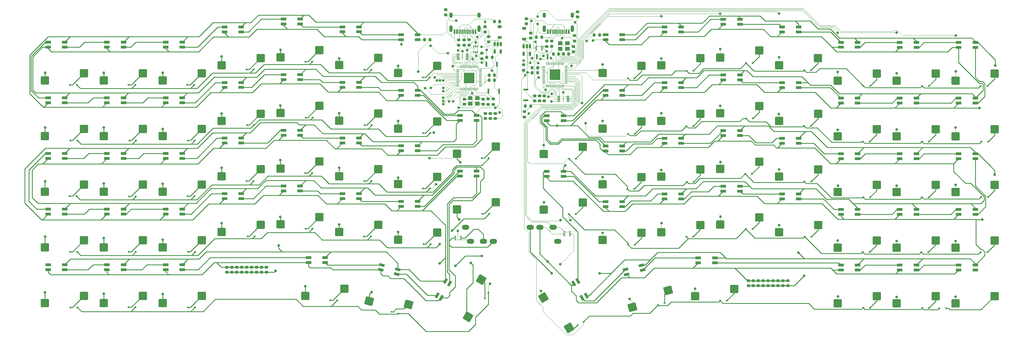
<source format=gbr>
%TF.GenerationSoftware,KiCad,Pcbnew,7.0.8*%
%TF.CreationDate,2023-12-22T16:38:51-05:00*%
%TF.ProjectId,Sango,53616e67-6f2e-46b6-9963-61645f706362,rev?*%
%TF.SameCoordinates,Original*%
%TF.FileFunction,Copper,L1,Top*%
%TF.FilePolarity,Positive*%
%FSLAX46Y46*%
G04 Gerber Fmt 4.6, Leading zero omitted, Abs format (unit mm)*
G04 Created by KiCad (PCBNEW 7.0.8) date 2023-12-22 16:38:51*
%MOMM*%
%LPD*%
G01*
G04 APERTURE LIST*
G04 Aperture macros list*
%AMRoundRect*
0 Rectangle with rounded corners*
0 $1 Rounding radius*
0 $2 $3 $4 $5 $6 $7 $8 $9 X,Y pos of 4 corners*
0 Add a 4 corners polygon primitive as box body*
4,1,4,$2,$3,$4,$5,$6,$7,$8,$9,$2,$3,0*
0 Add four circle primitives for the rounded corners*
1,1,$1+$1,$2,$3*
1,1,$1+$1,$4,$5*
1,1,$1+$1,$6,$7*
1,1,$1+$1,$8,$9*
0 Add four rect primitives between the rounded corners*
20,1,$1+$1,$2,$3,$4,$5,0*
20,1,$1+$1,$4,$5,$6,$7,0*
20,1,$1+$1,$6,$7,$8,$9,0*
20,1,$1+$1,$8,$9,$2,$3,0*%
%AMRotRect*
0 Rectangle, with rotation*
0 The origin of the aperture is its center*
0 $1 length*
0 $2 width*
0 $3 Rotation angle, in degrees counterclockwise*
0 Add horizontal line*
21,1,$1,$2,0,0,$3*%
G04 Aperture macros list end*
%TA.AperFunction,SMDPad,CuDef*%
%ADD10R,1.700000X0.820000*%
%TD*%
%TA.AperFunction,SMDPad,CuDef*%
%ADD11RoundRect,0.205000X0.645000X0.205000X-0.645000X0.205000X-0.645000X-0.205000X0.645000X-0.205000X0*%
%TD*%
%TA.AperFunction,SMDPad,CuDef*%
%ADD12RoundRect,0.112500X0.187500X0.112500X-0.187500X0.112500X-0.187500X-0.112500X0.187500X-0.112500X0*%
%TD*%
%TA.AperFunction,SMDPad,CuDef*%
%ADD13RoundRect,0.112500X-0.187500X-0.112500X0.187500X-0.112500X0.187500X0.112500X-0.187500X0.112500X0*%
%TD*%
%TA.AperFunction,SMDPad,CuDef*%
%ADD14RoundRect,0.225000X-0.250000X0.225000X-0.250000X-0.225000X0.250000X-0.225000X0.250000X0.225000X0*%
%TD*%
%TA.AperFunction,SMDPad,CuDef*%
%ADD15RoundRect,0.205000X-0.645000X-0.205000X0.645000X-0.205000X0.645000X0.205000X-0.645000X0.205000X0*%
%TD*%
%TA.AperFunction,ComponentPad*%
%ADD16O,2.300000X1.500000*%
%TD*%
%TA.AperFunction,SMDPad,CuDef*%
%ADD17RoundRect,0.200000X0.200000X0.275000X-0.200000X0.275000X-0.200000X-0.275000X0.200000X-0.275000X0*%
%TD*%
%TA.AperFunction,SMDPad,CuDef*%
%ADD18RoundRect,0.112500X-0.003678X0.218630X-0.191178X-0.106130X0.003678X-0.218630X0.191178X0.106130X0*%
%TD*%
%TA.AperFunction,SMDPad,CuDef*%
%ADD19RoundRect,0.200000X-0.275000X0.200000X-0.275000X-0.200000X0.275000X-0.200000X0.275000X0.200000X0*%
%TD*%
%TA.AperFunction,SMDPad,CuDef*%
%ADD20RoundRect,0.200000X0.275000X-0.200000X0.275000X0.200000X-0.275000X0.200000X-0.275000X-0.200000X0*%
%TD*%
%TA.AperFunction,SMDPad,CuDef*%
%ADD21R,0.550000X1.500000*%
%TD*%
%TA.AperFunction,SMDPad,CuDef*%
%ADD22RoundRect,0.225000X0.250000X-0.225000X0.250000X0.225000X-0.250000X0.225000X-0.250000X-0.225000X0*%
%TD*%
%TA.AperFunction,SMDPad,CuDef*%
%ADD23RotRect,1.700000X0.820000X195.000000*%
%TD*%
%TA.AperFunction,SMDPad,CuDef*%
%ADD24RoundRect,0.205000X0.569964X0.364953X-0.676080X0.031077X-0.569964X-0.364953X0.676080X-0.031077X0*%
%TD*%
%TA.AperFunction,SMDPad,CuDef*%
%ADD25RoundRect,0.225000X0.375000X-0.225000X0.375000X0.225000X-0.375000X0.225000X-0.375000X-0.225000X0*%
%TD*%
%TA.AperFunction,SMDPad,CuDef*%
%ADD26R,0.500000X0.375000*%
%TD*%
%TA.AperFunction,SMDPad,CuDef*%
%ADD27R,0.650000X0.300000*%
%TD*%
%TA.AperFunction,SMDPad,CuDef*%
%ADD28RoundRect,0.218750X-0.256250X0.218750X-0.256250X-0.218750X0.256250X-0.218750X0.256250X0.218750X0*%
%TD*%
%TA.AperFunction,SMDPad,CuDef*%
%ADD29RoundRect,0.150000X-0.150000X0.512500X-0.150000X-0.512500X0.150000X-0.512500X0.150000X0.512500X0*%
%TD*%
%TA.AperFunction,SMDPad,CuDef*%
%ADD30R,1.400000X1.200000*%
%TD*%
%TA.AperFunction,SMDPad,CuDef*%
%ADD31RoundRect,0.112500X0.210228X0.060138X-0.151994X0.157195X-0.210228X-0.060138X0.151994X-0.157195X0*%
%TD*%
%TA.AperFunction,SMDPad,CuDef*%
%ADD32R,1.500000X0.550000*%
%TD*%
%TA.AperFunction,SMDPad,CuDef*%
%ADD33RoundRect,0.200000X-0.200000X-0.275000X0.200000X-0.275000X0.200000X0.275000X-0.200000X0.275000X0*%
%TD*%
%TA.AperFunction,SMDPad,CuDef*%
%ADD34R,0.600000X1.450000*%
%TD*%
%TA.AperFunction,SMDPad,CuDef*%
%ADD35R,0.300000X1.450000*%
%TD*%
%TA.AperFunction,ComponentPad*%
%ADD36O,1.000000X2.100000*%
%TD*%
%TA.AperFunction,ComponentPad*%
%ADD37O,1.000000X1.600000*%
%TD*%
%TA.AperFunction,SMDPad,CuDef*%
%ADD38RotRect,1.700000X0.820000X120.000000*%
%TD*%
%TA.AperFunction,SMDPad,CuDef*%
%ADD39RoundRect,0.205000X0.500035X-0.456086X-0.144965X0.661086X-0.500035X0.456086X0.144965X-0.661086X0*%
%TD*%
%TA.AperFunction,SMDPad,CuDef*%
%ADD40RotRect,1.700000X0.820000X345.000000*%
%TD*%
%TA.AperFunction,SMDPad,CuDef*%
%ADD41RoundRect,0.205000X-0.676080X-0.031077X0.569964X-0.364953X0.676080X0.031077X-0.569964X0.364953X0*%
%TD*%
%TA.AperFunction,SMDPad,CuDef*%
%ADD42RotRect,1.700000X0.820000X60.000000*%
%TD*%
%TA.AperFunction,SMDPad,CuDef*%
%ADD43RoundRect,0.205000X-0.144965X-0.661086X0.500035X0.456086X0.144965X0.661086X-0.500035X-0.456086X0*%
%TD*%
%TA.AperFunction,SMDPad,CuDef*%
%ADD44R,0.375000X0.500000*%
%TD*%
%TA.AperFunction,SMDPad,CuDef*%
%ADD45R,0.300000X0.650000*%
%TD*%
%TA.AperFunction,SMDPad,CuDef*%
%ADD46R,0.900000X0.300000*%
%TD*%
%TA.AperFunction,SMDPad,CuDef*%
%ADD47R,0.250000X1.650000*%
%TD*%
%TA.AperFunction,SMDPad,CuDef*%
%ADD48RoundRect,0.112500X-0.151994X-0.157195X0.210228X-0.060138X0.151994X0.157195X-0.210228X0.060138X0*%
%TD*%
%TA.AperFunction,SMDPad,CuDef*%
%ADD49RoundRect,0.225000X-0.225000X-0.250000X0.225000X-0.250000X0.225000X0.250000X-0.225000X0.250000X0*%
%TD*%
%TA.AperFunction,SMDPad,CuDef*%
%ADD50RoundRect,0.218750X-0.218750X-0.256250X0.218750X-0.256250X0.218750X0.256250X-0.218750X0.256250X0*%
%TD*%
%TA.AperFunction,SMDPad,CuDef*%
%ADD51RoundRect,0.112500X0.106130X0.191178X-0.218630X0.003678X-0.106130X-0.191178X0.218630X-0.003678X0*%
%TD*%
%TA.AperFunction,SMDPad,CuDef*%
%ADD52RoundRect,0.050000X0.387500X0.050000X-0.387500X0.050000X-0.387500X-0.050000X0.387500X-0.050000X0*%
%TD*%
%TA.AperFunction,SMDPad,CuDef*%
%ADD53RoundRect,0.050000X0.050000X0.387500X-0.050000X0.387500X-0.050000X-0.387500X0.050000X-0.387500X0*%
%TD*%
%TA.AperFunction,SMDPad,CuDef*%
%ADD54R,3.200000X3.200000*%
%TD*%
%TA.AperFunction,SMDPad,CuDef*%
%ADD55RoundRect,0.050000X-0.387500X-0.050000X0.387500X-0.050000X0.387500X0.050000X-0.387500X0.050000X0*%
%TD*%
%TA.AperFunction,SMDPad,CuDef*%
%ADD56RoundRect,0.050000X-0.050000X-0.387500X0.050000X-0.387500X0.050000X0.387500X-0.050000X0.387500X0*%
%TD*%
%TA.AperFunction,SMDPad,CuDef*%
%ADD57RoundRect,0.250000X-1.025000X-1.000000X1.025000X-1.000000X1.025000X1.000000X-1.025000X1.000000X0*%
%TD*%
%TA.AperFunction,SMDPad,CuDef*%
%ADD58RoundRect,0.250000X0.353525X-1.387676X1.378525X0.387676X-0.353525X1.387676X-1.378525X-0.387676X0*%
%TD*%
%TA.AperFunction,SMDPad,CuDef*%
%ADD59RoundRect,0.250000X-1.248893X-0.700636X0.731255X-1.231215X1.248893X0.700636X-0.731255X1.231215X0*%
%TD*%
%TA.AperFunction,SMDPad,CuDef*%
%ADD60RoundRect,0.250000X-0.731255X-1.231215X1.248893X-0.700636X0.731255X1.231215X-1.248893X0.700636X0*%
%TD*%
%TA.AperFunction,SMDPad,CuDef*%
%ADD61RoundRect,0.250000X-1.378525X0.387676X-0.353525X-1.387676X1.378525X-0.387676X0.353525X1.387676X0*%
%TD*%
%TA.AperFunction,ViaPad*%
%ADD62C,0.800000*%
%TD*%
%TA.AperFunction,Conductor*%
%ADD63C,0.125000*%
%TD*%
%TA.AperFunction,Conductor*%
%ADD64C,0.250000*%
%TD*%
%TA.AperFunction,Conductor*%
%ADD65C,0.200000*%
%TD*%
G04 APERTURE END LIST*
D10*
%TO.P,D139,1,VDD*%
%TO.N,+3.3V_L*%
X145180000Y-249612582D03*
%TO.P,D139,2,DOUT*%
%TO.N,Net-(D138-DIN)*%
X145180000Y-251112582D03*
D11*
%TO.P,D139,3,VSS*%
%TO.N,GND_L*%
X140080000Y-251112582D03*
D10*
%TO.P,D139,4,DIN*%
%TO.N,Net-(D139-DIN)*%
X140080000Y-249612582D03*
%TD*%
D12*
%TO.P,D55,1,K*%
%TO.N,l_row2*%
X166987500Y-243250000D03*
%TO.P,D55,2,A*%
%TO.N,Net-(D55-A)*%
X164887500Y-243250000D03*
%TD*%
D13*
%TO.P,D19,1,K*%
%TO.N,r_row2*%
X318380000Y-245870000D03*
%TO.P,D19,2,A*%
%TO.N,Net-(D19-A)*%
X320480000Y-245870000D03*
%TD*%
D12*
%TO.P,D51,1,K*%
%TO.N,l_row2*%
X94537500Y-250340000D03*
%TO.P,D51,2,A*%
%TO.N,Net-(D51-A)*%
X92437500Y-250340000D03*
%TD*%
D14*
%TO.P,C6,1*%
%TO.N,+1V1*%
X235380000Y-219505000D03*
%TO.P,C6,2*%
%TO.N,GND*%
X235380000Y-221055000D03*
%TD*%
D10*
%TO.P,D100,1,VDD*%
%TO.N,+3.3V_L*%
X158180000Y-231644000D03*
%TO.P,D100,2,DOUT*%
%TO.N,Net-(D100-DOUT)*%
X158180000Y-230144000D03*
D15*
%TO.P,D100,3,VSS*%
%TO.N,GND_L*%
X163280000Y-230144000D03*
D10*
%TO.P,D100,4,DIN*%
%TO.N,Net-(D100-DIN)*%
X163280000Y-231644000D03*
%TD*%
D16*
%TO.P,J4,R1*%
%TO.N,GND_L*%
X219677500Y-264250000D03*
%TO.P,J4,R2*%
%TO.N,l_serial*%
X215677500Y-264250000D03*
%TO.P,J4,S*%
%TO.N,unconnected-(J4-PadS)*%
X214177500Y-259950000D03*
%TO.P,J4,T*%
%TO.N,+3.3V_L*%
X222677500Y-264250000D03*
%TD*%
D10*
%TO.P,D121,1,VDD*%
%TO.N,+3.3V_L*%
X140080000Y-234019000D03*
%TO.P,D121,2,DOUT*%
%TO.N,Net-(D117-DIN)*%
X140080000Y-232519000D03*
D15*
%TO.P,D121,3,VSS*%
%TO.N,GND_L*%
X145180000Y-232519000D03*
D10*
%TO.P,D121,4,DIN*%
%TO.N,Net-(D100-DOUT)*%
X145180000Y-234019000D03*
%TD*%
%TO.P,D94,1,VDD*%
%TO.N,+3.3V*%
X370925000Y-237318582D03*
%TO.P,D94,2,DOUT*%
%TO.N,Net-(D93-DIN)*%
X370925000Y-238818582D03*
D11*
%TO.P,D94,3,VSS*%
%TO.N,GND*%
X365825000Y-238818582D03*
D10*
%TO.P,D94,4,DIN*%
%TO.N,Net-(D94-DIN)*%
X365825000Y-237318582D03*
%TD*%
D17*
%TO.P,R9,1*%
%TO.N,Net-(U2-GPIO19)*%
X236305000Y-210880000D03*
%TO.P,R9,2*%
%TO.N,VBUS*%
X234655000Y-210880000D03*
%TD*%
D12*
%TO.P,D47,1,K*%
%TO.N,l_row1*%
X149087500Y-228520000D03*
%TO.P,D47,2,A*%
%TO.N,Net-(D47-A)*%
X146987500Y-228520000D03*
%TD*%
D10*
%TO.P,D96,1,VDD*%
%TO.N,+3.3V*%
X334725000Y-237318582D03*
%TO.P,D96,2,DOUT*%
%TO.N,Net-(D95-DIN)*%
X334725000Y-238818582D03*
D11*
%TO.P,D96,3,VSS*%
%TO.N,GND*%
X329625000Y-238818582D03*
D10*
%TO.P,D96,4,DIN*%
%TO.N,Net-(D96-DIN)*%
X329625000Y-237318582D03*
%TD*%
%TO.P,D80,1,VDD*%
%TO.N,+3.3V*%
X293450000Y-214618582D03*
%TO.P,D80,2,DOUT*%
%TO.N,Net-(D80-DOUT)*%
X293450000Y-213118582D03*
D15*
%TO.P,D80,3,VSS*%
%TO.N,GND*%
X298550000Y-213118582D03*
D10*
%TO.P,D80,4,DIN*%
%TO.N,Net-(D80-DIN)*%
X298550000Y-214618582D03*
%TD*%
D14*
%TO.P,C17,1*%
%TO.N,+1V1_L*%
X221760000Y-224935000D03*
%TO.P,C17,2*%
%TO.N,GND_L*%
X221760000Y-226485000D03*
%TD*%
D18*
%TO.P,D72,1,K*%
%TO.N,l_row4*%
X221165000Y-279940673D03*
%TO.P,D72,2,A*%
%TO.N,Net-(D72-A)*%
X220115000Y-281759327D03*
%TD*%
D13*
%TO.P,D33,1,K*%
%TO.N,r_row4*%
X292450000Y-282430000D03*
%TO.P,D33,2,A*%
%TO.N,Net-(D33-A)*%
X294550000Y-282430000D03*
%TD*%
%TO.P,D25,1,K*%
%TO.N,r_row3*%
X282090000Y-262830000D03*
%TO.P,D25,2,A*%
%TO.N,Net-(D25-A)*%
X284190000Y-262830000D03*
%TD*%
D10*
%TO.P,D123,1,VDD*%
%TO.N,+3.3V*%
X239175000Y-244218582D03*
%TO.P,D123,2,DOUT*%
%TO.N,Net-(D123-DOUT)*%
X239175000Y-242718582D03*
D15*
%TO.P,D123,3,VSS*%
%TO.N,GND*%
X244275000Y-242718582D03*
D10*
%TO.P,D123,4,DIN*%
%TO.N,Net-(D123-DIN)*%
X244275000Y-244218582D03*
%TD*%
%TO.P,D119,1,VDD*%
%TO.N,+3.3V_L*%
X85780000Y-204544000D03*
%TO.P,D119,2,DOUT*%
%TO.N,Net-(D115-DIN)*%
X85780000Y-203044000D03*
D15*
%TO.P,D119,3,VSS*%
%TO.N,GND_L*%
X90880000Y-203044000D03*
D10*
%TO.P,D119,4,DIN*%
%TO.N,Net-(D119-DIN)*%
X90880000Y-204544000D03*
%TD*%
%TO.P,D138,1,VDD*%
%TO.N,+3.3V_L*%
X163280000Y-247237582D03*
%TO.P,D138,2,DOUT*%
%TO.N,Net-(D137-DIN)*%
X163280000Y-248737582D03*
D11*
%TO.P,D138,3,VSS*%
%TO.N,GND_L*%
X158180000Y-248737582D03*
D10*
%TO.P,D138,4,DIN*%
%TO.N,Net-(D138-DIN)*%
X158180000Y-247237582D03*
%TD*%
D13*
%TO.P,D4,1,K*%
%TO.N,r_row0*%
X318352500Y-211690000D03*
%TO.P,D4,2,A*%
%TO.N,Net-(D4-A)*%
X320452500Y-211690000D03*
%TD*%
D12*
%TO.P,D67,1,K*%
%TO.N,l_row4*%
X94760000Y-284510000D03*
%TO.P,D67,2,A*%
%TO.N,Net-(D67-A)*%
X92660000Y-284510000D03*
%TD*%
D13*
%TO.P,D17,1,K*%
%TO.N,r_row2*%
X282230000Y-245930000D03*
%TO.P,D17,2,A*%
%TO.N,Net-(D17-A)*%
X284330000Y-245930000D03*
%TD*%
D14*
%TO.P,C19,1*%
%TO.N,+3.3V_L*%
X151415000Y-272200000D03*
%TO.P,C19,2*%
%TO.N,GND_L*%
X151415000Y-273750000D03*
%TD*%
D10*
%TO.P,D75,1,VDD*%
%TO.N,+3.3V*%
X334725000Y-203071600D03*
%TO.P,D75,2,DOUT*%
%TO.N,Net-(D74-DIN)*%
X334725000Y-204571600D03*
D11*
%TO.P,D75,3,VSS*%
%TO.N,GND*%
X329625000Y-204571600D03*
D10*
%TO.P,D75,4,DIN*%
%TO.N,Net-(D75-DIN)*%
X329625000Y-203071600D03*
%TD*%
%TO.P,D126,1,VDD*%
%TO.N,+3.3V*%
X293450000Y-248793582D03*
%TO.P,D126,2,DOUT*%
%TO.N,Net-(D125-DIN)*%
X293450000Y-247293582D03*
D15*
%TO.P,D126,3,VSS*%
%TO.N,GND*%
X298550000Y-247293582D03*
D10*
%TO.P,D126,4,DIN*%
%TO.N,Net-(D126-DIN)*%
X298550000Y-248793582D03*
%TD*%
D12*
%TO.P,D68,1,K*%
%TO.N,l_row4*%
X112667500Y-284490000D03*
%TO.P,D68,2,A*%
%TO.N,Net-(D68-A)*%
X110567500Y-284490000D03*
%TD*%
D13*
%TO.P,D34,1,K*%
%TO.N,r_row4*%
X336480000Y-284630000D03*
%TO.P,D34,2,A*%
%TO.N,Net-(D34-A)*%
X338580000Y-284630000D03*
%TD*%
D12*
%TO.P,D66,1,K*%
%TO.N,l_row3*%
X221427500Y-255780000D03*
%TO.P,D66,2,A*%
%TO.N,Net-(D66-A)*%
X219327500Y-255780000D03*
%TD*%
D19*
%TO.P,R2,1*%
%TO.N,r_QSPICS*%
X232260000Y-224385000D03*
%TO.P,R2,2*%
%TO.N,+3.3V*%
X232260000Y-226035000D03*
%TD*%
D10*
%TO.P,D125,1,VDD*%
%TO.N,+3.3V*%
X275350000Y-251168582D03*
%TO.P,D125,2,DOUT*%
%TO.N,Net-(D124-DIN)*%
X275350000Y-249668582D03*
D15*
%TO.P,D125,3,VSS*%
%TO.N,GND*%
X280450000Y-249668582D03*
D10*
%TO.P,D125,4,DIN*%
%TO.N,Net-(D125-DIN)*%
X280450000Y-251168582D03*
%TD*%
%TO.P,D142,1,VDD*%
%TO.N,+3.3V_L*%
X103880000Y-272919000D03*
%TO.P,D142,2,DOUT*%
%TO.N,Net-(D141-DIN)*%
X103880000Y-271419000D03*
D15*
%TO.P,D142,3,VSS*%
%TO.N,GND_L*%
X108980000Y-271419000D03*
D10*
%TO.P,D142,4,DIN*%
%TO.N,Net-(D142-DIN)*%
X108980000Y-272919000D03*
%TD*%
D20*
%TO.P,R19,1*%
%TO.N,l_D-*%
X215280000Y-203945000D03*
%TO.P,R19,2*%
%TO.N,Net-(J3-D--PadA7)*%
X215280000Y-202295000D03*
%TD*%
D12*
%TO.P,D39,1,K*%
%TO.N,l_row0*%
X130697500Y-216120000D03*
%TO.P,D39,2,A*%
%TO.N,Net-(D39-A)*%
X128597500Y-216120000D03*
%TD*%
%TO.P,D56,1,K*%
%TO.N,l_row2*%
X185220000Y-245670000D03*
%TO.P,D56,2,A*%
%TO.N,Net-(D56-A)*%
X183120000Y-245670000D03*
%TD*%
D21*
%TO.P,SW4,1,1*%
%TO.N,Net-(R7-Pad2)*%
X220605000Y-209800000D03*
%TO.P,SW4,2,2*%
%TO.N,GND_L*%
X223855000Y-209800000D03*
%TD*%
D10*
%TO.P,D120,1,VDD*%
%TO.N,+3.3V_L*%
X181380000Y-215419000D03*
%TO.P,D120,2,DOUT*%
%TO.N,Net-(D116-DIN)*%
X181380000Y-216919000D03*
D11*
%TO.P,D120,3,VSS*%
%TO.N,GND_L*%
X176280000Y-216919000D03*
D10*
%TO.P,D120,4,DIN*%
%TO.N,Net-(D120-DIN)*%
X176280000Y-215419000D03*
%TD*%
D13*
%TO.P,D1,1,K*%
%TO.N,r_row0*%
X264090000Y-214120000D03*
%TO.P,D1,2,A*%
%TO.N,Net-(D1-A)*%
X266190000Y-214120000D03*
%TD*%
D10*
%TO.P,D99,1,VDD*%
%TO.N,+3.3V_L*%
X163280000Y-213044000D03*
%TO.P,D99,2,DOUT*%
%TO.N,Net-(D120-DIN)*%
X163280000Y-214544000D03*
D11*
%TO.P,D99,3,VSS*%
%TO.N,GND_L*%
X158180000Y-214544000D03*
D10*
%TO.P,D99,4,DIN*%
%TO.N,Net-(D103-DOUT)*%
X158180000Y-213044000D03*
%TD*%
D22*
%TO.P,C1,1*%
%TO.N,+5V*%
X234200000Y-201775000D03*
%TO.P,C1,2*%
%TO.N,GND*%
X234200000Y-200225000D03*
%TD*%
D13*
%TO.P,D23,1,K*%
%TO.N,r_row3*%
X245942500Y-255880000D03*
%TO.P,D23,2,A*%
%TO.N,Net-(D23-A)*%
X248042500Y-255880000D03*
%TD*%
D12*
%TO.P,D70,1,K*%
%TO.N,l_row4*%
X174700000Y-282310000D03*
%TO.P,D70,2,A*%
%TO.N,Net-(D70-A)*%
X172600000Y-282310000D03*
%TD*%
D10*
%TO.P,D141,1,VDD*%
%TO.N,+3.3V_L*%
X85780000Y-272919000D03*
%TO.P,D141,2,DOUT*%
%TO.N,unconnected-(D141-DOUT-Pad2)*%
X85780000Y-271419000D03*
D15*
%TO.P,D141,3,VSS*%
%TO.N,GND_L*%
X90880000Y-271419000D03*
D10*
%TO.P,D141,4,DIN*%
%TO.N,Net-(D141-DIN)*%
X90880000Y-272919000D03*
%TD*%
%TO.P,D102,1,VDD*%
%TO.N,+3.3V_L*%
X121980000Y-204544000D03*
%TO.P,D102,2,DOUT*%
%TO.N,Net-(D102-DOUT)*%
X121980000Y-203044000D03*
D15*
%TO.P,D102,3,VSS*%
%TO.N,GND_L*%
X127080000Y-203044000D03*
D10*
%TO.P,D102,4,DIN*%
%TO.N,Net-(D102-DIN)*%
X127080000Y-204544000D03*
%TD*%
D23*
%TO.P,D133,1,VDD*%
%TO.N,+3.3V*%
X268262494Y-271581015D03*
%TO.P,D133,2,DOUT*%
%TO.N,Net-(D132-DIN)*%
X268650722Y-273029904D03*
D24*
%TO.P,D133,3,VSS*%
%TO.N,GND*%
X263724500Y-274349881D03*
D23*
%TO.P,D133,4,DIN*%
%TO.N,Net-(D133-DIN)*%
X263336272Y-272900992D03*
%TD*%
D10*
%TO.P,D83,1,VDD*%
%TO.N,+3.3V*%
X347725000Y-221743582D03*
%TO.P,D83,2,DOUT*%
%TO.N,Net-(D82-DIN)*%
X347725000Y-220243582D03*
D15*
%TO.P,D83,3,VSS*%
%TO.N,GND*%
X352825000Y-220243582D03*
D10*
%TO.P,D83,4,DIN*%
%TO.N,Net-(D83-DIN)*%
X352825000Y-221743582D03*
%TD*%
D20*
%TO.P,R20,1*%
%TO.N,l_D+*%
X213730000Y-203955000D03*
%TO.P,R20,2*%
%TO.N,Net-(J3-D+-PadA6)*%
X213730000Y-202305000D03*
%TD*%
D13*
%TO.P,D20,1,K*%
%TO.N,r_row2*%
X336482500Y-250690000D03*
%TO.P,D20,2,A*%
%TO.N,Net-(D20-A)*%
X338582500Y-250690000D03*
%TD*%
D10*
%TO.P,D82,1,VDD*%
%TO.N,+3.3V*%
X329625000Y-221743582D03*
%TO.P,D82,2,DOUT*%
%TO.N,Net-(D81-DIN)*%
X329625000Y-220243582D03*
D15*
%TO.P,D82,3,VSS*%
%TO.N,GND*%
X334725000Y-220243582D03*
D10*
%TO.P,D82,4,DIN*%
%TO.N,Net-(D82-DIN)*%
X334725000Y-221743582D03*
%TD*%
%TO.P,D107,1,VDD*%
%TO.N,+3.3V_L*%
X127080000Y-220144000D03*
%TO.P,D107,2,DOUT*%
%TO.N,Net-(D103-DIN)*%
X127080000Y-221644000D03*
D11*
%TO.P,D107,3,VSS*%
%TO.N,GND_L*%
X121980000Y-221644000D03*
D10*
%TO.P,D107,4,DIN*%
%TO.N,Net-(D107-DIN)*%
X121980000Y-220144000D03*
%TD*%
%TO.P,D116,1,VDD*%
%TO.N,+3.3V_L*%
X199466577Y-217819000D03*
%TO.P,D116,2,DOUT*%
%TO.N,Net-(D112-DIN)*%
X199466577Y-219319000D03*
D11*
%TO.P,D116,3,VSS*%
%TO.N,GND_L*%
X194366577Y-219319000D03*
D10*
%TO.P,D116,4,DIN*%
%TO.N,Net-(D116-DIN)*%
X194366577Y-217819000D03*
%TD*%
%TO.P,D79,1,VDD*%
%TO.N,+3.3V*%
X262350000Y-200743582D03*
%TO.P,D79,2,DOUT*%
%TO.N,Net-(D78-DIN)*%
X262350000Y-202243582D03*
D11*
%TO.P,D79,3,VSS*%
%TO.N,GND*%
X257250000Y-202243582D03*
D10*
%TO.P,D79,4,DIN*%
%TO.N,r_rgb*%
X257250000Y-200743582D03*
%TD*%
D12*
%TO.P,D50,1,K*%
%TO.N,l_row1*%
X203207500Y-230960000D03*
%TO.P,D50,2,A*%
%TO.N,Net-(D50-A)*%
X201107500Y-230960000D03*
%TD*%
D25*
%TO.P,D73,1,K*%
%TO.N,+5V*%
X232230000Y-202117500D03*
%TO.P,D73,2,A*%
%TO.N,Net-(D73-A)*%
X232230000Y-198817500D03*
%TD*%
D19*
%TO.P,R7,1*%
%TO.N,l_QSPICS*%
X219200000Y-206435000D03*
%TO.P,R7,2*%
%TO.N,Net-(R7-Pad2)*%
X219200000Y-208085000D03*
%TD*%
D25*
%TO.P,D122,1,K*%
%TO.N,+5V_L*%
X224650000Y-201560000D03*
%TO.P,D122,2,A*%
%TO.N,Net-(D122-A)*%
X224650000Y-198260000D03*
%TD*%
D26*
%TO.P,U5,1,I/O1*%
%TO.N,r_serial*%
X244590000Y-261372500D03*
D27*
%TO.P,U5,2,GND*%
%TO.N,GND*%
X244515000Y-261910000D03*
D26*
%TO.P,U5,3,I/O2*%
%TO.N,unconnected-(U5-I{slash}O2-Pad3)*%
X244590000Y-262447500D03*
%TO.P,U5,4,I/O2*%
%TO.N,unconnected-(U5-I{slash}O2-Pad4)*%
X246290000Y-262447500D03*
D27*
%TO.P,U5,5,VBUS*%
%TO.N,+3.3V*%
X246365000Y-261910000D03*
D26*
%TO.P,U5,6,I/O1*%
%TO.N,r_serial*%
X246290000Y-261372500D03*
%TD*%
D10*
%TO.P,D106,1,VDD*%
%TO.N,+3.3V_L*%
X140080000Y-199844000D03*
%TO.P,D106,2,DOUT*%
%TO.N,Net-(D102-DIN)*%
X140080000Y-198344000D03*
D15*
%TO.P,D106,3,VSS*%
%TO.N,GND_L*%
X145180000Y-198344000D03*
D10*
%TO.P,D106,4,DIN*%
%TO.N,Net-(D106-DIN)*%
X145180000Y-199844000D03*
%TD*%
%TO.P,D98,1,VDD*%
%TO.N,+3.3V_L*%
X103880000Y-204544000D03*
%TO.P,D98,2,DOUT*%
%TO.N,Net-(D119-DIN)*%
X103880000Y-203044000D03*
D15*
%TO.P,D98,3,VSS*%
%TO.N,GND_L*%
X108980000Y-203044000D03*
D10*
%TO.P,D98,4,DIN*%
%TO.N,Net-(D102-DOUT)*%
X108980000Y-204544000D03*
%TD*%
D28*
%TO.P,FB1,1*%
%TO.N,Net-(J1-SHIELD)*%
X248610000Y-193672500D03*
%TO.P,FB1,2*%
%TO.N,GND*%
X248610000Y-195247500D03*
%TD*%
D12*
%TO.P,D64,1,K*%
%TO.N,l_row3*%
X185047500Y-262740000D03*
%TO.P,D64,2,A*%
%TO.N,Net-(D64-A)*%
X182947500Y-262740000D03*
%TD*%
D28*
%TO.P,F1,1*%
%TO.N,VBUS*%
X232910000Y-195782500D03*
%TO.P,F1,2*%
%TO.N,Net-(D73-A)*%
X232910000Y-197357500D03*
%TD*%
D12*
%TO.P,D61,1,K*%
%TO.N,l_row3*%
X130980000Y-267440000D03*
%TO.P,D61,2,A*%
%TO.N,Net-(D61-A)*%
X128880000Y-267440000D03*
%TD*%
D10*
%TO.P,D118,1,VDD*%
%TO.N,+3.3V_L*%
X194366577Y-202244000D03*
%TO.P,D118,2,DOUT*%
%TO.N,Net-(D114-DIN)*%
X194366577Y-200744000D03*
D15*
%TO.P,D118,3,VSS*%
%TO.N,GND_L*%
X199466577Y-200744000D03*
D10*
%TO.P,D118,4,DIN*%
%TO.N,l_rgb*%
X199466577Y-202244000D03*
%TD*%
D12*
%TO.P,D46,1,K*%
%TO.N,l_row1*%
X130867500Y-233260000D03*
%TO.P,D46,2,A*%
%TO.N,Net-(D46-A)*%
X128767500Y-233260000D03*
%TD*%
D10*
%TO.P,D84,1,VDD*%
%TO.N,+3.3V*%
X365825000Y-221743582D03*
%TO.P,D84,2,DOUT*%
%TO.N,Net-(D83-DIN)*%
X365825000Y-220243582D03*
D15*
%TO.P,D84,3,VSS*%
%TO.N,GND*%
X370925000Y-220243582D03*
D10*
%TO.P,D84,4,DIN*%
%TO.N,Net-(D84-DIN)*%
X370925000Y-221743582D03*
%TD*%
%TO.P,D137,1,VDD*%
%TO.N,+3.3V_L*%
X181380000Y-249612582D03*
%TO.P,D137,2,DOUT*%
%TO.N,Net-(D136-DIN)*%
X181380000Y-251112582D03*
D11*
%TO.P,D137,3,VSS*%
%TO.N,GND_L*%
X176280000Y-251112582D03*
D10*
%TO.P,D137,4,DIN*%
%TO.N,Net-(D137-DIN)*%
X176280000Y-249612582D03*
%TD*%
%TO.P,D89,1,VDD*%
%TO.N,+3.3V*%
X239175000Y-227118582D03*
%TO.P,D89,2,DOUT*%
%TO.N,Net-(D88-DIN)*%
X239175000Y-225618582D03*
D15*
%TO.P,D89,3,VSS*%
%TO.N,GND*%
X244275000Y-225618582D03*
D10*
%TO.P,D89,4,DIN*%
%TO.N,Net-(D89-DIN)*%
X244275000Y-227118582D03*
%TD*%
D20*
%TO.P,R14,1*%
%TO.N,r_D+*%
X239170000Y-204335000D03*
%TO.P,R14,2*%
%TO.N,Net-(J1-D+-PadA6)*%
X239170000Y-202685000D03*
%TD*%
D10*
%TO.P,D90,1,VDD*%
%TO.N,+3.3V*%
X257250000Y-219343582D03*
%TO.P,D90,2,DOUT*%
%TO.N,Net-(D89-DIN)*%
X257250000Y-217843582D03*
D15*
%TO.P,D90,3,VSS*%
%TO.N,GND*%
X262350000Y-217843582D03*
D10*
%TO.P,D90,4,DIN*%
%TO.N,Net-(D90-DIN)*%
X262350000Y-219343582D03*
%TD*%
%TO.P,D85,1,VDD*%
%TO.N,+3.3V*%
X370925000Y-203143582D03*
%TO.P,D85,2,DOUT*%
%TO.N,Net-(D84-DIN)*%
X370925000Y-204643582D03*
D11*
%TO.P,D85,3,VSS*%
%TO.N,GND*%
X365825000Y-204643582D03*
D10*
%TO.P,D85,4,DIN*%
%TO.N,Net-(D74-DOUT)*%
X365825000Y-203143582D03*
%TD*%
D22*
%TO.P,C10,1*%
%TO.N,+3.3V*%
X305720000Y-277895000D03*
%TO.P,C10,2*%
%TO.N,GND*%
X305720000Y-276345000D03*
%TD*%
D29*
%TO.P,U3,1,VIN*%
%TO.N,+5V_L*%
X225000000Y-203642500D03*
%TO.P,U3,2,GND*%
%TO.N,GND_L*%
X224050000Y-203642500D03*
%TO.P,U3,3,CE*%
%TO.N,+5V_L*%
X223100000Y-203642500D03*
%TO.P,U3,4,NC*%
%TO.N,unconnected-(U3-NC-Pad4)*%
X223100000Y-205917500D03*
%TO.P,U3,5,VOUT*%
%TO.N,+3.3V_L*%
X225000000Y-205917500D03*
%TD*%
D14*
%TO.P,C30,1*%
%TO.N,+3.3V_L*%
X140770000Y-272200000D03*
%TO.P,C30,2*%
%TO.N,GND_L*%
X140770000Y-273750000D03*
%TD*%
D12*
%TO.P,D65,1,K*%
%TO.N,l_row3*%
X203420000Y-265090000D03*
%TO.P,D65,2,A*%
%TO.N,Net-(D65-A)*%
X201320000Y-265090000D03*
%TD*%
D30*
%TO.P,Y1,1,1*%
%TO.N,Net-(U2-XIN)*%
X245520000Y-203340000D03*
%TO.P,Y1,2,2*%
%TO.N,GND*%
X243320000Y-203340000D03*
%TO.P,Y1,3,3*%
%TO.N,Net-(C3-Pad1)*%
X243320000Y-205040000D03*
%TO.P,Y1,4,4*%
%TO.N,GND*%
X245520000Y-205040000D03*
%TD*%
D10*
%TO.P,D76,1,VDD*%
%TO.N,+3.3V*%
X316625000Y-198368582D03*
%TO.P,D76,2,DOUT*%
%TO.N,Net-(D75-DIN)*%
X316625000Y-199868582D03*
D11*
%TO.P,D76,3,VSS*%
%TO.N,GND*%
X311525000Y-199868582D03*
D10*
%TO.P,D76,4,DIN*%
%TO.N,Net-(D76-DIN)*%
X311525000Y-198368582D03*
%TD*%
D14*
%TO.P,C15,1*%
%TO.N,+3.3V_L*%
X152950000Y-272200000D03*
%TO.P,C15,2*%
%TO.N,GND_L*%
X152950000Y-273750000D03*
%TD*%
D10*
%TO.P,D128,1,VDD*%
%TO.N,+3.3V*%
X329625000Y-255918582D03*
%TO.P,D128,2,DOUT*%
%TO.N,Net-(D127-DIN)*%
X329625000Y-254418582D03*
D15*
%TO.P,D128,3,VSS*%
%TO.N,GND*%
X334725000Y-254418582D03*
D10*
%TO.P,D128,4,DIN*%
%TO.N,Net-(D128-DIN)*%
X334725000Y-255918582D03*
%TD*%
D12*
%TO.P,D37,1,K*%
%TO.N,l_row0*%
X94600000Y-216150000D03*
%TO.P,D37,2,A*%
%TO.N,Net-(D37-A)*%
X92500000Y-216150000D03*
%TD*%
%TO.P,D49,1,K*%
%TO.N,l_row1*%
X185317500Y-228500000D03*
%TO.P,D49,2,A*%
%TO.N,Net-(D49-A)*%
X183217500Y-228500000D03*
%TD*%
D19*
%TO.P,R17,1*%
%TO.N,GND_L*%
X220140000Y-198275000D03*
%TO.P,R17,2*%
%TO.N,Net-(J3-CC1)*%
X220140000Y-199925000D03*
%TD*%
D17*
%TO.P,R3,1*%
%TO.N,r_QSPICS*%
X234225000Y-222620000D03*
%TO.P,R3,2*%
%TO.N,Net-(R3-Pad2)*%
X232575000Y-222620000D03*
%TD*%
D10*
%TO.P,D101,1,VDD*%
%TO.N,+3.3V_L*%
X108980000Y-254344000D03*
%TO.P,D101,2,DOUT*%
%TO.N,Net-(D101-DOUT)*%
X108980000Y-255844000D03*
D11*
%TO.P,D101,3,VSS*%
%TO.N,GND_L*%
X103880000Y-255844000D03*
D10*
%TO.P,D101,4,DIN*%
%TO.N,Net-(D101-DIN)*%
X103880000Y-254344000D03*
%TD*%
%TO.P,D78,1,VDD*%
%TO.N,+3.3V*%
X280450000Y-198368582D03*
%TO.P,D78,2,DOUT*%
%TO.N,Net-(D77-DIN)*%
X280450000Y-199868582D03*
D11*
%TO.P,D78,3,VSS*%
%TO.N,GND*%
X275350000Y-199868582D03*
D10*
%TO.P,D78,4,DIN*%
%TO.N,Net-(D78-DIN)*%
X275350000Y-198368582D03*
%TD*%
D22*
%TO.P,C23,1*%
%TO.N,Net-(U4-XIN)*%
X213810000Y-222080000D03*
%TO.P,C23,2*%
%TO.N,GND_L*%
X213810000Y-220530000D03*
%TD*%
%TO.P,C5,1*%
%TO.N,+3.3V*%
X313320000Y-277895000D03*
%TO.P,C5,2*%
%TO.N,GND*%
X313320000Y-276345000D03*
%TD*%
D31*
%TO.P,D71,1,K*%
%TO.N,l_row4*%
X193484222Y-286441760D03*
%TO.P,D71,2,A*%
%TO.N,Net-(D71-A)*%
X191455778Y-285898240D03*
%TD*%
D10*
%TO.P,D104,1,VDD*%
%TO.N,+3.3V_L*%
X176280000Y-234019000D03*
%TO.P,D104,2,DOUT*%
%TO.N,Net-(D100-DIN)*%
X176280000Y-232519000D03*
D15*
%TO.P,D104,3,VSS*%
%TO.N,GND_L*%
X181380000Y-232519000D03*
D10*
%TO.P,D104,4,DIN*%
%TO.N,Net-(D104-DIN)*%
X181380000Y-234019000D03*
%TD*%
D22*
%TO.P,C11,1*%
%TO.N,+3.3V*%
X302680000Y-277900000D03*
%TO.P,C11,2*%
%TO.N,GND*%
X302680000Y-276350000D03*
%TD*%
D21*
%TO.P,SW3,1,1*%
%TO.N,l_RESET*%
X221225000Y-218130000D03*
%TO.P,SW3,2,2*%
%TO.N,GND_L*%
X224475000Y-218130000D03*
%TD*%
D10*
%TO.P,D108,1,VDD*%
%TO.N,+3.3V_L*%
X194366577Y-236394000D03*
%TO.P,D108,2,DOUT*%
%TO.N,Net-(D104-DIN)*%
X194366577Y-234894000D03*
D15*
%TO.P,D108,3,VSS*%
%TO.N,GND_L*%
X199466577Y-234894000D03*
D10*
%TO.P,D108,4,DIN*%
%TO.N,Net-(D108-DIN)*%
X199466577Y-236394000D03*
%TD*%
D19*
%TO.P,R4,1*%
%TO.N,r_RESET*%
X232010000Y-209975000D03*
%TO.P,R4,2*%
%TO.N,+3.3V*%
X232010000Y-211625000D03*
%TD*%
D13*
%TO.P,D26,1,K*%
%TO.N,r_row3*%
X300330000Y-260430000D03*
%TO.P,D26,2,A*%
%TO.N,Net-(D26-A)*%
X302430000Y-260430000D03*
%TD*%
D10*
%TO.P,D115,1,VDD*%
%TO.N,+3.3V_L*%
X90880000Y-220144000D03*
%TO.P,D115,2,DOUT*%
%TO.N,Net-(D111-DIN)*%
X90880000Y-221644000D03*
D11*
%TO.P,D115,3,VSS*%
%TO.N,GND_L*%
X85780000Y-221644000D03*
D10*
%TO.P,D115,4,DIN*%
%TO.N,Net-(D115-DIN)*%
X85780000Y-220144000D03*
%TD*%
%TO.P,D140,1,VDD*%
%TO.N,+3.3V_L*%
X127080000Y-254344000D03*
%TO.P,D140,2,DOUT*%
%TO.N,Net-(D139-DIN)*%
X127080000Y-255844000D03*
D11*
%TO.P,D140,3,VSS*%
%TO.N,GND_L*%
X121980000Y-255844000D03*
D10*
%TO.P,D140,4,DIN*%
%TO.N,Net-(D101-DOUT)*%
X121980000Y-254344000D03*
%TD*%
D13*
%TO.P,D5,1,K*%
%TO.N,r_row0*%
X336530000Y-216460000D03*
%TO.P,D5,2,A*%
%TO.N,Net-(D5-A)*%
X338630000Y-216460000D03*
%TD*%
D22*
%TO.P,C14,1*%
%TO.N,+3.3V*%
X310280000Y-277895000D03*
%TO.P,C14,2*%
%TO.N,GND*%
X310280000Y-276345000D03*
%TD*%
D10*
%TO.P,D88,1,VDD*%
%TO.N,+3.3V*%
X262350000Y-234943582D03*
%TO.P,D88,2,DOUT*%
%TO.N,Net-(D87-DIN)*%
X262350000Y-236443582D03*
D11*
%TO.P,D88,3,VSS*%
%TO.N,GND*%
X257250000Y-236443582D03*
D10*
%TO.P,D88,4,DIN*%
%TO.N,Net-(D88-DIN)*%
X257250000Y-234943582D03*
%TD*%
D12*
%TO.P,D45,1,K*%
%TO.N,l_row1*%
X112847500Y-233210000D03*
%TO.P,D45,2,A*%
%TO.N,Net-(D45-A)*%
X110747500Y-233210000D03*
%TD*%
D14*
%TO.P,C26,1*%
%TO.N,Net-(C26-Pad1)*%
X219590000Y-220530000D03*
%TO.P,C26,2*%
%TO.N,GND_L*%
X219590000Y-222080000D03*
%TD*%
D10*
%TO.P,D132,1,VDD*%
%TO.N,+3.3V*%
X290837592Y-269295077D03*
%TO.P,D132,2,DOUT*%
%TO.N,Net-(D131-DIN)*%
X290837592Y-270795077D03*
D11*
%TO.P,D132,3,VSS*%
%TO.N,GND*%
X285737592Y-270795077D03*
D10*
%TO.P,D132,4,DIN*%
%TO.N,Net-(D132-DIN)*%
X285737592Y-269295077D03*
%TD*%
D13*
%TO.P,D22,1,K*%
%TO.N,r_row2*%
X372750000Y-250610000D03*
%TO.P,D22,2,A*%
%TO.N,Net-(D22-A)*%
X374850000Y-250610000D03*
%TD*%
D10*
%TO.P,D81,1,VDD*%
%TO.N,+3.3V*%
X311525000Y-216968582D03*
%TO.P,D81,2,DOUT*%
%TO.N,Net-(D80-DIN)*%
X311525000Y-215468582D03*
D15*
%TO.P,D81,3,VSS*%
%TO.N,GND*%
X316625000Y-215468582D03*
D10*
%TO.P,D81,4,DIN*%
%TO.N,Net-(D81-DIN)*%
X316625000Y-216968582D03*
%TD*%
%TO.P,D113,1,VDD*%
%TO.N,+3.3V_L*%
X103880000Y-238744000D03*
%TO.P,D113,2,DOUT*%
%TO.N,Net-(D109-DIN)*%
X103880000Y-237244000D03*
D15*
%TO.P,D113,3,VSS*%
%TO.N,GND_L*%
X108980000Y-237244000D03*
D10*
%TO.P,D113,4,DIN*%
%TO.N,Net-(D113-DIN)*%
X108980000Y-238744000D03*
%TD*%
D19*
%TO.P,R11,1*%
%TO.N,GND*%
X247670000Y-201005000D03*
%TO.P,R11,2*%
%TO.N,Net-(J1-CC1)*%
X247670000Y-202655000D03*
%TD*%
D13*
%TO.P,D14,1,K*%
%TO.N,r_row1*%
X372812500Y-233590000D03*
%TO.P,D14,2,A*%
%TO.N,Net-(D14-A)*%
X374912500Y-233590000D03*
%TD*%
D30*
%TO.P,Y2,1,1*%
%TO.N,Net-(U4-XIN)*%
X215600000Y-221935000D03*
%TO.P,Y2,2,2*%
%TO.N,GND_L*%
X217800000Y-221935000D03*
%TO.P,Y2,3,3*%
%TO.N,Net-(C26-Pad1)*%
X217800000Y-220235000D03*
%TO.P,Y2,4,4*%
%TO.N,GND_L*%
X215600000Y-220235000D03*
%TD*%
D13*
%TO.P,D12,1,K*%
%TO.N,r_row1*%
X336350000Y-233580000D03*
%TO.P,D12,2,A*%
%TO.N,Net-(D12-A)*%
X338450000Y-233580000D03*
%TD*%
D14*
%TO.P,C27,1*%
%TO.N,+3.3V_L*%
X143810000Y-272200000D03*
%TO.P,C27,2*%
%TO.N,GND_L*%
X143810000Y-273750000D03*
%TD*%
D12*
%TO.P,D48,1,K*%
%TO.N,l_row1*%
X167180000Y-226190000D03*
%TO.P,D48,2,A*%
%TO.N,Net-(D48-A)*%
X165080000Y-226190000D03*
%TD*%
D10*
%TO.P,D135,1,VDD*%
%TO.N,+3.3V_L*%
X217555000Y-242662582D03*
%TO.P,D135,2,DOUT*%
%TO.N,Net-(D135-DOUT)*%
X217555000Y-244162582D03*
D11*
%TO.P,D135,3,VSS*%
%TO.N,GND_L*%
X212455000Y-244162582D03*
D10*
%TO.P,D135,4,DIN*%
%TO.N,Net-(D135-DIN)*%
X212455000Y-242662582D03*
%TD*%
D32*
%TO.P,SW2,1,1*%
%TO.N,Net-(R3-Pad2)*%
X232720000Y-220855000D03*
%TO.P,SW2,2,2*%
%TO.N,GND*%
X232720000Y-217605000D03*
%TD*%
D12*
%TO.P,D41,1,K*%
%TO.N,l_row0*%
X167017500Y-209050000D03*
%TO.P,D41,2,A*%
%TO.N,Net-(D41-A)*%
X164917500Y-209050000D03*
%TD*%
%TO.P,D69,1,K*%
%TO.N,l_row4*%
X130917500Y-284530000D03*
%TO.P,D69,2,A*%
%TO.N,Net-(D69-A)*%
X128817500Y-284530000D03*
%TD*%
D10*
%TO.P,D131,1,VDD*%
%TO.N,+3.3V*%
X334725000Y-271518582D03*
%TO.P,D131,2,DOUT*%
%TO.N,Net-(D130-DIN)*%
X334725000Y-273018582D03*
D11*
%TO.P,D131,3,VSS*%
%TO.N,GND*%
X329625000Y-273018582D03*
D10*
%TO.P,D131,4,DIN*%
%TO.N,Net-(D131-DIN)*%
X329625000Y-271518582D03*
%TD*%
D13*
%TO.P,D9,1,K*%
%TO.N,r_row1*%
X282102500Y-228800000D03*
%TO.P,D9,2,A*%
%TO.N,Net-(D9-A)*%
X284202500Y-228800000D03*
%TD*%
D10*
%TO.P,D87,1,VDD*%
%TO.N,+3.3V*%
X280450000Y-232568582D03*
%TO.P,D87,2,DOUT*%
%TO.N,Net-(D86-DIN)*%
X280450000Y-234068582D03*
D11*
%TO.P,D87,3,VSS*%
%TO.N,GND*%
X275350000Y-234068582D03*
D10*
%TO.P,D87,4,DIN*%
%TO.N,Net-(D87-DIN)*%
X275350000Y-232568582D03*
%TD*%
D33*
%TO.P,R6,1*%
%TO.N,l_QSPICS*%
X220725000Y-207700000D03*
%TO.P,R6,2*%
%TO.N,+3.3V_L*%
X222375000Y-207700000D03*
%TD*%
D10*
%TO.P,D127,1,VDD*%
%TO.N,+3.3V*%
X311525000Y-251168582D03*
%TO.P,D127,2,DOUT*%
%TO.N,Net-(D126-DIN)*%
X311525000Y-249668582D03*
D15*
%TO.P,D127,3,VSS*%
%TO.N,GND*%
X316625000Y-249668582D03*
D10*
%TO.P,D127,4,DIN*%
%TO.N,Net-(D127-DIN)*%
X316625000Y-251168582D03*
%TD*%
D33*
%TO.P,R12,1*%
%TO.N,GND*%
X235945000Y-201460000D03*
%TO.P,R12,2*%
%TO.N,Net-(J1-CC2)*%
X237595000Y-201460000D03*
%TD*%
D12*
%TO.P,D58,1,K*%
%TO.N,l_row2*%
X221237500Y-238700000D03*
%TO.P,D58,2,A*%
%TO.N,Net-(D58-A)*%
X219137500Y-238700000D03*
%TD*%
D34*
%TO.P,J3,A1,GND*%
%TO.N,GND_L*%
X217230000Y-199789000D03*
%TO.P,J3,A4,VBUS*%
%TO.N,VBUS_L*%
X216455000Y-199789000D03*
D35*
%TO.P,J3,A5,CC1*%
%TO.N,Net-(J3-CC1)*%
X215255000Y-199789000D03*
%TO.P,J3,A6,D+*%
%TO.N,Net-(J3-D+-PadA6)*%
X214255000Y-199789000D03*
%TO.P,J3,A7,D-*%
%TO.N,Net-(J3-D--PadA7)*%
X213755000Y-199789000D03*
%TO.P,J3,A8,SBU1*%
%TO.N,unconnected-(J3-SBU1-PadA8)*%
X212755000Y-199789000D03*
D34*
%TO.P,J3,A9,VBUS*%
%TO.N,VBUS_L*%
X211555000Y-199789000D03*
%TO.P,J3,A12,GND*%
%TO.N,GND_L*%
X210780000Y-199789000D03*
%TO.P,J3,B1,GND*%
X210780000Y-199789000D03*
%TO.P,J3,B4,VBUS*%
%TO.N,VBUS_L*%
X211555000Y-199789000D03*
D35*
%TO.P,J3,B5,CC2*%
%TO.N,Net-(J3-CC2)*%
X212255000Y-199789000D03*
%TO.P,J3,B6,D+*%
%TO.N,Net-(J3-D+-PadA6)*%
X213255000Y-199789000D03*
%TO.P,J3,B7,D-*%
%TO.N,Net-(J3-D--PadA7)*%
X214755000Y-199789000D03*
%TO.P,J3,B8,SBU2*%
%TO.N,unconnected-(J3-SBU2-PadB8)*%
X215755000Y-199789000D03*
D34*
%TO.P,J3,B9,VBUS*%
%TO.N,VBUS_L*%
X216455000Y-199789000D03*
%TO.P,J3,B12,GND*%
%TO.N,GND_L*%
X217230000Y-199789000D03*
D36*
%TO.P,J3,S1,SHIELD*%
%TO.N,Net-(J3-SHIELD)*%
X218325000Y-198874000D03*
D37*
X218325000Y-194694000D03*
D36*
X209685000Y-198874000D03*
D37*
X209685000Y-194694000D03*
%TD*%
D33*
%TO.P,R10,1*%
%TO.N,GND*%
X234655000Y-212400000D03*
%TO.P,R10,2*%
%TO.N,Net-(U2-GPIO19)*%
X236305000Y-212400000D03*
%TD*%
D13*
%TO.P,D8,1,K*%
%TO.N,r_row1*%
X264142500Y-231210000D03*
%TO.P,D8,2,A*%
%TO.N,Net-(D8-A)*%
X266242500Y-231210000D03*
%TD*%
D38*
%TO.P,D134,1,VDD*%
%TO.N,+3.3V*%
X251292238Y-280878442D03*
%TO.P,D134,2,DOUT*%
%TO.N,Net-(D133-DIN)*%
X249993200Y-281628442D03*
D39*
%TO.P,D134,3,VSS*%
%TO.N,GND*%
X247443200Y-277211712D03*
D38*
%TO.P,D134,4,DIN*%
%TO.N,Net-(D123-DOUT)*%
X248742238Y-276461712D03*
%TD*%
D13*
%TO.P,D6,1,K*%
%TO.N,r_row0*%
X354580000Y-216510000D03*
%TO.P,D6,2,A*%
%TO.N,Net-(D6-A)*%
X356680000Y-216510000D03*
%TD*%
D17*
%TO.P,R1,1*%
%TO.N,Net-(C3-Pad1)*%
X242820000Y-206690000D03*
%TO.P,R1,2*%
%TO.N,Net-(U2-XOUT)*%
X241170000Y-206690000D03*
%TD*%
D22*
%TO.P,C4,1*%
%TO.N,+3.3V*%
X307240000Y-277895000D03*
%TO.P,C4,2*%
%TO.N,GND*%
X307240000Y-276345000D03*
%TD*%
D13*
%TO.P,D3,1,K*%
%TO.N,r_row0*%
X300402500Y-209420000D03*
%TO.P,D3,2,A*%
%TO.N,Net-(D3-A)*%
X302502500Y-209420000D03*
%TD*%
D10*
%TO.P,D112,1,VDD*%
%TO.N,+3.3V_L*%
X217555000Y-225569000D03*
%TO.P,D112,2,DOUT*%
%TO.N,Net-(D108-DIN)*%
X217555000Y-227069000D03*
D11*
%TO.P,D112,3,VSS*%
%TO.N,GND_L*%
X212455000Y-227069000D03*
D10*
%TO.P,D112,4,DIN*%
%TO.N,Net-(D112-DIN)*%
X212455000Y-225569000D03*
%TD*%
%TO.P,D111,1,VDD*%
%TO.N,+3.3V_L*%
X108980000Y-220144000D03*
%TO.P,D111,2,DOUT*%
%TO.N,Net-(D107-DIN)*%
X108980000Y-221644000D03*
D11*
%TO.P,D111,3,VSS*%
%TO.N,GND_L*%
X103880000Y-221644000D03*
D10*
%TO.P,D111,4,DIN*%
%TO.N,Net-(D111-DIN)*%
X103880000Y-220144000D03*
%TD*%
%TO.P,D136,1,VDD*%
%TO.N,+3.3V_L*%
X199466577Y-251987582D03*
%TO.P,D136,2,DOUT*%
%TO.N,Net-(D135-DIN)*%
X199466577Y-253487582D03*
D11*
%TO.P,D136,3,VSS*%
%TO.N,GND_L*%
X194366577Y-253487582D03*
D10*
%TO.P,D136,4,DIN*%
%TO.N,Net-(D136-DIN)*%
X194366577Y-251987582D03*
%TD*%
D13*
%TO.P,D18,1,K*%
%TO.N,r_row2*%
X300150000Y-243500000D03*
%TO.P,D18,2,A*%
%TO.N,Net-(D18-A)*%
X302250000Y-243500000D03*
%TD*%
D12*
%TO.P,D53,1,K*%
%TO.N,l_row2*%
X130800000Y-250340000D03*
%TO.P,D53,2,A*%
%TO.N,Net-(D53-A)*%
X128700000Y-250340000D03*
%TD*%
D10*
%TO.P,D74,1,VDD*%
%TO.N,+3.3V*%
X352825000Y-203143582D03*
%TO.P,D74,2,DOUT*%
%TO.N,Net-(D74-DOUT)*%
X352825000Y-204643582D03*
D11*
%TO.P,D74,3,VSS*%
%TO.N,GND*%
X347725000Y-204643582D03*
D10*
%TO.P,D74,4,DIN*%
%TO.N,Net-(D74-DIN)*%
X347725000Y-203143582D03*
%TD*%
D26*
%TO.P,U7,1,I/O1*%
%TO.N,l_serial*%
X212740000Y-263747500D03*
D27*
%TO.P,U7,2,GND*%
%TO.N,GND_L*%
X212815000Y-263210000D03*
D26*
%TO.P,U7,3,I/O2*%
%TO.N,unconnected-(U7-I{slash}O2-Pad3)*%
X212740000Y-262672500D03*
%TO.P,U7,4,I/O2*%
%TO.N,unconnected-(U7-I{slash}O2-Pad4)*%
X211040000Y-262672500D03*
D27*
%TO.P,U7,5,VBUS*%
%TO.N,+3.3V_L*%
X210965000Y-263210000D03*
D26*
%TO.P,U7,6,I/O1*%
%TO.N,l_serial*%
X211040000Y-263747500D03*
%TD*%
D10*
%TO.P,D92,1,VDD*%
%TO.N,+3.3V*%
X347725000Y-255918582D03*
%TO.P,D92,2,DOUT*%
%TO.N,Net-(D128-DIN)*%
X347725000Y-254418582D03*
D15*
%TO.P,D92,3,VSS*%
%TO.N,GND*%
X352825000Y-254418582D03*
D10*
%TO.P,D92,4,DIN*%
%TO.N,Net-(D92-DIN)*%
X352825000Y-255918582D03*
%TD*%
%TO.P,D144,1,VDD*%
%TO.N,+3.3V_L*%
X165866577Y-270737582D03*
%TO.P,D144,2,DOUT*%
%TO.N,Net-(D143-DIN)*%
X165866577Y-269237582D03*
D15*
%TO.P,D144,3,VSS*%
%TO.N,GND_L*%
X170966577Y-269237582D03*
D10*
%TO.P,D144,4,DIN*%
%TO.N,Net-(D144-DIN)*%
X170966577Y-270737582D03*
%TD*%
D12*
%TO.P,D63,1,K*%
%TO.N,l_row3*%
X167057500Y-260320000D03*
%TO.P,D63,2,A*%
%TO.N,Net-(D63-A)*%
X164957500Y-260320000D03*
%TD*%
%TO.P,D54,1,K*%
%TO.N,l_row2*%
X148957500Y-245670000D03*
%TO.P,D54,2,A*%
%TO.N,Net-(D54-A)*%
X146857500Y-245670000D03*
%TD*%
D14*
%TO.P,C21,1*%
%TO.N,+3.3V_L*%
X148370000Y-272200000D03*
%TO.P,C21,2*%
%TO.N,GND_L*%
X148370000Y-273750000D03*
%TD*%
%TO.P,C28,1*%
%TO.N,+3.3V_L*%
X142290000Y-272200000D03*
%TO.P,C28,2*%
%TO.N,GND_L*%
X142290000Y-273750000D03*
%TD*%
D10*
%TO.P,D124,1,VDD*%
%TO.N,+3.3V*%
X257250000Y-253543582D03*
%TO.P,D124,2,DOUT*%
%TO.N,Net-(D123-DIN)*%
X257250000Y-252043582D03*
D15*
%TO.P,D124,3,VSS*%
%TO.N,GND*%
X262350000Y-252043582D03*
D10*
%TO.P,D124,4,DIN*%
%TO.N,Net-(D124-DIN)*%
X262350000Y-253543582D03*
%TD*%
%TO.P,D114,1,VDD*%
%TO.N,+3.3V_L*%
X176280000Y-199819000D03*
%TO.P,D114,2,DOUT*%
%TO.N,Net-(D110-DIN)*%
X176280000Y-198319000D03*
D15*
%TO.P,D114,3,VSS*%
%TO.N,GND_L*%
X181380000Y-198319000D03*
D10*
%TO.P,D114,4,DIN*%
%TO.N,Net-(D114-DIN)*%
X181380000Y-199819000D03*
%TD*%
D13*
%TO.P,D36,1,K*%
%TO.N,r_row4*%
X359882500Y-284770000D03*
%TO.P,D36,2,A*%
%TO.N,Net-(D36-A)*%
X361982500Y-284770000D03*
%TD*%
D10*
%TO.P,D109,1,VDD*%
%TO.N,+3.3V_L*%
X85780000Y-238744000D03*
%TO.P,D109,2,DOUT*%
%TO.N,Net-(D105-DIN)*%
X85780000Y-237244000D03*
D15*
%TO.P,D109,3,VSS*%
%TO.N,GND_L*%
X90880000Y-237244000D03*
D10*
%TO.P,D109,4,DIN*%
%TO.N,Net-(D109-DIN)*%
X90880000Y-238744000D03*
%TD*%
D14*
%TO.P,C2,1*%
%TO.N,Net-(U2-XIN)*%
X247320000Y-204395000D03*
%TO.P,C2,2*%
%TO.N,GND*%
X247320000Y-205945000D03*
%TD*%
D10*
%TO.P,D77,1,VDD*%
%TO.N,+3.3V*%
X298550000Y-196018582D03*
%TO.P,D77,2,DOUT*%
%TO.N,Net-(D76-DIN)*%
X298550000Y-197518582D03*
D11*
%TO.P,D77,3,VSS*%
%TO.N,GND*%
X293450000Y-197518582D03*
D10*
%TO.P,D77,4,DIN*%
%TO.N,Net-(D77-DIN)*%
X293450000Y-196018582D03*
%TD*%
%TO.P,D129,1,VDD*%
%TO.N,+3.3V*%
X370925000Y-271518582D03*
%TO.P,D129,2,DOUT*%
%TO.N,unconnected-(D129-DOUT-Pad2)*%
X370925000Y-273018582D03*
D11*
%TO.P,D129,3,VSS*%
%TO.N,GND*%
X365825000Y-273018582D03*
D10*
%TO.P,D129,4,DIN*%
%TO.N,Net-(D129-DIN)*%
X365825000Y-271518582D03*
%TD*%
D20*
%TO.P,R5,1*%
%TO.N,Net-(C26-Pad1)*%
X221110000Y-222130000D03*
%TO.P,R5,2*%
%TO.N,Net-(U4-XOUT)*%
X221110000Y-220480000D03*
%TD*%
D13*
%TO.P,D35,1,K*%
%TO.N,r_row4*%
X354590000Y-284690000D03*
%TO.P,D35,2,A*%
%TO.N,Net-(D35-A)*%
X356690000Y-284690000D03*
%TD*%
%TO.P,D11,1,K*%
%TO.N,r_row1*%
X318230000Y-228760000D03*
%TO.P,D11,2,A*%
%TO.N,Net-(D11-A)*%
X320330000Y-228760000D03*
%TD*%
D40*
%TO.P,D145,1,VDD*%
%TO.N,+3.3V_L*%
X188059712Y-272984680D03*
%TO.P,D145,2,DOUT*%
%TO.N,Net-(D144-DIN)*%
X188447940Y-271535791D03*
D41*
%TO.P,D145,3,VSS*%
%TO.N,GND_L*%
X193374162Y-272855768D03*
D40*
%TO.P,D145,4,DIN*%
%TO.N,Net-(D145-DIN)*%
X192985934Y-274304657D03*
%TD*%
D12*
%TO.P,D52,1,K*%
%TO.N,l_row2*%
X112760000Y-250420000D03*
%TO.P,D52,2,A*%
%TO.N,Net-(D52-A)*%
X110660000Y-250420000D03*
%TD*%
D42*
%TO.P,D146,1,VDD*%
%TO.N,+3.3V_L*%
X206720219Y-281583218D03*
%TO.P,D146,2,DOUT*%
%TO.N,Net-(D145-DIN)*%
X205421181Y-280833218D03*
D43*
%TO.P,D146,3,VSS*%
%TO.N,GND_L*%
X207971181Y-276416488D03*
D42*
%TO.P,D146,4,DIN*%
%TO.N,Net-(D135-DOUT)*%
X209270219Y-277166488D03*
%TD*%
D10*
%TO.P,D97,1,VDD*%
%TO.N,+3.3V*%
X316625000Y-232568582D03*
%TO.P,D97,2,DOUT*%
%TO.N,Net-(D96-DIN)*%
X316625000Y-234068582D03*
D11*
%TO.P,D97,3,VSS*%
%TO.N,GND*%
X311525000Y-234068582D03*
D10*
%TO.P,D97,4,DIN*%
%TO.N,Net-(D86-DOUT)*%
X311525000Y-232568582D03*
%TD*%
D12*
%TO.P,D62,1,K*%
%TO.N,l_row3*%
X149300000Y-262700000D03*
%TO.P,D62,2,A*%
%TO.N,Net-(D62-A)*%
X147200000Y-262700000D03*
%TD*%
D21*
%TO.P,SW1,1,1*%
%TO.N,r_RESET*%
X239355000Y-207540000D03*
%TO.P,SW1,2,2*%
%TO.N,GND*%
X236105000Y-207540000D03*
%TD*%
D44*
%TO.P,U8,1,I/O1*%
%TO.N,l_D+*%
X216722500Y-206040000D03*
D45*
%TO.P,U8,2,GND*%
%TO.N,GND_L*%
X217260000Y-206115000D03*
D44*
%TO.P,U8,3,I/O2*%
%TO.N,l_D-*%
X217797500Y-206040000D03*
%TO.P,U8,4,I/O2*%
X217797500Y-204340000D03*
D45*
%TO.P,U8,5,VBUS*%
%TO.N,VBUS_L*%
X217260000Y-204265000D03*
D44*
%TO.P,U8,6,I/O1*%
%TO.N,l_D+*%
X216722500Y-204340000D03*
%TD*%
D12*
%TO.P,D42,1,K*%
%TO.N,l_row0*%
X185177500Y-211450000D03*
%TO.P,D42,2,A*%
%TO.N,Net-(D42-A)*%
X183077500Y-211450000D03*
%TD*%
D19*
%TO.P,R8,1*%
%TO.N,l_RESET*%
X222690000Y-220465000D03*
%TO.P,R8,2*%
%TO.N,+3.3V_L*%
X222690000Y-222115000D03*
%TD*%
D46*
%TO.P,IC2,1,~{CS}*%
%TO.N,l_QSPICS*%
X211850000Y-206780000D03*
%TO.P,IC2,2,DO_(IO1)*%
%TO.N,l_QSPI1*%
X211850000Y-207280000D03*
%TO.P,IC2,3,~{WP_(IO2})*%
%TO.N,l_QSPI2*%
X211850000Y-207780000D03*
%TO.P,IC2,4,GND*%
%TO.N,GND_L*%
X211850000Y-208280000D03*
%TO.P,IC2,5,DI_(IO0)*%
%TO.N,l_QSPI0*%
X214650000Y-208280000D03*
%TO.P,IC2,6,CLK*%
%TO.N,l_QSPICLK*%
X214650000Y-207780000D03*
%TO.P,IC2,7,~{HOLD_OR_RESET_(IO3})*%
%TO.N,l_QSPI3*%
X214650000Y-207280000D03*
%TO.P,IC2,8,VCC*%
%TO.N,+3.3V_L*%
X214650000Y-206780000D03*
D47*
%TO.P,IC2,9,EP*%
%TO.N,GND_L*%
X213250000Y-207530000D03*
%TD*%
D33*
%TO.P,R16,1*%
%TO.N,l_rgb*%
X201575000Y-202290000D03*
%TO.P,R16,2*%
%TO.N,Net-(U4-GPIO10)*%
X203225000Y-202290000D03*
%TD*%
D10*
%TO.P,D143,1,VDD*%
%TO.N,+3.3V_L*%
X121980000Y-272919000D03*
%TO.P,D143,2,DOUT*%
%TO.N,Net-(D142-DIN)*%
X121980000Y-271419000D03*
D15*
%TO.P,D143,3,VSS*%
%TO.N,GND_L*%
X127080000Y-271419000D03*
D10*
%TO.P,D143,4,DIN*%
%TO.N,Net-(D143-DIN)*%
X127080000Y-272919000D03*
%TD*%
%TO.P,D117,1,VDD*%
%TO.N,+3.3V_L*%
X121980000Y-238744000D03*
%TO.P,D117,2,DOUT*%
%TO.N,Net-(D113-DIN)*%
X121980000Y-237244000D03*
D15*
%TO.P,D117,3,VSS*%
%TO.N,GND_L*%
X127080000Y-237244000D03*
D10*
%TO.P,D117,4,DIN*%
%TO.N,Net-(D117-DIN)*%
X127080000Y-238744000D03*
%TD*%
D33*
%TO.P,R21,1*%
%TO.N,Net-(U4-GPIO19)*%
X221405000Y-213160000D03*
%TO.P,R21,2*%
%TO.N,VBUS_L*%
X223055000Y-213160000D03*
%TD*%
D12*
%TO.P,D57,1,K*%
%TO.N,l_row2*%
X203117500Y-247990000D03*
%TO.P,D57,2,A*%
%TO.N,Net-(D57-A)*%
X201017500Y-247990000D03*
%TD*%
D14*
%TO.P,C25,1*%
%TO.N,+3.3V_L*%
X145330000Y-272200000D03*
%TO.P,C25,2*%
%TO.N,GND_L*%
X145330000Y-273750000D03*
%TD*%
%TO.P,C7,1*%
%TO.N,+1V1*%
X236900000Y-219505000D03*
%TO.P,C7,2*%
%TO.N,GND*%
X236900000Y-221055000D03*
%TD*%
D10*
%TO.P,D91,1,VDD*%
%TO.N,+3.3V*%
X275350000Y-216968582D03*
%TO.P,D91,2,DOUT*%
%TO.N,Net-(D90-DIN)*%
X275350000Y-215468582D03*
D15*
%TO.P,D91,3,VSS*%
%TO.N,GND*%
X280450000Y-215468582D03*
D10*
%TO.P,D91,4,DIN*%
%TO.N,Net-(D80-DOUT)*%
X280450000Y-216968582D03*
%TD*%
D22*
%TO.P,C12,1*%
%TO.N,+3.3V*%
X304200000Y-277900000D03*
%TO.P,C12,2*%
%TO.N,GND*%
X304200000Y-276350000D03*
%TD*%
D12*
%TO.P,D59,1,K*%
%TO.N,l_row3*%
X94687500Y-267420000D03*
%TO.P,D59,2,A*%
%TO.N,Net-(D59-A)*%
X92587500Y-267420000D03*
%TD*%
D16*
%TO.P,J2,R1*%
%TO.N,GND*%
X237050000Y-259950000D03*
%TO.P,J2,R2*%
%TO.N,r_serial*%
X241050000Y-259950000D03*
%TO.P,J2,S*%
%TO.N,unconnected-(J2-PadS)*%
X242550000Y-264250000D03*
%TO.P,J2,T*%
%TO.N,+3.3V*%
X234050000Y-259950000D03*
%TD*%
D29*
%TO.P,U1,1,VIN*%
%TO.N,+5V*%
X233960000Y-204292500D03*
%TO.P,U1,2,GND*%
%TO.N,GND*%
X233010000Y-204292500D03*
%TO.P,U1,3,CE*%
%TO.N,+5V*%
X232060000Y-204292500D03*
%TO.P,U1,4,NC*%
%TO.N,unconnected-(U1-NC-Pad4)*%
X232060000Y-206567500D03*
%TO.P,U1,5,VOUT*%
%TO.N,+3.3V*%
X233960000Y-206567500D03*
%TD*%
D13*
%TO.P,D28,1,K*%
%TO.N,r_row3*%
X336330000Y-267570000D03*
%TO.P,D28,2,A*%
%TO.N,Net-(D28-A)*%
X338430000Y-267570000D03*
%TD*%
%TO.P,D10,1,K*%
%TO.N,r_row1*%
X300442500Y-226490000D03*
%TO.P,D10,2,A*%
%TO.N,Net-(D10-A)*%
X302542500Y-226490000D03*
%TD*%
D22*
%TO.P,C29,1*%
%TO.N,+3.3V*%
X308760000Y-277895000D03*
%TO.P,C29,2*%
%TO.N,GND*%
X308760000Y-276345000D03*
%TD*%
D13*
%TO.P,D7,1,K*%
%TO.N,r_row0*%
X372580000Y-216480000D03*
%TO.P,D7,2,A*%
%TO.N,Net-(D7-A)*%
X374680000Y-216480000D03*
%TD*%
D10*
%TO.P,D105,1,VDD*%
%TO.N,+3.3V_L*%
X90880000Y-254344000D03*
%TO.P,D105,2,DOUT*%
%TO.N,Net-(D101-DIN)*%
X90880000Y-255844000D03*
D11*
%TO.P,D105,3,VSS*%
%TO.N,GND_L*%
X85780000Y-255844000D03*
D10*
%TO.P,D105,4,DIN*%
%TO.N,Net-(D105-DIN)*%
X85780000Y-254344000D03*
%TD*%
D13*
%TO.P,D13,1,K*%
%TO.N,r_row1*%
X354552500Y-233600000D03*
%TO.P,D13,2,A*%
%TO.N,Net-(D13-A)*%
X356652500Y-233600000D03*
%TD*%
%TO.P,D29,1,K*%
%TO.N,r_row3*%
X354360000Y-267570000D03*
%TO.P,D29,2,A*%
%TO.N,Net-(D29-A)*%
X356460000Y-267570000D03*
%TD*%
D48*
%TO.P,D32,1,K*%
%TO.N,r_row4*%
X273325778Y-283751760D03*
%TO.P,D32,2,A*%
%TO.N,Net-(D32-A)*%
X275354222Y-283208240D03*
%TD*%
D12*
%TO.P,D44,1,K*%
%TO.N,l_row1*%
X94790000Y-233250000D03*
%TO.P,D44,2,A*%
%TO.N,Net-(D44-A)*%
X92690000Y-233250000D03*
%TD*%
D10*
%TO.P,D93,1,VDD*%
%TO.N,+3.3V*%
X365825000Y-255918582D03*
%TO.P,D93,2,DOUT*%
%TO.N,Net-(D92-DIN)*%
X365825000Y-254418582D03*
D15*
%TO.P,D93,3,VSS*%
%TO.N,GND*%
X370925000Y-254418582D03*
D10*
%TO.P,D93,4,DIN*%
%TO.N,Net-(D93-DIN)*%
X370925000Y-255918582D03*
%TD*%
D14*
%TO.P,C24,1*%
%TO.N,+3.3V_L*%
X146850000Y-272200000D03*
%TO.P,C24,2*%
%TO.N,GND_L*%
X146850000Y-273750000D03*
%TD*%
D49*
%TO.P,C3,1*%
%TO.N,Net-(C3-Pad1)*%
X244265000Y-206690000D03*
%TO.P,C3,2*%
%TO.N,GND*%
X245815000Y-206690000D03*
%TD*%
D22*
%TO.P,C9,1*%
%TO.N,+3.3V*%
X301160000Y-277895000D03*
%TO.P,C9,2*%
%TO.N,GND*%
X301160000Y-276345000D03*
%TD*%
D12*
%TO.P,D40,1,K*%
%TO.N,l_row0*%
X148977500Y-211400000D03*
%TO.P,D40,2,A*%
%TO.N,Net-(D40-A)*%
X146877500Y-211400000D03*
%TD*%
D50*
%TO.P,F2,1*%
%TO.N,VBUS_L*%
X223080000Y-196660000D03*
%TO.P,F2,2*%
%TO.N,Net-(D122-A)*%
X224655000Y-196660000D03*
%TD*%
D10*
%TO.P,D103,1,VDD*%
%TO.N,+3.3V_L*%
X145180000Y-215444000D03*
%TO.P,D103,2,DOUT*%
%TO.N,Net-(D103-DOUT)*%
X145180000Y-216944000D03*
D11*
%TO.P,D103,3,VSS*%
%TO.N,GND_L*%
X140080000Y-216944000D03*
D10*
%TO.P,D103,4,DIN*%
%TO.N,Net-(D103-DIN)*%
X140080000Y-215444000D03*
%TD*%
D12*
%TO.P,D38,1,K*%
%TO.N,l_row0*%
X112597500Y-216130000D03*
%TO.P,D38,2,A*%
%TO.N,Net-(D38-A)*%
X110497500Y-216130000D03*
%TD*%
D10*
%TO.P,D110,1,VDD*%
%TO.N,+3.3V_L*%
X158180000Y-197444000D03*
%TO.P,D110,2,DOUT*%
%TO.N,Net-(D106-DIN)*%
X158180000Y-195944000D03*
D15*
%TO.P,D110,3,VSS*%
%TO.N,GND_L*%
X163280000Y-195944000D03*
D10*
%TO.P,D110,4,DIN*%
%TO.N,Net-(D110-DIN)*%
X163280000Y-197444000D03*
%TD*%
D14*
%TO.P,C20,1*%
%TO.N,+3.3V_L*%
X149890000Y-272200000D03*
%TO.P,C20,2*%
%TO.N,GND_L*%
X149890000Y-273750000D03*
%TD*%
D34*
%TO.P,J1,A1,GND*%
%TO.N,GND*%
X245950000Y-199820000D03*
%TO.P,J1,A4,VBUS*%
%TO.N,VBUS*%
X245175000Y-199820000D03*
D35*
%TO.P,J1,A5,CC1*%
%TO.N,Net-(J1-CC1)*%
X243975000Y-199820000D03*
%TO.P,J1,A6,D+*%
%TO.N,Net-(J1-D+-PadA6)*%
X242975000Y-199820000D03*
%TO.P,J1,A7,D-*%
%TO.N,Net-(J1-D--PadA7)*%
X242475000Y-199820000D03*
%TO.P,J1,A8,SBU1*%
%TO.N,unconnected-(J1-SBU1-PadA8)*%
X241475000Y-199820000D03*
D34*
%TO.P,J1,A9,VBUS*%
%TO.N,VBUS*%
X240275000Y-199820000D03*
%TO.P,J1,A12,GND*%
%TO.N,GND*%
X239500000Y-199820000D03*
%TO.P,J1,B1,GND*%
X239500000Y-199820000D03*
%TO.P,J1,B4,VBUS*%
%TO.N,VBUS*%
X240275000Y-199820000D03*
D35*
%TO.P,J1,B5,CC2*%
%TO.N,Net-(J1-CC2)*%
X240975000Y-199820000D03*
%TO.P,J1,B6,D+*%
%TO.N,Net-(J1-D+-PadA6)*%
X241975000Y-199820000D03*
%TO.P,J1,B7,D-*%
%TO.N,Net-(J1-D--PadA7)*%
X243475000Y-199820000D03*
%TO.P,J1,B8,SBU2*%
%TO.N,unconnected-(J1-SBU2-PadB8)*%
X244475000Y-199820000D03*
D34*
%TO.P,J1,B9,VBUS*%
%TO.N,VBUS*%
X245175000Y-199820000D03*
%TO.P,J1,B12,GND*%
%TO.N,GND*%
X245950000Y-199820000D03*
D36*
%TO.P,J1,S1,SHIELD*%
%TO.N,Net-(J1-SHIELD)*%
X247045000Y-198905000D03*
D37*
X247045000Y-194725000D03*
D36*
X238405000Y-198905000D03*
D37*
X238405000Y-194725000D03*
%TD*%
D51*
%TO.P,D31,1,K*%
%TO.N,r_row4*%
X250459327Y-288925000D03*
%TO.P,D31,2,A*%
%TO.N,Net-(D31-A)*%
X248640673Y-289975000D03*
%TD*%
D52*
%TO.P,U2,1,IOVDD*%
%TO.N,+3.3V*%
X245097500Y-215632500D03*
%TO.P,U2,2,GPIO0*%
%TO.N,r_row4*%
X245097500Y-215232500D03*
%TO.P,U2,3,GPIO1*%
%TO.N,r_serial*%
X245097500Y-214832500D03*
%TO.P,U2,4,GPIO2*%
%TO.N,r_row3*%
X245097500Y-214432500D03*
%TO.P,U2,5,GPIO3*%
%TO.N,r_row2*%
X245097500Y-214032500D03*
%TO.P,U2,6,GPIO4*%
%TO.N,r_col0*%
X245097500Y-213632500D03*
%TO.P,U2,7,GPIO5*%
%TO.N,unconnected-(U2-GPIO5-Pad7)*%
X245097500Y-213232500D03*
%TO.P,U2,8,GPIO6*%
%TO.N,r_row1*%
X245097500Y-212832500D03*
%TO.P,U2,9,GPIO7*%
%TO.N,r_row0*%
X245097500Y-212432500D03*
%TO.P,U2,10,IOVDD*%
%TO.N,+3.3V*%
X245097500Y-212032500D03*
%TO.P,U2,11,GPIO8*%
%TO.N,r_col1*%
X245097500Y-211632500D03*
%TO.P,U2,12,GPIO9*%
%TO.N,r_col2*%
X245097500Y-211232500D03*
%TO.P,U2,13,GPIO10*%
%TO.N,Net-(U2-GPIO10)*%
X245097500Y-210832500D03*
%TO.P,U2,14,GPIO11*%
%TO.N,r_col3*%
X245097500Y-210432500D03*
D53*
%TO.P,U2,15,GPIO12*%
%TO.N,r_col4*%
X244260000Y-209595000D03*
%TO.P,U2,16,GPIO13*%
%TO.N,r_col5*%
X243860000Y-209595000D03*
%TO.P,U2,17,GPIO14*%
%TO.N,r_col6*%
X243460000Y-209595000D03*
%TO.P,U2,18,GPIO15*%
%TO.N,r_col7*%
X243060000Y-209595000D03*
%TO.P,U2,19,TESTEN*%
%TO.N,GND*%
X242660000Y-209595000D03*
%TO.P,U2,20,XIN*%
%TO.N,Net-(U2-XIN)*%
X242260000Y-209595000D03*
%TO.P,U2,21,XOUT*%
%TO.N,Net-(U2-XOUT)*%
X241860000Y-209595000D03*
%TO.P,U2,22,IOVDD*%
%TO.N,+3.3V*%
X241460000Y-209595000D03*
%TO.P,U2,23,DVDD*%
%TO.N,+1V1*%
X241060000Y-209595000D03*
%TO.P,U2,24,SWCLK*%
%TO.N,unconnected-(U2-SWCLK-Pad24)*%
X240660000Y-209595000D03*
%TO.P,U2,25,SWD*%
%TO.N,unconnected-(U2-SWD-Pad25)*%
X240260000Y-209595000D03*
%TO.P,U2,26,RUN*%
%TO.N,r_RESET*%
X239860000Y-209595000D03*
%TO.P,U2,27,GPIO16*%
%TO.N,unconnected-(U2-GPIO16-Pad27)*%
X239460000Y-209595000D03*
%TO.P,U2,28,GPIO17*%
%TO.N,unconnected-(U2-GPIO17-Pad28)*%
X239060000Y-209595000D03*
D52*
%TO.P,U2,29,GPIO18*%
%TO.N,unconnected-(U2-GPIO18-Pad29)*%
X238222500Y-210432500D03*
%TO.P,U2,30,GPIO19*%
%TO.N,Net-(U2-GPIO19)*%
X238222500Y-210832500D03*
%TO.P,U2,31,GPIO20*%
%TO.N,unconnected-(U2-GPIO20-Pad31)*%
X238222500Y-211232500D03*
%TO.P,U2,32,GPIO21*%
%TO.N,unconnected-(U2-GPIO21-Pad32)*%
X238222500Y-211632500D03*
%TO.P,U2,33,IOVDD*%
%TO.N,+3.3V*%
X238222500Y-212032500D03*
%TO.P,U2,34,GPIO22*%
%TO.N,unconnected-(U2-GPIO22-Pad34)*%
X238222500Y-212432500D03*
%TO.P,U2,35,GPIO23*%
%TO.N,unconnected-(U2-GPIO23-Pad35)*%
X238222500Y-212832500D03*
%TO.P,U2,36,GPIO24*%
%TO.N,unconnected-(U2-GPIO24-Pad36)*%
X238222500Y-213232500D03*
%TO.P,U2,37,GPIO25*%
%TO.N,unconnected-(U2-GPIO25-Pad37)*%
X238222500Y-213632500D03*
%TO.P,U2,38,GPIO26_ADC0*%
%TO.N,unconnected-(U2-GPIO26_ADC0-Pad38)*%
X238222500Y-214032500D03*
%TO.P,U2,39,GPIO27_ADC1*%
%TO.N,unconnected-(U2-GPIO27_ADC1-Pad39)*%
X238222500Y-214432500D03*
%TO.P,U2,40,GPIO28_ADC2*%
%TO.N,unconnected-(U2-GPIO28_ADC2-Pad40)*%
X238222500Y-214832500D03*
%TO.P,U2,41,GPIO29_ADC3*%
%TO.N,unconnected-(U2-GPIO29_ADC3-Pad41)*%
X238222500Y-215232500D03*
%TO.P,U2,42,IOVDD*%
%TO.N,+3.3V*%
X238222500Y-215632500D03*
D53*
%TO.P,U2,43,ADC_AVDD*%
X239060000Y-216470000D03*
%TO.P,U2,44,VREG_IN*%
X239460000Y-216470000D03*
%TO.P,U2,45,VREG_VOUT*%
%TO.N,+1V1*%
X239860000Y-216470000D03*
%TO.P,U2,46,USB_DM*%
%TO.N,r_D-*%
X240260000Y-216470000D03*
%TO.P,U2,47,USB_DP*%
%TO.N,r_D+*%
X240660000Y-216470000D03*
%TO.P,U2,48,USB_VDD*%
%TO.N,+3.3V*%
X241060000Y-216470000D03*
%TO.P,U2,49,IOVDD*%
X241460000Y-216470000D03*
%TO.P,U2,50,DVDD*%
%TO.N,+1V1*%
X241860000Y-216470000D03*
%TO.P,U2,51,QSPI_SD3*%
%TO.N,r_QSPI3*%
X242260000Y-216470000D03*
%TO.P,U2,52,QSPI_SCLK*%
%TO.N,r_QSPICLK*%
X242660000Y-216470000D03*
%TO.P,U2,53,QSPI_SD0*%
%TO.N,r_QSPI0*%
X243060000Y-216470000D03*
%TO.P,U2,54,QSPI_SD2*%
%TO.N,r_QSPI2*%
X243460000Y-216470000D03*
%TO.P,U2,55,QSPI_SD1*%
%TO.N,r_QSPI1*%
X243860000Y-216470000D03*
%TO.P,U2,56,QSPI_SS*%
%TO.N,r_QSPICS*%
X244260000Y-216470000D03*
D54*
%TO.P,U2,57,GND*%
%TO.N,GND*%
X241660000Y-213032500D03*
%TD*%
D22*
%TO.P,C22,1*%
%TO.N,+5V_L*%
X221260000Y-202905000D03*
%TO.P,C22,2*%
%TO.N,GND_L*%
X221260000Y-201355000D03*
%TD*%
D10*
%TO.P,D95,1,VDD*%
%TO.N,+3.3V*%
X352825000Y-237318582D03*
%TO.P,D95,2,DOUT*%
%TO.N,Net-(D94-DIN)*%
X352825000Y-238818582D03*
D11*
%TO.P,D95,3,VSS*%
%TO.N,GND*%
X347725000Y-238818582D03*
D10*
%TO.P,D95,4,DIN*%
%TO.N,Net-(D95-DIN)*%
X347725000Y-237318582D03*
%TD*%
D55*
%TO.P,U4,1,IOVDD*%
%TO.N,+3.3V_L*%
X211835000Y-211400000D03*
%TO.P,U4,2,GPIO0*%
%TO.N,unconnected-(U4-GPIO0-Pad2)*%
X211835000Y-211800000D03*
%TO.P,U4,3,GPIO1*%
%TO.N,l_serial*%
X211835000Y-212200000D03*
%TO.P,U4,4,GPIO2*%
%TO.N,l_row0*%
X211835000Y-212600000D03*
%TO.P,U4,5,GPIO3*%
%TO.N,l_row1*%
X211835000Y-213000000D03*
%TO.P,U4,6,GPIO4*%
%TO.N,l_row2*%
X211835000Y-213400000D03*
%TO.P,U4,7,GPIO5*%
%TO.N,l_row3*%
X211835000Y-213800000D03*
%TO.P,U4,8,GPIO6*%
%TO.N,l_row4*%
X211835000Y-214200000D03*
%TO.P,U4,9,GPIO7*%
%TO.N,l_col0*%
X211835000Y-214600000D03*
%TO.P,U4,10,IOVDD*%
%TO.N,+3.3V_L*%
X211835000Y-215000000D03*
%TO.P,U4,11,GPIO8*%
%TO.N,l_col1*%
X211835000Y-215400000D03*
%TO.P,U4,12,GPIO9*%
%TO.N,l_col2*%
X211835000Y-215800000D03*
%TO.P,U4,13,GPIO10*%
%TO.N,Net-(U4-GPIO10)*%
X211835000Y-216200000D03*
%TO.P,U4,14,GPIO11*%
%TO.N,l_col3*%
X211835000Y-216600000D03*
D56*
%TO.P,U4,15,GPIO12*%
%TO.N,l_col4*%
X212672500Y-217437500D03*
%TO.P,U4,16,GPIO13*%
%TO.N,l_col5*%
X213072500Y-217437500D03*
%TO.P,U4,17,GPIO14*%
%TO.N,l_col6*%
X213472500Y-217437500D03*
%TO.P,U4,18,GPIO15*%
%TO.N,l_col7*%
X213872500Y-217437500D03*
%TO.P,U4,19,TESTEN*%
%TO.N,GND_L*%
X214272500Y-217437500D03*
%TO.P,U4,20,XIN*%
%TO.N,Net-(U4-XIN)*%
X214672500Y-217437500D03*
%TO.P,U4,21,XOUT*%
%TO.N,Net-(U4-XOUT)*%
X215072500Y-217437500D03*
%TO.P,U4,22,IOVDD*%
%TO.N,+3.3V_L*%
X215472500Y-217437500D03*
%TO.P,U4,23,DVDD*%
%TO.N,+1V1_L*%
X215872500Y-217437500D03*
%TO.P,U4,24,SWCLK*%
%TO.N,unconnected-(U4-SWCLK-Pad24)*%
X216272500Y-217437500D03*
%TO.P,U4,25,SWD*%
%TO.N,unconnected-(U4-SWD-Pad25)*%
X216672500Y-217437500D03*
%TO.P,U4,26,RUN*%
%TO.N,l_RESET*%
X217072500Y-217437500D03*
%TO.P,U4,27,GPIO16*%
%TO.N,unconnected-(U4-GPIO16-Pad27)*%
X217472500Y-217437500D03*
%TO.P,U4,28,GPIO17*%
%TO.N,unconnected-(U4-GPIO17-Pad28)*%
X217872500Y-217437500D03*
D55*
%TO.P,U4,29,GPIO18*%
%TO.N,unconnected-(U4-GPIO18-Pad29)*%
X218710000Y-216600000D03*
%TO.P,U4,30,GPIO19*%
%TO.N,Net-(U4-GPIO19)*%
X218710000Y-216200000D03*
%TO.P,U4,31,GPIO20*%
%TO.N,unconnected-(U4-GPIO20-Pad31)*%
X218710000Y-215800000D03*
%TO.P,U4,32,GPIO21*%
%TO.N,unconnected-(U4-GPIO21-Pad32)*%
X218710000Y-215400000D03*
%TO.P,U4,33,IOVDD*%
%TO.N,+3.3V_L*%
X218710000Y-215000000D03*
%TO.P,U4,34,GPIO22*%
%TO.N,unconnected-(U4-GPIO22-Pad34)*%
X218710000Y-214600000D03*
%TO.P,U4,35,GPIO23*%
%TO.N,unconnected-(U4-GPIO23-Pad35)*%
X218710000Y-214200000D03*
%TO.P,U4,36,GPIO24*%
%TO.N,unconnected-(U4-GPIO24-Pad36)*%
X218710000Y-213800000D03*
%TO.P,U4,37,GPIO25*%
%TO.N,unconnected-(U4-GPIO25-Pad37)*%
X218710000Y-213400000D03*
%TO.P,U4,38,GPIO26_ADC0*%
%TO.N,unconnected-(U4-GPIO26_ADC0-Pad38)*%
X218710000Y-213000000D03*
%TO.P,U4,39,GPIO27_ADC1*%
%TO.N,unconnected-(U4-GPIO27_ADC1-Pad39)*%
X218710000Y-212600000D03*
%TO.P,U4,40,GPIO28_ADC2*%
%TO.N,unconnected-(U4-GPIO28_ADC2-Pad40)*%
X218710000Y-212200000D03*
%TO.P,U4,41,GPIO29_ADC3*%
%TO.N,unconnected-(U4-GPIO29_ADC3-Pad41)*%
X218710000Y-211800000D03*
%TO.P,U4,42,IOVDD*%
%TO.N,+3.3V_L*%
X218710000Y-211400000D03*
D56*
%TO.P,U4,43,ADC_AVDD*%
X217872500Y-210562500D03*
%TO.P,U4,44,VREG_IN*%
X217472500Y-210562500D03*
%TO.P,U4,45,VREG_VOUT*%
%TO.N,+1V1_L*%
X217072500Y-210562500D03*
%TO.P,U4,46,USB_DM*%
%TO.N,l_D-*%
X216672500Y-210562500D03*
%TO.P,U4,47,USB_DP*%
%TO.N,l_D+*%
X216272500Y-210562500D03*
%TO.P,U4,48,USB_VDD*%
%TO.N,+3.3V_L*%
X215872500Y-210562500D03*
%TO.P,U4,49,IOVDD*%
X215472500Y-210562500D03*
%TO.P,U4,50,DVDD*%
%TO.N,+1V1_L*%
X215072500Y-210562500D03*
%TO.P,U4,51,QSPI_SD3*%
%TO.N,l_QSPI3*%
X214672500Y-210562500D03*
%TO.P,U4,52,QSPI_SCLK*%
%TO.N,l_QSPICLK*%
X214272500Y-210562500D03*
%TO.P,U4,53,QSPI_SD0*%
%TO.N,l_QSPI0*%
X213872500Y-210562500D03*
%TO.P,U4,54,QSPI_SD2*%
%TO.N,l_QSPI2*%
X213472500Y-210562500D03*
%TO.P,U4,55,QSPI_SD1*%
%TO.N,l_QSPI1*%
X213072500Y-210562500D03*
%TO.P,U4,56,QSPI_SS*%
%TO.N,l_QSPICS*%
X212672500Y-210562500D03*
D54*
%TO.P,U4,57,GND*%
%TO.N,GND_L*%
X215272500Y-214000000D03*
%TD*%
D12*
%TO.P,D60,1,K*%
%TO.N,l_row3*%
X112747500Y-267460000D03*
%TO.P,D60,2,A*%
%TO.N,Net-(D60-A)*%
X110647500Y-267460000D03*
%TD*%
D46*
%TO.P,IC1,1,~{CS}*%
%TO.N,r_QSPICS*%
X245640000Y-221170000D03*
%TO.P,IC1,2,DO_(IO1)*%
%TO.N,r_QSPI1*%
X245640000Y-220670000D03*
%TO.P,IC1,3,~{WP_(IO2})*%
%TO.N,r_QSPI2*%
X245640000Y-220170000D03*
%TO.P,IC1,4,GND*%
%TO.N,GND*%
X245640000Y-219670000D03*
%TO.P,IC1,5,DI_(IO0)*%
%TO.N,r_QSPI0*%
X242840000Y-219670000D03*
%TO.P,IC1,6,CLK*%
%TO.N,r_QSPICLK*%
X242840000Y-220170000D03*
%TO.P,IC1,7,~{HOLD_OR_RESET_(IO3})*%
%TO.N,r_QSPI3*%
X242840000Y-220670000D03*
%TO.P,IC1,8,VCC*%
%TO.N,+3.3V*%
X242840000Y-221170000D03*
D47*
%TO.P,IC1,9,EP*%
%TO.N,GND*%
X244240000Y-220420000D03*
%TD*%
D13*
%TO.P,D24,1,K*%
%TO.N,r_row3*%
X264160000Y-265280000D03*
%TO.P,D24,2,A*%
%TO.N,Net-(D24-A)*%
X266260000Y-265280000D03*
%TD*%
D20*
%TO.P,R13,1*%
%TO.N,r_D-*%
X240690000Y-204325000D03*
%TO.P,R13,2*%
%TO.N,Net-(J1-D--PadA7)*%
X240690000Y-202675000D03*
%TD*%
D13*
%TO.P,D21,1,K*%
%TO.N,r_row2*%
X354542500Y-250670000D03*
%TO.P,D21,2,A*%
%TO.N,Net-(D21-A)*%
X356642500Y-250670000D03*
%TD*%
D22*
%TO.P,C13,1*%
%TO.N,+3.3V*%
X311800000Y-277895000D03*
%TO.P,C13,2*%
%TO.N,GND*%
X311800000Y-276345000D03*
%TD*%
D13*
%TO.P,D30,1,K*%
%TO.N,r_row3*%
X372612500Y-267520000D03*
%TO.P,D30,2,A*%
%TO.N,Net-(D30-A)*%
X374712500Y-267520000D03*
%TD*%
D14*
%TO.P,C16,1*%
%TO.N,+1V1_L*%
X223280000Y-224935000D03*
%TO.P,C16,2*%
%TO.N,GND_L*%
X223280000Y-226485000D03*
%TD*%
D20*
%TO.P,R18,1*%
%TO.N,GND_L*%
X212070000Y-203965000D03*
%TO.P,R18,2*%
%TO.N,Net-(J3-CC2)*%
X212070000Y-202315000D03*
%TD*%
D14*
%TO.P,C18,1*%
%TO.N,+1V1_L*%
X220230000Y-224940000D03*
%TO.P,C18,2*%
%TO.N,GND_L*%
X220230000Y-226490000D03*
%TD*%
D17*
%TO.P,R22,1*%
%TO.N,GND_L*%
X223055000Y-214700000D03*
%TO.P,R22,2*%
%TO.N,Net-(U4-GPIO19)*%
X221405000Y-214700000D03*
%TD*%
%TO.P,R15,1*%
%TO.N,r_rgb*%
X255385000Y-200810000D03*
%TO.P,R15,2*%
%TO.N,Net-(U2-GPIO10)*%
X253735000Y-200810000D03*
%TD*%
D13*
%TO.P,D2,1,K*%
%TO.N,r_row0*%
X282140000Y-211800000D03*
%TO.P,D2,2,A*%
%TO.N,Net-(D2-A)*%
X284240000Y-211800000D03*
%TD*%
D28*
%TO.P,FB2,1*%
%TO.N,Net-(J3-SHIELD)*%
X208110000Y-193052500D03*
%TO.P,FB2,2*%
%TO.N,GND_L*%
X208110000Y-194627500D03*
%TD*%
D12*
%TO.P,D43,1,K*%
%TO.N,l_row0*%
X203167500Y-213830000D03*
%TO.P,D43,2,A*%
%TO.N,Net-(D43-A)*%
X201067500Y-213830000D03*
%TD*%
D26*
%TO.P,U6,1,I/O1*%
%TO.N,r_D-*%
X237640000Y-205327500D03*
D27*
%TO.P,U6,2,GND*%
%TO.N,GND*%
X237715000Y-204790000D03*
D26*
%TO.P,U6,3,I/O2*%
%TO.N,r_D+*%
X237640000Y-204252500D03*
%TO.P,U6,4,I/O2*%
X235940000Y-204252500D03*
D27*
%TO.P,U6,5,VBUS*%
%TO.N,VBUS*%
X235865000Y-204790000D03*
D26*
%TO.P,U6,6,I/O1*%
%TO.N,r_D-*%
X235940000Y-205327500D03*
%TD*%
D13*
%TO.P,D27,1,K*%
%TO.N,r_row3*%
X318490000Y-262790000D03*
%TO.P,D27,2,A*%
%TO.N,Net-(D27-A)*%
X320590000Y-262790000D03*
%TD*%
%TO.P,D16,1,K*%
%TO.N,r_row2*%
X263972500Y-248170000D03*
%TO.P,D16,2,A*%
%TO.N,Net-(D16-A)*%
X266072500Y-248170000D03*
%TD*%
%TO.P,D15,1,K*%
%TO.N,r_row2*%
X245982500Y-238800000D03*
%TO.P,D15,2,A*%
%TO.N,Net-(D15-A)*%
X248082500Y-238800000D03*
%TD*%
D10*
%TO.P,D86,1,VDD*%
%TO.N,+3.3V*%
X298550000Y-230218582D03*
%TO.P,D86,2,DOUT*%
%TO.N,Net-(D86-DOUT)*%
X298550000Y-231718582D03*
D11*
%TO.P,D86,3,VSS*%
%TO.N,GND*%
X293450000Y-231718582D03*
D10*
%TO.P,D86,4,DIN*%
%TO.N,Net-(D86-DIN)*%
X293450000Y-230218582D03*
%TD*%
D14*
%TO.P,C8,1*%
%TO.N,+1V1*%
X238420000Y-219505000D03*
%TO.P,C8,2*%
%TO.N,GND*%
X238420000Y-221055000D03*
%TD*%
D10*
%TO.P,D130,1,VDD*%
%TO.N,+3.3V*%
X352825000Y-271518582D03*
%TO.P,D130,2,DOUT*%
%TO.N,Net-(D129-DIN)*%
X352825000Y-273018582D03*
D11*
%TO.P,D130,3,VSS*%
%TO.N,GND*%
X347725000Y-273018582D03*
D10*
%TO.P,D130,4,DIN*%
%TO.N,Net-(D130-DIN)*%
X347725000Y-271518582D03*
%TD*%
D57*
%TO.P,K68,1*%
%TO.N,l_col6*%
X102930000Y-283169000D03*
%TO.P,K68,2*%
%TO.N,Net-(D68-A)*%
X114930000Y-280969000D03*
%TD*%
%TO.P,K46,1*%
%TO.N,l_col5*%
X121030000Y-231894000D03*
%TO.P,K46,2*%
%TO.N,Net-(D46-A)*%
X133030000Y-229694000D03*
%TD*%
%TO.P,K62,1*%
%TO.N,l_col4*%
X139130000Y-261362582D03*
%TO.P,K62,2*%
%TO.N,Net-(D62-A)*%
X151130000Y-259162582D03*
%TD*%
%TO.P,K6,1*%
%TO.N,r_col6*%
X346775000Y-214893582D03*
%TO.P,K6,2*%
%TO.N,Net-(D6-A)*%
X358775000Y-212693582D03*
%TD*%
%TO.P,K47,1*%
%TO.N,l_col4*%
X139130000Y-227194000D03*
%TO.P,K47,2*%
%TO.N,Net-(D47-A)*%
X151130000Y-224994000D03*
%TD*%
%TO.P,K38,1*%
%TO.N,l_col6*%
X102930000Y-214794000D03*
%TO.P,K38,2*%
%TO.N,Net-(D38-A)*%
X114930000Y-212594000D03*
%TD*%
%TO.P,K64,1*%
%TO.N,l_col2*%
X175330000Y-261362582D03*
%TO.P,K64,2*%
%TO.N,Net-(D64-A)*%
X187330000Y-259162582D03*
%TD*%
%TO.P,K49,1*%
%TO.N,l_col2*%
X175330000Y-227169000D03*
%TO.P,K49,2*%
%TO.N,Net-(D49-A)*%
X187330000Y-224969000D03*
%TD*%
D58*
%TO.P,K72,1*%
%TO.N,l_col0*%
X214920000Y-287450000D03*
%TO.P,K72,2*%
%TO.N,Net-(D72-A)*%
X219014745Y-275957695D03*
%TD*%
D57*
%TO.P,K55,1*%
%TO.N,l_col3*%
X157230000Y-241894000D03*
%TO.P,K55,2*%
%TO.N,Net-(D55-A)*%
X169230000Y-239694000D03*
%TD*%
%TO.P,K66,1*%
%TO.N,l_col0*%
X211505000Y-254412582D03*
%TO.P,K66,2*%
%TO.N,Net-(D66-A)*%
X223505000Y-252212582D03*
%TD*%
%TO.P,K26,1*%
%TO.N,r_col3*%
X292500000Y-259043582D03*
%TO.P,K26,2*%
%TO.N,Net-(D26-A)*%
X304500000Y-256843582D03*
%TD*%
%TO.P,K17,1*%
%TO.N,r_col2*%
X274400000Y-244318582D03*
%TO.P,K17,2*%
%TO.N,Net-(D17-A)*%
X286400000Y-242118582D03*
%TD*%
%TO.P,K41,1*%
%TO.N,l_col3*%
X157230000Y-207694000D03*
%TO.P,K41,2*%
%TO.N,Net-(D41-A)*%
X169230000Y-205494000D03*
%TD*%
%TO.P,K57,1*%
%TO.N,l_col1*%
X193405000Y-246644000D03*
%TO.P,K57,2*%
%TO.N,Net-(D57-A)*%
X205405000Y-244444000D03*
%TD*%
D59*
%TO.P,K71,1*%
%TO.N,l_col1*%
X184492172Y-282639541D03*
%TO.P,K71,2*%
%TO.N,Net-(D71-A)*%
X196652684Y-283620333D03*
%TD*%
D57*
%TO.P,K10,1*%
%TO.N,r_col3*%
X292500000Y-224868582D03*
%TO.P,K10,2*%
%TO.N,Net-(D10-A)*%
X304500000Y-222668582D03*
%TD*%
%TO.P,K60,1*%
%TO.N,l_col6*%
X102930000Y-266094000D03*
%TO.P,K60,2*%
%TO.N,Net-(D60-A)*%
X114930000Y-263894000D03*
%TD*%
%TO.P,K52,1*%
%TO.N,l_col6*%
X102930000Y-248994000D03*
%TO.P,K52,2*%
%TO.N,Net-(D52-A)*%
X114930000Y-246794000D03*
%TD*%
%TO.P,K9,1*%
%TO.N,r_col2*%
X274400000Y-227218582D03*
%TO.P,K9,2*%
%TO.N,Net-(D9-A)*%
X286400000Y-225018582D03*
%TD*%
%TO.P,K13,1*%
%TO.N,r_col6*%
X346775000Y-231993582D03*
%TO.P,K13,2*%
%TO.N,Net-(D13-A)*%
X358775000Y-229793582D03*
%TD*%
%TO.P,K23,1*%
%TO.N,r_col0*%
X238225000Y-254468582D03*
%TO.P,K23,2*%
%TO.N,Net-(D23-A)*%
X250225000Y-252268582D03*
%TD*%
%TO.P,K44,1*%
%TO.N,l_col7*%
X84830000Y-231894000D03*
%TO.P,K44,2*%
%TO.N,Net-(D44-A)*%
X96830000Y-229694000D03*
%TD*%
%TO.P,K48,1*%
%TO.N,l_col3*%
X157230000Y-224794000D03*
%TO.P,K48,2*%
%TO.N,Net-(D48-A)*%
X169230000Y-222594000D03*
%TD*%
%TO.P,K67,1*%
%TO.N,l_col7*%
X84830000Y-283169000D03*
%TO.P,K67,2*%
%TO.N,Net-(D67-A)*%
X96830000Y-280969000D03*
%TD*%
%TO.P,K34,1*%
%TO.N,r_col5*%
X328675000Y-283268582D03*
%TO.P,K34,2*%
%TO.N,Net-(D34-A)*%
X340675000Y-281068582D03*
%TD*%
%TO.P,K65,1*%
%TO.N,l_col1*%
X193416577Y-263737582D03*
%TO.P,K65,2*%
%TO.N,Net-(D65-A)*%
X205416577Y-261537582D03*
%TD*%
%TO.P,K69,1*%
%TO.N,l_col5*%
X121030000Y-283169000D03*
%TO.P,K69,2*%
%TO.N,Net-(D69-A)*%
X133030000Y-280969000D03*
%TD*%
%TO.P,K25,1*%
%TO.N,r_col2*%
X274400000Y-261418582D03*
%TO.P,K25,2*%
%TO.N,Net-(D25-A)*%
X286400000Y-259218582D03*
%TD*%
%TO.P,K45,1*%
%TO.N,l_col6*%
X102930000Y-231894000D03*
%TO.P,K45,2*%
%TO.N,Net-(D45-A)*%
X114930000Y-229694000D03*
%TD*%
%TO.P,K5,1*%
%TO.N,r_col5*%
X328675000Y-214893582D03*
%TO.P,K5,2*%
%TO.N,Net-(D5-A)*%
X340675000Y-212693582D03*
%TD*%
D60*
%TO.P,K32,1*%
%TO.N,r_col1*%
X265459766Y-284496499D03*
%TO.P,K32,2*%
%TO.N,Net-(D32-A)*%
X276481474Y-279265633D03*
%TD*%
D57*
%TO.P,K58,1*%
%TO.N,l_col0*%
X211505000Y-237319000D03*
%TO.P,K58,2*%
%TO.N,Net-(D58-A)*%
X223505000Y-235119000D03*
%TD*%
%TO.P,K3,1*%
%TO.N,r_col3*%
X292500000Y-207768582D03*
%TO.P,K3,2*%
%TO.N,Net-(D3-A)*%
X304500000Y-205568582D03*
%TD*%
%TO.P,K42,1*%
%TO.N,l_col2*%
X175330000Y-210069000D03*
%TO.P,K42,2*%
%TO.N,Net-(D42-A)*%
X187330000Y-207869000D03*
%TD*%
%TO.P,K40,1*%
%TO.N,l_col4*%
X139130000Y-210094000D03*
%TO.P,K40,2*%
%TO.N,Net-(D40-A)*%
X151130000Y-207894000D03*
%TD*%
%TO.P,K63,1*%
%TO.N,l_col3*%
X157230000Y-258987582D03*
%TO.P,K63,2*%
%TO.N,Net-(D63-A)*%
X169230000Y-256787582D03*
%TD*%
%TO.P,K19,1*%
%TO.N,r_col4*%
X310600000Y-244318582D03*
%TO.P,K19,2*%
%TO.N,Net-(D19-A)*%
X322600000Y-242118582D03*
%TD*%
%TO.P,K11,1*%
%TO.N,r_col4*%
X310600000Y-227218582D03*
%TO.P,K11,2*%
%TO.N,Net-(D11-A)*%
X322600000Y-225018582D03*
%TD*%
%TO.P,K15,1*%
%TO.N,r_col0*%
X238225000Y-237368582D03*
%TO.P,K15,2*%
%TO.N,Net-(D15-A)*%
X250225000Y-235168582D03*
%TD*%
%TO.P,K35,1*%
%TO.N,r_col6*%
X346775000Y-283268582D03*
%TO.P,K35,2*%
%TO.N,Net-(D35-A)*%
X358775000Y-281068582D03*
%TD*%
%TO.P,K28,1*%
%TO.N,r_col5*%
X328675000Y-266168582D03*
%TO.P,K28,2*%
%TO.N,Net-(D28-A)*%
X340675000Y-263968582D03*
%TD*%
%TO.P,K12,1*%
%TO.N,r_col5*%
X328675000Y-231993582D03*
%TO.P,K12,2*%
%TO.N,Net-(D12-A)*%
X340675000Y-229793582D03*
%TD*%
%TO.P,K30,1*%
%TO.N,r_col7*%
X364875000Y-266168582D03*
%TO.P,K30,2*%
%TO.N,Net-(D30-A)*%
X376875000Y-263968582D03*
%TD*%
%TO.P,K24,1*%
%TO.N,r_col1*%
X256300000Y-263793582D03*
%TO.P,K24,2*%
%TO.N,Net-(D24-A)*%
X268300000Y-261593582D03*
%TD*%
%TO.P,K37,1*%
%TO.N,l_col7*%
X84830000Y-214794000D03*
%TO.P,K37,2*%
%TO.N,Net-(D37-A)*%
X96830000Y-212594000D03*
%TD*%
%TO.P,K22,1*%
%TO.N,r_col7*%
X364875000Y-249068582D03*
%TO.P,K22,2*%
%TO.N,Net-(D22-A)*%
X376875000Y-246868582D03*
%TD*%
%TO.P,K1,1*%
%TO.N,r_col1*%
X256300000Y-212493582D03*
%TO.P,K1,2*%
%TO.N,Net-(D1-A)*%
X268300000Y-210293582D03*
%TD*%
%TO.P,K36,1*%
%TO.N,r_col7*%
X364875000Y-283268582D03*
%TO.P,K36,2*%
%TO.N,Net-(D36-A)*%
X376875000Y-281068582D03*
%TD*%
%TO.P,K8,1*%
%TO.N,r_col1*%
X256300000Y-229593582D03*
%TO.P,K8,2*%
%TO.N,Net-(D8-A)*%
X268300000Y-227393582D03*
%TD*%
%TO.P,K27,1*%
%TO.N,r_col4*%
X310600000Y-261418582D03*
%TO.P,K27,2*%
%TO.N,Net-(D27-A)*%
X322600000Y-259218582D03*
%TD*%
%TO.P,K61,1*%
%TO.N,l_col5*%
X121030000Y-266094000D03*
%TO.P,K61,2*%
%TO.N,Net-(D61-A)*%
X133030000Y-263894000D03*
%TD*%
%TO.P,K54,1*%
%TO.N,l_col4*%
X139130000Y-244269000D03*
%TO.P,K54,2*%
%TO.N,Net-(D54-A)*%
X151130000Y-242069000D03*
%TD*%
%TO.P,K39,1*%
%TO.N,l_col5*%
X121030000Y-214794000D03*
%TO.P,K39,2*%
%TO.N,Net-(D39-A)*%
X133030000Y-212594000D03*
%TD*%
%TO.P,K33,1*%
%TO.N,r_col2*%
X284787592Y-281045077D03*
%TO.P,K33,2*%
%TO.N,Net-(D33-A)*%
X296787592Y-278845077D03*
%TD*%
%TO.P,K50,1*%
%TO.N,l_col1*%
X193430000Y-229569000D03*
%TO.P,K50,2*%
%TO.N,Net-(D50-A)*%
X205430000Y-227369000D03*
%TD*%
%TO.P,K70,1*%
%TO.N,l_col2*%
X164916577Y-280987582D03*
%TO.P,K70,2*%
%TO.N,Net-(D70-A)*%
X176916577Y-278787582D03*
%TD*%
D61*
%TO.P,K31,1*%
%TO.N,r_col0*%
X238091440Y-281513988D03*
%TO.P,K31,2*%
%TO.N,Net-(D31-A)*%
X245996695Y-290806293D03*
%TD*%
D57*
%TO.P,K53,1*%
%TO.N,l_col5*%
X121030000Y-248994000D03*
%TO.P,K53,2*%
%TO.N,Net-(D53-A)*%
X133030000Y-246794000D03*
%TD*%
%TO.P,K14,1*%
%TO.N,r_col7*%
X364875000Y-231993582D03*
%TO.P,K14,2*%
%TO.N,Net-(D14-A)*%
X376875000Y-229793582D03*
%TD*%
%TO.P,K2,1*%
%TO.N,r_col2*%
X274400000Y-210118582D03*
%TO.P,K2,2*%
%TO.N,Net-(D2-A)*%
X286400000Y-207918582D03*
%TD*%
%TO.P,K56,1*%
%TO.N,l_col2*%
X175330000Y-244269000D03*
%TO.P,K56,2*%
%TO.N,Net-(D56-A)*%
X187330000Y-242069000D03*
%TD*%
%TO.P,K18,1*%
%TO.N,r_col3*%
X292500000Y-241968582D03*
%TO.P,K18,2*%
%TO.N,Net-(D18-A)*%
X304500000Y-239768582D03*
%TD*%
%TO.P,K16,1*%
%TO.N,r_col1*%
X256300000Y-246693582D03*
%TO.P,K16,2*%
%TO.N,Net-(D16-A)*%
X268300000Y-244493582D03*
%TD*%
%TO.P,K43,1*%
%TO.N,l_col1*%
X193430000Y-212494000D03*
%TO.P,K43,2*%
%TO.N,Net-(D43-A)*%
X205430000Y-210294000D03*
%TD*%
%TO.P,K4,1*%
%TO.N,r_col4*%
X310575000Y-210118582D03*
%TO.P,K4,2*%
%TO.N,Net-(D4-A)*%
X322575000Y-207918582D03*
%TD*%
%TO.P,K21,1*%
%TO.N,r_col6*%
X346775000Y-249068582D03*
%TO.P,K21,2*%
%TO.N,Net-(D21-A)*%
X358775000Y-246868582D03*
%TD*%
%TO.P,K59,1*%
%TO.N,l_col7*%
X84830000Y-266094000D03*
%TO.P,K59,2*%
%TO.N,Net-(D59-A)*%
X96830000Y-263894000D03*
%TD*%
%TO.P,K20,1*%
%TO.N,r_col5*%
X328675000Y-249068582D03*
%TO.P,K20,2*%
%TO.N,Net-(D20-A)*%
X340675000Y-246868582D03*
%TD*%
%TO.P,K51,1*%
%TO.N,l_col7*%
X84830000Y-248994000D03*
%TO.P,K51,2*%
%TO.N,Net-(D51-A)*%
X96830000Y-246794000D03*
%TD*%
%TO.P,K7,1*%
%TO.N,r_col7*%
X364875000Y-214893582D03*
%TO.P,K7,2*%
%TO.N,Net-(D7-A)*%
X376875000Y-212693582D03*
%TD*%
%TO.P,K29,1*%
%TO.N,r_col6*%
X346775000Y-266168582D03*
%TO.P,K29,2*%
%TO.N,Net-(D29-A)*%
X358775000Y-263968582D03*
%TD*%
D62*
%TO.N,GND*%
X238140000Y-207250000D03*
X244240000Y-218420000D03*
X236360000Y-197410000D03*
X234380000Y-196540000D03*
X247830000Y-196960000D03*
X243900000Y-201710000D03*
X244800000Y-240900000D03*
X239130000Y-205810000D03*
X239362544Y-270417456D03*
X236359014Y-195120590D03*
X233220000Y-212360000D03*
X253390000Y-202550000D03*
%TO.N,+3.3V*%
X242330000Y-228690000D03*
X372260000Y-223250000D03*
X243290000Y-271290000D03*
X377050000Y-210230000D03*
X376920000Y-243780000D03*
X373070000Y-257560000D03*
X233640000Y-224940000D03*
X232557500Y-213182500D03*
X240680000Y-274070000D03*
X255370000Y-274080000D03*
X238800000Y-217690000D03*
X318320000Y-274790000D03*
X316520000Y-267700000D03*
X240700000Y-218925000D03*
X234080000Y-209370000D03*
X240560000Y-221180000D03*
%TO.N,+1V1*%
X239690000Y-219805000D03*
X240450000Y-207915000D03*
%TO.N,r_row1*%
X251053600Y-227888800D03*
X249940000Y-221770000D03*
%TO.N,r_row3*%
X243350000Y-257680000D03*
X246380000Y-257690000D03*
%TO.N,l_row1*%
X204660000Y-213860000D03*
X204430000Y-230810000D03*
%TO.N,l_row2*%
X205322000Y-214764369D03*
X205090000Y-246710000D03*
%TO.N,l_row3*%
X209990000Y-260970000D03*
X206200000Y-265070000D03*
X206321351Y-214781764D03*
%TO.N,l_row4*%
X207320391Y-214812140D03*
X221730000Y-277260000D03*
%TO.N,l_QSPICS*%
X220710000Y-205400000D03*
X211860000Y-205540000D03*
%TO.N,r_col1*%
X256286000Y-261620000D03*
X264617200Y-281889200D03*
X256286000Y-227228400D03*
X256286000Y-244500400D03*
X256286000Y-209905600D03*
%TO.N,r_col2*%
X274370800Y-242265200D03*
X274472400Y-258673600D03*
X274370800Y-224891600D03*
X274350000Y-195100000D03*
X274350000Y-208000000D03*
X284784800Y-278790400D03*
%TO.N,r_col3*%
X292557200Y-239877600D03*
X292455600Y-222605600D03*
X292490000Y-194255500D03*
X292557200Y-256590800D03*
X292490000Y-205110000D03*
%TO.N,r_col4*%
X310591200Y-242163600D03*
X310580000Y-194230000D03*
X310540400Y-225145600D03*
X310580000Y-207680000D03*
X310591200Y-259232400D03*
%TO.N,r_col5*%
X328676000Y-247091200D03*
X328630000Y-212200000D03*
X328625200Y-264007600D03*
X328625200Y-229920800D03*
X328622299Y-200157701D03*
X328676000Y-281178000D03*
%TO.N,r_col6*%
X346760800Y-281330400D03*
X346790000Y-212570000D03*
X346760800Y-264160000D03*
X346760800Y-247091200D03*
X346790000Y-200040000D03*
X346760800Y-229870000D03*
%TO.N,r_col7*%
X364920000Y-200985500D03*
X364896400Y-264109200D03*
X364896400Y-229260400D03*
X364920000Y-211970000D03*
X364896400Y-281228800D03*
X364896400Y-246888000D03*
%TO.N,r_col0*%
X238225000Y-234696000D03*
X237337600Y-279501600D03*
X238252000Y-252222000D03*
%TO.N,l_col7*%
X210350000Y-221240000D03*
X84830000Y-279890000D03*
X84860000Y-212410000D03*
X84860000Y-229240000D03*
X84860000Y-245810000D03*
X84850000Y-262820000D03*
%TO.N,l_col6*%
X102930000Y-280330000D03*
X102930000Y-263200000D03*
X102920000Y-212430000D03*
X102920000Y-246460000D03*
X209090000Y-221260000D03*
X102920000Y-229290000D03*
%TO.N,l_col5*%
X121020000Y-246520000D03*
X121020000Y-263750000D03*
X121020000Y-280400000D03*
X121020000Y-229680000D03*
X207308352Y-222109003D03*
X121020000Y-212410000D03*
%TO.N,l_col4*%
X139130000Y-224960000D03*
X139130000Y-258660000D03*
X207308301Y-221109501D03*
X139130000Y-241660000D03*
X139130000Y-207430000D03*
%TO.N,l_col3*%
X157220000Y-256720000D03*
X207310000Y-220110000D03*
X157230000Y-205350000D03*
X157220000Y-222460000D03*
X157220000Y-239250000D03*
%TO.N,l_col2*%
X164920000Y-278050000D03*
X175320000Y-241620000D03*
X207308351Y-218049006D03*
X175320000Y-224870000D03*
X175320000Y-208010000D03*
X175320000Y-259100000D03*
%TO.N,l_col1*%
X207308351Y-217049503D03*
X193410000Y-244680000D03*
X193410000Y-261370000D03*
X185320000Y-279770000D03*
X193410000Y-210300000D03*
X193410000Y-227190000D03*
%TO.N,l_col0*%
X215750000Y-270800000D03*
X203510000Y-217090000D03*
X212190000Y-257560000D03*
X212560000Y-239960000D03*
X203110000Y-238660000D03*
%TO.N,r_RESET*%
X232020000Y-208720000D03*
X237210000Y-208160000D03*
%TO.N,r_D-*%
X236530000Y-209480000D03*
X236650000Y-213870000D03*
%TO.N,r_D+*%
X235680000Y-202960000D03*
X234630000Y-207920000D03*
%TO.N,Net-(U2-GPIO10)*%
X246720000Y-210295000D03*
X251400000Y-202700000D03*
%TO.N,Net-(U4-GPIO10)*%
X201690000Y-217170000D03*
X199600000Y-212110000D03*
%TO.N,l_serial*%
X211830000Y-261030000D03*
X210266895Y-210383105D03*
%TO.N,+3.3V_L*%
X203420000Y-204100000D03*
X214640000Y-205510000D03*
X208780000Y-206400000D03*
X219100000Y-204470000D03*
X194400000Y-203680000D03*
%TO.N,GND_L*%
X219180000Y-268680000D03*
X220140000Y-196770000D03*
X156640000Y-265510000D03*
X211280000Y-196420000D03*
X212050000Y-223160000D03*
X213260000Y-205850000D03*
X206180000Y-270990000D03*
X211030000Y-271760000D03*
X223320000Y-223200000D03*
X217470000Y-207230000D03*
X155740000Y-273320000D03*
%TO.N,+1V1_L*%
X224640000Y-224600000D03*
X216400000Y-208220000D03*
X219150000Y-209250000D03*
X216180000Y-218653000D03*
%TO.N,VBUS_L*%
X217830000Y-201440000D03*
X222250000Y-211760000D03*
X217270000Y-203140000D03*
%TD*%
D63*
%TO.N,+5V*%
X234200000Y-201775000D02*
X232572500Y-201775000D01*
X232480000Y-202890000D02*
X232870000Y-202890000D01*
X232480000Y-202890000D02*
X232060000Y-203310000D01*
X232230000Y-202117500D02*
X232230000Y-202250000D01*
X232230000Y-202250000D02*
X232870000Y-202890000D01*
X233370000Y-202890000D02*
X233960000Y-203480000D01*
X232572500Y-201775000D02*
X232230000Y-202117500D01*
X233960000Y-203480000D02*
X233960000Y-204292500D01*
X232870000Y-202890000D02*
X233370000Y-202890000D01*
X232060000Y-203310000D02*
X232060000Y-204292500D01*
%TO.N,GND*%
X238420000Y-221055000D02*
X236900000Y-221055000D01*
D64*
X373050000Y-215620000D02*
X373360000Y-215930000D01*
X281978582Y-213940000D02*
X282230000Y-213940000D01*
X257250000Y-202653582D02*
X258386418Y-203790000D01*
D63*
X237180000Y-207250000D02*
X236395000Y-207250000D01*
D64*
X310280000Y-276345000D02*
X308760000Y-276345000D01*
X320190000Y-216190000D02*
X319995000Y-215995000D01*
X316625000Y-215468582D02*
X319468582Y-215468582D01*
D63*
X248610000Y-196180000D02*
X248610000Y-195247500D01*
D64*
X325198582Y-251318582D02*
X321960000Y-248080000D01*
X329625000Y-238818582D02*
X328113582Y-240330000D01*
X285737592Y-270795077D02*
X284180000Y-272352669D01*
X307240000Y-276345000D02*
X305720000Y-276345000D01*
X369526418Y-252610000D02*
X370925000Y-254008582D01*
D63*
X233220000Y-212360000D02*
X233010000Y-212150000D01*
D64*
X363896418Y-204643582D02*
X365825000Y-204643582D01*
X334725000Y-254418582D02*
X334725000Y-254008582D01*
D63*
X246970000Y-196190000D02*
X245560000Y-196190000D01*
D64*
X282300000Y-248080000D02*
X271740000Y-248080000D01*
D63*
X242660000Y-208515762D02*
X243423262Y-207752500D01*
D64*
X308760000Y-276345000D02*
X307240000Y-276345000D01*
X311525000Y-199868582D02*
X310043582Y-201350000D01*
X291958582Y-199010000D02*
X291300000Y-199010000D01*
X246800000Y-277854912D02*
X239362544Y-270417456D01*
D63*
X238880000Y-259950000D02*
X237050000Y-259950000D01*
D64*
X309790000Y-235510000D02*
X309940000Y-235510000D01*
X238777544Y-269832456D02*
X237050000Y-268104912D01*
X246546396Y-242718582D02*
X244275000Y-242718582D01*
D63*
X234200000Y-196720000D02*
X234380000Y-196540000D01*
D64*
X301160000Y-276345000D02*
X300875000Y-276345000D01*
X310083582Y-235510000D02*
X309940000Y-235510000D01*
X271740000Y-248080000D02*
X269550000Y-250270000D01*
X238860000Y-229326396D02*
X237270000Y-227736396D01*
X362520000Y-206020000D02*
X363896418Y-204643582D01*
D63*
X233010000Y-212150000D02*
X233010000Y-204292500D01*
D64*
X326400000Y-240330000D02*
X327990000Y-240330000D01*
X326851600Y-204571600D02*
X325895000Y-203615000D01*
X256980000Y-216030000D02*
X247391418Y-225618582D01*
X311525000Y-234068582D02*
X310083582Y-235510000D01*
X237270000Y-227736396D02*
X237270000Y-225803962D01*
X268230000Y-203790000D02*
X270750000Y-201270000D01*
D63*
X237180000Y-207250000D02*
X238140000Y-207250000D01*
D64*
X328300000Y-274250000D02*
X345660000Y-274250000D01*
X336120000Y-218840000D02*
X329170000Y-218840000D01*
X345950000Y-240330000D02*
X364313582Y-240330000D01*
X326490000Y-272440000D02*
X326685000Y-272635000D01*
D63*
X247060000Y-196190000D02*
X246970000Y-196190000D01*
D64*
X287486396Y-211730000D02*
X285276396Y-213940000D01*
D63*
X237290000Y-193310000D02*
X236359014Y-194240986D01*
D64*
X248200000Y-282350000D02*
X248930000Y-283080000D01*
X345760000Y-206000000D02*
X353250000Y-206000000D01*
X265460000Y-275380000D02*
X269210000Y-275380000D01*
X305720000Y-276345000D02*
X304205000Y-276345000D01*
D63*
X247751550Y-207752500D02*
X248430000Y-207074050D01*
D64*
X262350000Y-252043582D02*
X264123582Y-250270000D01*
X305690000Y-199010000D02*
X308030000Y-201350000D01*
X321580000Y-235510000D02*
X326400000Y-240330000D01*
X352825000Y-254008582D02*
X351480000Y-252663582D01*
X287300000Y-245820000D02*
X285040000Y-248080000D01*
D63*
X232720000Y-217605000D02*
X233220000Y-217105000D01*
D64*
X287550000Y-201270000D02*
X289810000Y-199010000D01*
D63*
X243423262Y-207752500D02*
X247751550Y-207752500D01*
D64*
X370925000Y-254008582D02*
X370925000Y-254418582D01*
D63*
X243320000Y-202290000D02*
X243900000Y-201710000D01*
X238910000Y-200410000D02*
X237250000Y-200410000D01*
D64*
X316625000Y-249668582D02*
X318213582Y-248080000D01*
X248200000Y-280920000D02*
X248200000Y-282350000D01*
D63*
X233220000Y-212360000D02*
X233260000Y-212400000D01*
D64*
X262140000Y-275380000D02*
X265460000Y-275380000D01*
D63*
X244990000Y-219670000D02*
X245640000Y-219670000D01*
D64*
X327068582Y-273018582D02*
X326685000Y-272635000D01*
X268320000Y-216030000D02*
X264640000Y-216030000D01*
X334725000Y-220243582D02*
X336120000Y-218848582D01*
X293450000Y-231718582D02*
X291738582Y-233430000D01*
X284180000Y-272440000D02*
X296970000Y-272440000D01*
D63*
X247070000Y-196190000D02*
X246970000Y-196190000D01*
D64*
X240173604Y-234330000D02*
X238860000Y-233016396D01*
D63*
X242210000Y-196190000D02*
X239590000Y-193570000D01*
D64*
X273600000Y-201270000D02*
X287550000Y-201270000D01*
X373360000Y-215930000D02*
X373360000Y-217808582D01*
X327990000Y-240330000D02*
X345950000Y-240330000D01*
D63*
X237250000Y-200410000D02*
X236360000Y-199520000D01*
D64*
X272150000Y-272440000D02*
X284180000Y-272440000D01*
X288845444Y-235360000D02*
X290775444Y-233430000D01*
X346368582Y-206000000D02*
X345760000Y-206000000D01*
X302090000Y-233430000D02*
X303280000Y-234620000D01*
X254440000Y-283080000D02*
X262140000Y-275380000D01*
X352825000Y-254418582D02*
X352825000Y-254008582D01*
X352825000Y-220243582D02*
X354228582Y-218840000D01*
X282230000Y-213940000D02*
X270410000Y-213940000D01*
X373640000Y-250516396D02*
X373640000Y-251630000D01*
D63*
X245815000Y-206690000D02*
X246575000Y-206690000D01*
D64*
X238860000Y-233016396D02*
X238860000Y-229326396D01*
X347725000Y-204643582D02*
X346368582Y-206000000D01*
X354228582Y-218840000D02*
X354790000Y-218840000D01*
X264750000Y-237600000D02*
X266990000Y-235360000D01*
D63*
X243820000Y-203340000D02*
X245520000Y-205040000D01*
D64*
X313320000Y-276345000D02*
X311800000Y-276345000D01*
D63*
X245520000Y-205040000D02*
X246415000Y-205040000D01*
D64*
X246800000Y-279520000D02*
X248200000Y-280920000D01*
X346213582Y-240330000D02*
X345950000Y-240330000D01*
X302330000Y-248080000D02*
X301720000Y-247470000D01*
D63*
X235380000Y-221055000D02*
X232720000Y-218395000D01*
D64*
X285040000Y-248080000D02*
X282300000Y-248080000D01*
D63*
X247830000Y-196960000D02*
X247060000Y-196190000D01*
D64*
X333326418Y-252610000D02*
X351480000Y-252610000D01*
X364593582Y-274250000D02*
X365825000Y-273018582D01*
X309450000Y-201350000D02*
X323630000Y-201350000D01*
D63*
X236900000Y-221055000D02*
X235380000Y-221055000D01*
D64*
X242716396Y-234330000D02*
X240173604Y-234330000D01*
X254097814Y-250270000D02*
X246546396Y-242718582D01*
X353270000Y-206020000D02*
X362520000Y-206020000D01*
X365825000Y-204643582D02*
X365825000Y-209313430D01*
X275350000Y-199868582D02*
X273948582Y-201270000D01*
X254360000Y-233200000D02*
X243846396Y-233200000D01*
D63*
X247135000Y-201005000D02*
X245950000Y-199820000D01*
D64*
X317600000Y-213600000D02*
X302570000Y-213600000D01*
X298550000Y-213118582D02*
X299938582Y-211730000D01*
X256400000Y-236443582D02*
X255480000Y-235523582D01*
X264163582Y-216030000D02*
X264640000Y-216030000D01*
X326685000Y-272635000D02*
X328300000Y-274250000D01*
X265260000Y-250270000D02*
X254097814Y-250270000D01*
X264123582Y-250270000D02*
X265260000Y-250270000D01*
X372660000Y-252610000D02*
X368990000Y-252610000D01*
D63*
X233260000Y-212400000D02*
X234655000Y-212400000D01*
D64*
X244275000Y-225115000D02*
X244275000Y-225618582D01*
X238733962Y-224340000D02*
X243500000Y-224340000D01*
X332035000Y-251318582D02*
X325198582Y-251318582D01*
X369931418Y-218840000D02*
X354790000Y-218840000D01*
D63*
X247830000Y-196960000D02*
X248610000Y-196180000D01*
X242660000Y-209595000D02*
X242660000Y-212032500D01*
D64*
X347725000Y-238818582D02*
X346213582Y-240330000D01*
X369523604Y-246400000D02*
X373640000Y-250516396D01*
X373360000Y-217808582D02*
X370925000Y-220243582D01*
D63*
X245560000Y-196190000D02*
X242210000Y-196190000D01*
D64*
X301720000Y-247470000D02*
X300070000Y-245820000D01*
X243500000Y-224340000D02*
X244275000Y-225115000D01*
X246800000Y-277854912D02*
X246800000Y-279520000D01*
X321960000Y-248080000D02*
X318540000Y-248080000D01*
X351480000Y-252663582D02*
X351480000Y-252610000D01*
X298550000Y-247293582D02*
X301543582Y-247293582D01*
D63*
X234200000Y-200225000D02*
X234200000Y-196720000D01*
D64*
X269550000Y-250270000D02*
X265260000Y-250270000D01*
X328113582Y-240330000D02*
X327990000Y-240330000D01*
X257996418Y-237600000D02*
X264750000Y-237600000D01*
D63*
X248430000Y-201765000D02*
X247670000Y-201005000D01*
D64*
X285276396Y-213940000D02*
X282230000Y-213940000D01*
X354790000Y-218840000D02*
X336120000Y-218840000D01*
X299938582Y-211730000D02*
X300700000Y-211730000D01*
D63*
X248430000Y-201765000D02*
X248430000Y-198560000D01*
D64*
X364313582Y-240330000D02*
X365825000Y-238818582D01*
X275350000Y-234068582D02*
X274058582Y-235360000D01*
X244275000Y-242718582D02*
X244275000Y-241425000D01*
X347725000Y-273018582D02*
X346493582Y-274250000D01*
X274058582Y-235360000D02*
X273560000Y-235360000D01*
D63*
X248220000Y-197340000D02*
X247840000Y-196960000D01*
D64*
X266990000Y-235360000D02*
X273560000Y-235360000D01*
X247391418Y-225618582D02*
X244275000Y-225618582D01*
X270410000Y-213940000D02*
X268320000Y-216030000D01*
D63*
X232720000Y-218395000D02*
X232720000Y-217605000D01*
D64*
X280450000Y-215468582D02*
X281978582Y-213940000D01*
X280450000Y-249668582D02*
X282038582Y-248080000D01*
D63*
X246575000Y-206690000D02*
X247320000Y-205945000D01*
X243320000Y-203340000D02*
X243320000Y-202290000D01*
X236360000Y-197410000D02*
X236360000Y-199520000D01*
D64*
X255480000Y-234320000D02*
X254360000Y-233200000D01*
X291540000Y-233430000D02*
X302090000Y-233430000D01*
X247443200Y-277211712D02*
X246800000Y-277854912D01*
D63*
X235945000Y-199935000D02*
X235945000Y-201460000D01*
X244240000Y-220420000D02*
X244990000Y-219670000D01*
D64*
X301543582Y-247293582D02*
X301720000Y-247470000D01*
X264754619Y-275380000D02*
X265460000Y-275380000D01*
X291738582Y-233430000D02*
X291540000Y-233430000D01*
X302570000Y-213600000D02*
X300700000Y-211730000D01*
X346493582Y-274250000D02*
X345660000Y-274250000D01*
X318213582Y-248080000D02*
X318540000Y-248080000D01*
D63*
X236359014Y-194240986D02*
X236359014Y-195120590D01*
D64*
X308900000Y-234620000D02*
X309790000Y-235510000D01*
X257250000Y-202243582D02*
X257250000Y-202653582D01*
X262350000Y-217843582D02*
X264163582Y-216030000D01*
D63*
X233220000Y-217105000D02*
X233220000Y-212360000D01*
D64*
X328280000Y-206000000D02*
X345760000Y-206000000D01*
D63*
X239500000Y-199820000D02*
X238910000Y-200410000D01*
D64*
X329625000Y-273018582D02*
X327068582Y-273018582D01*
X309940000Y-235510000D02*
X321580000Y-235510000D01*
X345660000Y-274250000D02*
X364593582Y-274250000D01*
X244275000Y-241425000D02*
X244800000Y-240900000D01*
X304200000Y-276350000D02*
X302680000Y-276350000D01*
D63*
X247840000Y-196960000D02*
X247830000Y-196960000D01*
D64*
X248930000Y-283080000D02*
X254440000Y-283080000D01*
X318540000Y-248080000D02*
X302330000Y-248080000D01*
D63*
X239590000Y-193570000D02*
X239330000Y-193310000D01*
X244240000Y-220420000D02*
X244240000Y-218420000D01*
D64*
X329170000Y-218840000D02*
X326520000Y-216190000D01*
X365825000Y-209313430D02*
X372131570Y-215620000D01*
X334725000Y-254008582D02*
X332035000Y-251318582D01*
X308030000Y-201350000D02*
X309450000Y-201350000D01*
D63*
X242660000Y-212032500D02*
X241660000Y-213032500D01*
D64*
X336120000Y-218848582D02*
X336120000Y-218840000D01*
X257250000Y-236443582D02*
X256400000Y-236443582D01*
D63*
X248430000Y-207074050D02*
X248430000Y-201765000D01*
D64*
X290775444Y-233430000D02*
X291540000Y-233430000D01*
X284180000Y-272352669D02*
X284180000Y-272440000D01*
X304205000Y-276345000D02*
X304200000Y-276350000D01*
X370925000Y-220243582D02*
X370925000Y-219833582D01*
X300875000Y-276345000D02*
X296970000Y-272440000D01*
X367940000Y-246400000D02*
X369523604Y-246400000D01*
D63*
X248430000Y-197550000D02*
X248220000Y-197340000D01*
D64*
X289810000Y-199010000D02*
X291300000Y-199010000D01*
D63*
X240840000Y-261910000D02*
X238880000Y-259950000D01*
X236360000Y-199520000D02*
X235945000Y-199935000D01*
D64*
X329625000Y-204571600D02*
X326851600Y-204571600D01*
X373640000Y-251630000D02*
X372660000Y-252610000D01*
D63*
X253390000Y-202550000D02*
X253696418Y-202243582D01*
D64*
X257250000Y-236853582D02*
X257996418Y-237600000D01*
D63*
X242660000Y-209595000D02*
X242660000Y-208515762D01*
X247670000Y-201005000D02*
X247135000Y-201005000D01*
D64*
X257250000Y-236443582D02*
X257250000Y-236853582D01*
X273948582Y-201270000D02*
X273600000Y-201270000D01*
X264640000Y-216030000D02*
X256980000Y-216030000D01*
D63*
X248430000Y-198560000D02*
X248430000Y-197550000D01*
X239330000Y-193310000D02*
X237290000Y-193310000D01*
D64*
X353250000Y-206000000D02*
X353270000Y-206020000D01*
D63*
X242770000Y-203020000D02*
X243270000Y-203020000D01*
D64*
X296970000Y-272440000D02*
X326490000Y-272440000D01*
X319995000Y-215995000D02*
X317600000Y-213600000D01*
X302675000Y-276345000D02*
X302680000Y-276350000D01*
X243846396Y-233200000D02*
X242716396Y-234330000D01*
X311800000Y-276345000D02*
X310280000Y-276345000D01*
X325895000Y-203615000D02*
X328280000Y-206000000D01*
X326520000Y-216190000D02*
X320190000Y-216190000D01*
D63*
X238110000Y-204790000D02*
X239130000Y-205810000D01*
D64*
X293450000Y-197518582D02*
X291958582Y-199010000D01*
X258386418Y-203790000D02*
X268230000Y-203790000D01*
X332035000Y-251318582D02*
X333326418Y-252610000D01*
X303280000Y-234620000D02*
X308900000Y-234620000D01*
X263724500Y-274349881D02*
X264754619Y-275380000D01*
X300700000Y-211730000D02*
X287486396Y-211730000D01*
X319468582Y-215468582D02*
X319995000Y-215995000D01*
D63*
X244515000Y-261910000D02*
X240840000Y-261910000D01*
D64*
X364313582Y-242773582D02*
X367940000Y-246400000D01*
X270750000Y-201270000D02*
X273600000Y-201270000D01*
D63*
X253696418Y-202243582D02*
X257250000Y-202243582D01*
D64*
X370925000Y-219833582D02*
X369931418Y-218840000D01*
X291300000Y-199010000D02*
X305690000Y-199010000D01*
D63*
X237715000Y-204790000D02*
X238110000Y-204790000D01*
X246415000Y-205040000D02*
X247320000Y-205945000D01*
D64*
X364313582Y-240330000D02*
X364313582Y-242773582D01*
X372131570Y-215620000D02*
X373050000Y-215620000D01*
X282038582Y-248080000D02*
X282300000Y-248080000D01*
X255480000Y-235523582D02*
X255480000Y-234320000D01*
X269210000Y-275380000D02*
X272150000Y-272440000D01*
X351480000Y-252610000D02*
X368990000Y-252610000D01*
X323630000Y-201350000D02*
X325895000Y-203615000D01*
X237050000Y-268104912D02*
X237050000Y-259950000D01*
X300070000Y-245820000D02*
X287300000Y-245820000D01*
X310043582Y-201350000D02*
X309450000Y-201350000D01*
X273560000Y-235360000D02*
X288845444Y-235360000D01*
X301160000Y-276345000D02*
X302675000Y-276345000D01*
X239362544Y-270417456D02*
X238777544Y-269832456D01*
D63*
X236395000Y-207250000D02*
X236105000Y-207540000D01*
D64*
X237270000Y-225803962D02*
X238733962Y-224340000D01*
X368990000Y-252610000D02*
X369526418Y-252610000D01*
D63*
%TO.N,Net-(U2-XIN)*%
X242260000Y-209595000D02*
X242260000Y-208260000D01*
X245520000Y-203340000D02*
X246265000Y-203340000D01*
X247320000Y-204395000D02*
X248057500Y-205132500D01*
X248057500Y-205132500D02*
X248057500Y-206980000D01*
X242260000Y-208260000D02*
X243092500Y-207427500D01*
X246265000Y-203340000D02*
X247320000Y-204395000D01*
X248057500Y-206980000D02*
X247610000Y-207427500D01*
X243092500Y-207427500D02*
X247610000Y-207427500D01*
%TO.N,Net-(C3-Pad1)*%
X243320000Y-205040000D02*
X243320000Y-205745000D01*
X244265000Y-206690000D02*
X242820000Y-206690000D01*
X243320000Y-205745000D02*
X244265000Y-206690000D01*
D64*
%TO.N,+3.3V*%
X286980000Y-197200000D02*
X287790000Y-196390000D01*
X273898582Y-218420000D02*
X273300000Y-218420000D01*
X281430000Y-252700000D02*
X273520000Y-252700000D01*
X294180000Y-269320000D02*
X292490000Y-267630000D01*
X304205000Y-277895000D02*
X304200000Y-277900000D01*
X281738582Y-231280000D02*
X281860000Y-231280000D01*
X373090000Y-266720000D02*
X372620000Y-266720000D01*
X352825000Y-237318582D02*
X354743582Y-235400000D01*
X329625000Y-221743582D02*
X328128582Y-223240000D01*
X294420000Y-269560000D02*
X294180000Y-269320000D01*
X308983604Y-230490000D02*
X319010000Y-230490000D01*
X368890000Y-223240000D02*
X372250000Y-223240000D01*
X307240000Y-277895000D02*
X308760000Y-277895000D01*
D63*
X246365000Y-261910000D02*
X247170000Y-261910000D01*
X232557500Y-213182500D02*
X232010000Y-212635000D01*
D64*
X273520000Y-252700000D02*
X265560000Y-252700000D01*
X269990000Y-197200000D02*
X286980000Y-197200000D01*
D63*
X238285000Y-216725000D02*
X238540000Y-216470000D01*
D64*
X287790000Y-196390000D02*
X289200000Y-194980000D01*
X302675000Y-277895000D02*
X302680000Y-277900000D01*
X316625000Y-198368582D02*
X316625000Y-197555000D01*
D63*
X239460000Y-216470000D02*
X239060000Y-216470000D01*
D64*
X300380000Y-228790000D02*
X307283604Y-228790000D01*
X258960000Y-274080000D02*
X259315000Y-273725000D01*
X308760000Y-277895000D02*
X310280000Y-277895000D01*
X275350000Y-251168582D02*
X273818582Y-252700000D01*
X287620000Y-218420000D02*
X273300000Y-218420000D01*
X326080000Y-254940000D02*
X323800000Y-252660000D01*
X273500000Y-231280000D02*
X281860000Y-231280000D01*
X332840000Y-201710000D02*
X351390000Y-201710000D01*
X329625000Y-255918582D02*
X329625000Y-256505000D01*
X316520000Y-267700000D02*
X318380000Y-269560000D01*
X254350000Y-220830000D02*
X246490000Y-228690000D01*
X372250000Y-223240000D02*
X372260000Y-223250000D01*
D63*
X232010000Y-212635000D02*
X232010000Y-211625000D01*
X237902500Y-215952500D02*
X238222500Y-215632500D01*
D64*
X248610000Y-228690000D02*
X252220000Y-232300000D01*
X234050000Y-267440000D02*
X234050000Y-259950000D01*
X298550000Y-230218582D02*
X299978582Y-228790000D01*
X269300000Y-220830000D02*
X255120000Y-220830000D01*
D63*
X247470000Y-262210000D02*
X247470000Y-267110000D01*
D64*
X328600000Y-257460000D02*
X326080000Y-254940000D01*
X303800000Y-250370000D02*
X292050000Y-250370000D01*
X271710000Y-218420000D02*
X269300000Y-220830000D01*
X275350000Y-216968582D02*
X273898582Y-218420000D01*
D63*
X233960000Y-206567500D02*
X233960000Y-209250000D01*
D64*
X320500000Y-269560000D02*
X294420000Y-269560000D01*
D63*
X239320000Y-215014442D02*
X239490558Y-215185000D01*
D64*
X262350000Y-234943582D02*
X263663582Y-233630000D01*
D63*
X239060000Y-216470000D02*
X238540000Y-216470000D01*
D64*
X257250000Y-219343582D02*
X255763582Y-220830000D01*
X352825000Y-203143582D02*
X352825000Y-202733582D01*
D63*
X238701942Y-215632500D02*
X238222500Y-215632500D01*
D64*
X280450000Y-198368582D02*
X280450000Y-197958582D01*
X291873582Y-250370000D02*
X291540000Y-250370000D01*
D63*
X244618058Y-212032500D02*
X245097500Y-212032500D01*
D64*
X306100000Y-218420000D02*
X303730000Y-216050000D01*
X291550000Y-228790000D02*
X300380000Y-228790000D01*
D63*
X244040000Y-214805000D02*
X244040000Y-212610558D01*
D64*
X338700000Y-269560000D02*
X320500000Y-269560000D01*
X328128582Y-223240000D02*
X327370000Y-223240000D01*
X311525000Y-216968582D02*
X310073582Y-218420000D01*
X375695709Y-207064291D02*
X377050000Y-208418582D01*
X316625000Y-197555000D02*
X315600000Y-196530000D01*
X259315000Y-273725000D02*
X252161558Y-280878442D01*
X334725000Y-237318582D02*
X336643582Y-235400000D01*
X270950000Y-269920000D02*
X267890000Y-269920000D01*
X364328582Y-223240000D02*
X362900000Y-223240000D01*
X368230000Y-257460000D02*
X364120000Y-257460000D01*
X370925000Y-203143582D02*
X370925000Y-202733582D01*
X280450000Y-232568582D02*
X281738582Y-231280000D01*
X301160000Y-277895000D02*
X302675000Y-277895000D01*
X351801418Y-201710000D02*
X351390000Y-201710000D01*
D63*
X241060000Y-216470000D02*
X241060000Y-218565000D01*
D64*
X271535000Y-269335000D02*
X269288985Y-271581015D01*
X256860000Y-233630000D02*
X261160000Y-233630000D01*
X298550000Y-196018582D02*
X298550000Y-195510000D01*
X245250000Y-228690000D02*
X248610000Y-228690000D01*
X236340000Y-269730000D02*
X234050000Y-267440000D01*
X320530000Y-230490000D02*
X325440000Y-235400000D01*
X252220000Y-232300000D02*
X255530000Y-232300000D01*
X375613209Y-241156791D02*
X376920000Y-242463582D01*
X323800000Y-252660000D02*
X312430000Y-252660000D01*
D63*
X239320000Y-211605000D02*
X239320000Y-212650558D01*
D64*
X271535000Y-269335000D02*
X270950000Y-269920000D01*
X320190000Y-196530000D02*
X322580000Y-198920000D01*
D63*
X231310000Y-225620000D02*
X231310000Y-214430000D01*
D64*
X334725000Y-203071600D02*
X334725000Y-202661600D01*
X347725000Y-255918582D02*
X346183582Y-257460000D01*
X315215000Y-277895000D02*
X318320000Y-274790000D01*
D63*
X239490558Y-215185000D02*
X242930000Y-215185000D01*
D64*
X257250000Y-253543582D02*
X257250000Y-253953582D01*
X347725000Y-221743582D02*
X346228582Y-223240000D01*
D63*
X233960000Y-209250000D02*
X234080000Y-209370000D01*
D64*
X293450000Y-248793582D02*
X291873582Y-250370000D01*
D63*
X239320000Y-215014442D02*
X238701942Y-215632500D01*
D64*
X365825000Y-255918582D02*
X364283582Y-257460000D01*
X330580000Y-257460000D02*
X328600000Y-257460000D01*
X354783582Y-269560000D02*
X356870000Y-269560000D01*
X273300000Y-218420000D02*
X271710000Y-218420000D01*
X336960000Y-235400000D02*
X355330000Y-235400000D01*
X352825000Y-202733582D02*
X351801418Y-201710000D01*
X333773400Y-201710000D02*
X332840000Y-201710000D01*
X376920000Y-242463582D02*
X376920000Y-243780000D01*
X329150000Y-201710000D02*
X332840000Y-201710000D01*
X240196418Y-245650000D02*
X239175000Y-244628582D01*
X336683582Y-269560000D02*
X338700000Y-269560000D01*
D63*
X239320000Y-212650558D02*
X239320000Y-215014442D01*
D64*
X255530000Y-232300000D02*
X256860000Y-233630000D01*
D63*
X231725000Y-226035000D02*
X231310000Y-225620000D01*
D64*
X345920000Y-257460000D02*
X330580000Y-257460000D01*
X371203202Y-257560000D02*
X371103202Y-257460000D01*
X334725000Y-202661600D02*
X333773400Y-201710000D01*
X362900000Y-223240000D02*
X345980000Y-223240000D01*
X309410000Y-218420000D02*
X306100000Y-218420000D01*
X371775000Y-203143582D02*
X370925000Y-203143582D01*
X336643582Y-235400000D02*
X336960000Y-235400000D01*
X370925000Y-236908582D02*
X370925000Y-237318582D01*
X269288985Y-271581015D02*
X268262494Y-271581015D01*
X369901418Y-201710000D02*
X351801418Y-201710000D01*
D63*
X242930000Y-215185000D02*
X243660000Y-215185000D01*
D64*
X354743582Y-235400000D02*
X355330000Y-235400000D01*
D63*
X238701942Y-212032500D02*
X239320000Y-212650558D01*
D64*
X307283604Y-228790000D02*
X308983604Y-230490000D01*
D63*
X241460000Y-209595000D02*
X241460000Y-210074442D01*
D64*
X364283582Y-257460000D02*
X364120000Y-257460000D01*
X370925000Y-202733582D02*
X369901418Y-201710000D01*
X263120000Y-269920000D02*
X259315000Y-273725000D01*
X306300000Y-196530000D02*
X315600000Y-196530000D01*
X370925000Y-237318582D02*
X371775000Y-237318582D01*
X375695709Y-207064291D02*
X371775000Y-203143582D01*
X326490000Y-223240000D02*
X321670000Y-218420000D01*
X321670000Y-218420000D02*
X309410000Y-218420000D01*
X377050000Y-208418582D02*
X377050000Y-210230000D01*
X310040000Y-252653582D02*
X310040000Y-252660000D01*
X325440000Y-235400000D02*
X336960000Y-235400000D01*
X263220000Y-255040000D02*
X256580000Y-255040000D01*
X257250000Y-253953582D02*
X258336418Y-255040000D01*
X240270000Y-228690000D02*
X239175000Y-227595000D01*
X292050000Y-250370000D02*
X291540000Y-250370000D01*
X256580000Y-255040000D02*
X247190000Y-245650000D01*
X370925000Y-271518582D02*
X370925000Y-271108582D01*
X294155077Y-269295077D02*
X294180000Y-269320000D01*
D63*
X243377500Y-215632500D02*
X245097500Y-215632500D01*
D64*
X355330000Y-235400000D02*
X369416418Y-235400000D01*
X246490000Y-228690000D02*
X245250000Y-228690000D01*
D63*
X232260000Y-226035000D02*
X232545000Y-226035000D01*
D64*
X345980000Y-223240000D02*
X327370000Y-223240000D01*
D63*
X243660000Y-215185000D02*
X244040000Y-214805000D01*
D64*
X292490000Y-267630000D02*
X273240000Y-267630000D01*
X373070000Y-257560000D02*
X371203202Y-257560000D01*
D63*
X241460000Y-216470000D02*
X241060000Y-216470000D01*
D64*
X319010000Y-230490000D02*
X320530000Y-230490000D01*
X280450000Y-197958582D02*
X279691418Y-197200000D01*
D63*
X238285000Y-217175000D02*
X237902500Y-216792500D01*
X238285000Y-217175000D02*
X238285000Y-216725000D01*
D64*
X273240000Y-267630000D02*
X271535000Y-269335000D01*
D63*
X244040000Y-212610558D02*
X244618058Y-212032500D01*
D64*
X369376418Y-269560000D02*
X356870000Y-269560000D01*
X368890000Y-223240000D02*
X362900000Y-223240000D01*
D63*
X232260000Y-226035000D02*
X231725000Y-226035000D01*
D64*
X318703582Y-230490000D02*
X319010000Y-230490000D01*
X239175000Y-227595000D02*
X239175000Y-227118582D01*
X299978582Y-228790000D02*
X300380000Y-228790000D01*
X313320000Y-277895000D02*
X315215000Y-277895000D01*
X356870000Y-269560000D02*
X338700000Y-269560000D01*
X291650000Y-216050000D02*
X289990000Y-216050000D01*
D63*
X240739442Y-210795000D02*
X240130000Y-210795000D01*
D64*
X304300000Y-250870000D02*
X303800000Y-250370000D01*
D63*
X238222500Y-212032500D02*
X238701942Y-212032500D01*
D64*
X371775000Y-237318582D02*
X375613209Y-241156791D01*
X322580000Y-198920000D02*
X326360000Y-198920000D01*
X291540000Y-250370000D02*
X283760000Y-250370000D01*
X293450000Y-214618582D02*
X292018582Y-216050000D01*
D63*
X231310000Y-214430000D02*
X232557500Y-213182500D01*
X240570000Y-221170000D02*
X240560000Y-221180000D01*
D64*
X312430000Y-252660000D02*
X310040000Y-252660000D01*
D63*
X241060000Y-218565000D02*
X240700000Y-218925000D01*
D64*
X371103202Y-265203202D02*
X371103202Y-257460000D01*
X255763582Y-220830000D02*
X255120000Y-220830000D01*
X265560000Y-252700000D02*
X263430000Y-254830000D01*
X311800000Y-277895000D02*
X310280000Y-277895000D01*
X289060000Y-231280000D02*
X291550000Y-228790000D01*
X298550000Y-195510000D02*
X298020000Y-194980000D01*
X315600000Y-196530000D02*
X320190000Y-196530000D01*
X247190000Y-245650000D02*
X240196418Y-245650000D01*
X267890000Y-269920000D02*
X263120000Y-269920000D01*
X304750000Y-194980000D02*
X306300000Y-196530000D01*
X283760000Y-250370000D02*
X281430000Y-252700000D01*
D63*
X232545000Y-226035000D02*
X233640000Y-224940000D01*
D64*
X255370000Y-274080000D02*
X258960000Y-274080000D01*
X303730000Y-216050000D02*
X291650000Y-216050000D01*
X302680000Y-277900000D02*
X304200000Y-277900000D01*
X371103202Y-257460000D02*
X368230000Y-257460000D01*
X263430000Y-254830000D02*
X263220000Y-255040000D01*
X271150000Y-233630000D02*
X273500000Y-231280000D01*
X373880000Y-268563582D02*
X373880000Y-267510000D01*
X352825000Y-271518582D02*
X354783582Y-269560000D01*
X239175000Y-244628582D02*
X239175000Y-244218582D01*
X346183582Y-257460000D02*
X345920000Y-257460000D01*
X264270000Y-233630000D02*
X271150000Y-233630000D01*
X370925000Y-271108582D02*
X369376418Y-269560000D01*
X326360000Y-198920000D02*
X329150000Y-201710000D01*
X289200000Y-194980000D02*
X298020000Y-194980000D01*
D63*
X247170000Y-261910000D02*
X247470000Y-262210000D01*
D64*
X318380000Y-269560000D02*
X320500000Y-269560000D01*
D63*
X240130000Y-210795000D02*
X239320000Y-211605000D01*
X241460000Y-210074442D02*
X240739442Y-210795000D01*
X247470000Y-267110000D02*
X243290000Y-271290000D01*
D64*
X346228582Y-223240000D02*
X345980000Y-223240000D01*
X305720000Y-277895000D02*
X304205000Y-277895000D01*
X261160000Y-233630000D02*
X264270000Y-233630000D01*
X252161558Y-280878442D02*
X251292238Y-280878442D01*
X255120000Y-220830000D02*
X254350000Y-220830000D01*
X263663582Y-233630000D02*
X264270000Y-233630000D01*
X369416418Y-235400000D02*
X370925000Y-236908582D01*
X236340000Y-269730000D02*
X240680000Y-274070000D01*
X289990000Y-216050000D02*
X287620000Y-218420000D01*
X310040000Y-252660000D02*
X306090000Y-252660000D01*
X298020000Y-194980000D02*
X304750000Y-194980000D01*
X311525000Y-251168582D02*
X310040000Y-252653582D01*
D63*
X242930000Y-215185000D02*
X243377500Y-215632500D01*
D64*
X290837592Y-269295077D02*
X294155077Y-269295077D01*
X372620000Y-266720000D02*
X371103202Y-265203202D01*
X313320000Y-277895000D02*
X311800000Y-277895000D01*
X242330000Y-228690000D02*
X240270000Y-228690000D01*
X266446418Y-200743582D02*
X269990000Y-197200000D01*
X310073582Y-218420000D02*
X309410000Y-218420000D01*
X245250000Y-228690000D02*
X242330000Y-228690000D01*
X316625000Y-232568582D02*
X318703582Y-230490000D01*
X262350000Y-200743582D02*
X266446418Y-200743582D01*
X329625000Y-256505000D02*
X330580000Y-257460000D01*
X364120000Y-257460000D02*
X345920000Y-257460000D01*
X370925000Y-271518582D02*
X373880000Y-268563582D01*
X273818582Y-252700000D02*
X273520000Y-252700000D01*
D63*
X237902500Y-216792500D02*
X237902500Y-215952500D01*
D64*
X281860000Y-231280000D02*
X289060000Y-231280000D01*
X365825000Y-221743582D02*
X364328582Y-223240000D01*
X306090000Y-252660000D02*
X304300000Y-250870000D01*
X373880000Y-267510000D02*
X373090000Y-266720000D01*
X327370000Y-223240000D02*
X326490000Y-223240000D01*
X305720000Y-277895000D02*
X307240000Y-277895000D01*
D63*
X242840000Y-221170000D02*
X240570000Y-221170000D01*
X238800000Y-217690000D02*
X238285000Y-217175000D01*
D64*
X334725000Y-271518582D02*
X336683582Y-269560000D01*
X292018582Y-216050000D02*
X291650000Y-216050000D01*
D63*
%TO.N,+1V1*%
X241560000Y-215515000D02*
X240130000Y-215515000D01*
X239690000Y-219805000D02*
X239390000Y-219505000D01*
X235380000Y-219505000D02*
X236900000Y-219505000D01*
X241860000Y-217180000D02*
X241460000Y-217580000D01*
X236900000Y-219505000D02*
X238420000Y-219505000D01*
X241860000Y-215815000D02*
X241560000Y-215515000D01*
X239860000Y-215785000D02*
X239860000Y-216470000D01*
X241060000Y-208835000D02*
X241060000Y-209595000D01*
X241860000Y-216470000D02*
X241860000Y-217180000D01*
X241460000Y-217580000D02*
X241460000Y-219101918D01*
X241860000Y-216470000D02*
X241860000Y-215815000D01*
X240756917Y-219805000D02*
X239690000Y-219805000D01*
X241460000Y-219101918D02*
X240756917Y-219805000D01*
X241060000Y-208835000D02*
X241060000Y-208525000D01*
X241060000Y-208525000D02*
X240450000Y-207915000D01*
X240130000Y-215515000D02*
X239860000Y-215785000D01*
X239390000Y-219505000D02*
X238420000Y-219505000D01*
%TO.N,Net-(U4-XIN)*%
X212890000Y-219585000D02*
X212640000Y-219835000D01*
X214140000Y-219585000D02*
X212890000Y-219585000D01*
X212640000Y-219835000D02*
X212640000Y-221445000D01*
X212640000Y-221445000D02*
X213275000Y-222080000D01*
X213955000Y-221935000D02*
X213810000Y-222080000D01*
X214672500Y-219052500D02*
X214140000Y-219585000D01*
X214672500Y-217437500D02*
X214672500Y-219052500D01*
X213275000Y-222080000D02*
X213810000Y-222080000D01*
X215600000Y-221935000D02*
X213955000Y-221935000D01*
%TO.N,Net-(C26-Pad1)*%
X219590000Y-220530000D02*
X221110000Y-222050000D01*
X219295000Y-220235000D02*
X219590000Y-220530000D01*
X217800000Y-220235000D02*
X219295000Y-220235000D01*
X221110000Y-222050000D02*
X221110000Y-222130000D01*
%TO.N,r_row0*%
X253340000Y-214620000D02*
X251152500Y-212432500D01*
D64*
X336530000Y-216460000D02*
X331230000Y-211160000D01*
X268490000Y-213120000D02*
X266940000Y-214670000D01*
D63*
X251152500Y-212432500D02*
X245097500Y-212432500D01*
D64*
X264640000Y-214670000D02*
X264090000Y-214120000D01*
X318902500Y-212240000D02*
X318352500Y-211690000D01*
X372580000Y-216480000D02*
X372000000Y-217060000D01*
X337080000Y-217010000D02*
X336530000Y-216460000D01*
X278805588Y-211800000D02*
X277485588Y-213120000D01*
X318352500Y-211690000D02*
X318123918Y-211918582D01*
X298662500Y-211160000D02*
X287420000Y-211160000D01*
X331230000Y-211160000D02*
X323000000Y-211160000D01*
X300402500Y-209420000D02*
X298662500Y-211160000D01*
X323000000Y-211160000D02*
X321920000Y-212240000D01*
X277485588Y-213120000D02*
X268490000Y-213120000D01*
X285970000Y-212610000D02*
X282950000Y-212610000D01*
X287420000Y-211160000D02*
X285970000Y-212610000D01*
X372000000Y-217060000D02*
X355130000Y-217060000D01*
X355130000Y-217060000D02*
X354580000Y-216510000D01*
X282950000Y-212610000D02*
X282140000Y-211800000D01*
X282140000Y-211800000D02*
X278805588Y-211800000D01*
X354080000Y-217010000D02*
X337080000Y-217010000D01*
X302901082Y-211918582D02*
X300402500Y-209420000D01*
D63*
X263590000Y-214620000D02*
X253340000Y-214620000D01*
D64*
X266940000Y-214670000D02*
X264640000Y-214670000D01*
D63*
X264090000Y-214120000D02*
X263590000Y-214620000D01*
D64*
X318123918Y-211918582D02*
X302901082Y-211918582D01*
X354580000Y-216510000D02*
X354080000Y-217010000D01*
X321920000Y-212240000D02*
X318902500Y-212240000D01*
%TO.N,Net-(D1-A)*%
X268300000Y-212010000D02*
X266190000Y-214120000D01*
X268300000Y-210293582D02*
X268300000Y-212010000D01*
%TO.N,Net-(D2-A)*%
X286400000Y-207918582D02*
X286400000Y-209640000D01*
X286400000Y-209640000D02*
X284240000Y-211800000D01*
%TO.N,Net-(D3-A)*%
X304500000Y-207422500D02*
X302502500Y-209420000D01*
X304500000Y-205568582D02*
X304500000Y-207422500D01*
%TO.N,Net-(D4-A)*%
X322575000Y-207918582D02*
X322575000Y-209567500D01*
X322575000Y-209567500D02*
X320452500Y-211690000D01*
%TO.N,Net-(D5-A)*%
X340675000Y-214415000D02*
X338630000Y-216460000D01*
X340675000Y-212693582D02*
X340675000Y-214415000D01*
%TO.N,Net-(D6-A)*%
X358775000Y-212693582D02*
X358775000Y-214415000D01*
X358775000Y-214415000D02*
X356680000Y-216510000D01*
%TO.N,Net-(D7-A)*%
X376875000Y-214285000D02*
X374680000Y-216480000D01*
X376875000Y-212693582D02*
X376875000Y-214285000D01*
%TO.N,r_row1*%
X308148582Y-229018582D02*
X306643750Y-227513750D01*
X318230000Y-228760000D02*
X317971418Y-229018582D01*
X286730000Y-227440000D02*
X284820000Y-229350000D01*
X336136418Y-233793582D02*
X326736396Y-233793582D01*
X282102500Y-228800000D02*
X280612500Y-230290000D01*
X266611220Y-231760000D02*
X264692500Y-231760000D01*
X336900000Y-234130000D02*
X336350000Y-233580000D01*
X318780000Y-229310000D02*
X318230000Y-228760000D01*
X306643750Y-227513750D02*
X301466250Y-227513750D01*
X282652500Y-229350000D02*
X282102500Y-228800000D01*
X299470000Y-226490000D02*
X298520000Y-227440000D01*
X372252500Y-234150000D02*
X355102500Y-234150000D01*
X280612500Y-230290000D02*
X268081220Y-230290000D01*
X284820000Y-229350000D02*
X282652500Y-229350000D01*
X300442500Y-226490000D02*
X299470000Y-226490000D01*
D63*
X251053600Y-230581200D02*
X252384900Y-231912500D01*
X263551250Y-231801250D02*
X264142500Y-231210000D01*
D64*
X264692500Y-231760000D02*
X264142500Y-231210000D01*
X354552500Y-233600000D02*
X354022500Y-234130000D01*
D63*
X249940000Y-213410000D02*
X249940000Y-221770000D01*
X249362500Y-212832500D02*
X249940000Y-213410000D01*
D64*
X301466250Y-227513750D02*
X300442500Y-226490000D01*
D63*
X245097500Y-212832500D02*
X249362500Y-212832500D01*
X252384900Y-231912500D02*
X263440000Y-231912500D01*
D64*
X355102500Y-234150000D02*
X354552500Y-233600000D01*
X268081220Y-230290000D02*
X266611220Y-231760000D01*
X317971418Y-229018582D02*
X308148582Y-229018582D01*
X372812500Y-233590000D02*
X372252500Y-234150000D01*
D63*
X263440000Y-231912500D02*
X263551250Y-231801250D01*
X251053600Y-227888800D02*
X251053600Y-230581200D01*
D64*
X336350000Y-233580000D02*
X336136418Y-233793582D01*
X354022500Y-234130000D02*
X336900000Y-234130000D01*
X298520000Y-227440000D02*
X286730000Y-227440000D01*
X322252814Y-229310000D02*
X318780000Y-229310000D01*
X326736396Y-233793582D02*
X322252814Y-229310000D01*
%TO.N,Net-(D8-A)*%
X268300000Y-227393582D02*
X268300000Y-229152500D01*
X268300000Y-229152500D02*
X266242500Y-231210000D01*
%TO.N,Net-(D9-A)*%
X286400000Y-225018582D02*
X286400000Y-226602500D01*
X286400000Y-226602500D02*
X284202500Y-228800000D01*
%TO.N,Net-(D10-A)*%
X304500000Y-224532500D02*
X302542500Y-226490000D01*
X304500000Y-222668582D02*
X304500000Y-224532500D01*
%TO.N,Net-(D11-A)*%
X322600000Y-226490000D02*
X320330000Y-228760000D01*
X322600000Y-225018582D02*
X322600000Y-226490000D01*
%TO.N,Net-(D12-A)*%
X340675000Y-229793582D02*
X340675000Y-231355000D01*
X340675000Y-231355000D02*
X338450000Y-233580000D01*
%TO.N,Net-(D13-A)*%
X358775000Y-231477500D02*
X356652500Y-233600000D01*
X358775000Y-229793582D02*
X358775000Y-231477500D01*
%TO.N,Net-(D14-A)*%
X376875000Y-231627500D02*
X374912500Y-233590000D01*
X376875000Y-229793582D02*
X376875000Y-231627500D01*
%TO.N,r_row2*%
X269090000Y-247040000D02*
X267410000Y-248720000D01*
X298780000Y-244870000D02*
X286308720Y-244870000D01*
D63*
X233870000Y-240320000D02*
X243980000Y-240320000D01*
D64*
X264522500Y-248720000D02*
X263972500Y-248170000D01*
X318131418Y-246118582D02*
X302768582Y-246118582D01*
X286308720Y-244870000D02*
X284698720Y-246480000D01*
X337032500Y-251240000D02*
X336482500Y-250690000D01*
X318930000Y-246420000D02*
X318380000Y-245870000D01*
X322262814Y-246420000D02*
X318930000Y-246420000D01*
X336303918Y-250868582D02*
X326711396Y-250868582D01*
X318380000Y-245870000D02*
X318131418Y-246118582D01*
D63*
X233185000Y-239635000D02*
X233870000Y-240320000D01*
D64*
X267410000Y-248720000D02*
X264522500Y-248720000D01*
X302768582Y-246118582D02*
X300150000Y-243500000D01*
X300150000Y-243500000D02*
X298780000Y-244870000D01*
D63*
X247689620Y-214032500D02*
X248952500Y-215295380D01*
D64*
X354542500Y-250670000D02*
X353972500Y-251240000D01*
X372140000Y-251220000D02*
X355092500Y-251220000D01*
X353972500Y-251240000D02*
X337032500Y-251240000D01*
D63*
X247032880Y-223445000D02*
X237795000Y-223445000D01*
D64*
X282230000Y-245930000D02*
X281120000Y-247040000D01*
D63*
X233185000Y-228055000D02*
X233185000Y-239635000D01*
X248952500Y-221525380D02*
X247032880Y-223445000D01*
D64*
X372750000Y-250610000D02*
X372140000Y-251220000D01*
X326711396Y-250868582D02*
X322262814Y-246420000D01*
D63*
X237795000Y-223445000D02*
X233185000Y-228055000D01*
D64*
X250782500Y-243600000D02*
X245982500Y-238800000D01*
X284698720Y-246480000D02*
X282780000Y-246480000D01*
X281120000Y-247040000D02*
X269090000Y-247040000D01*
X263972500Y-247342500D02*
X260230000Y-243600000D01*
D63*
X245097500Y-214032500D02*
X247689620Y-214032500D01*
D64*
X355092500Y-251220000D02*
X354542500Y-250670000D01*
D63*
X243980000Y-240320000D02*
X245500000Y-238800000D01*
X248952500Y-215295380D02*
X248952500Y-221525380D01*
D64*
X260230000Y-243600000D02*
X250782500Y-243600000D01*
X336482500Y-250690000D02*
X336303918Y-250868582D01*
D63*
X245500000Y-238800000D02*
X245982500Y-238800000D01*
D64*
X263972500Y-248170000D02*
X263972500Y-247342500D01*
X282780000Y-246480000D02*
X282230000Y-245930000D01*
%TO.N,Net-(D15-A)*%
X250225000Y-236657500D02*
X248082500Y-238800000D01*
X250225000Y-235168582D02*
X250225000Y-236657500D01*
%TO.N,Net-(D16-A)*%
X268300000Y-245942500D02*
X266072500Y-248170000D01*
X268300000Y-244493582D02*
X268300000Y-245942500D01*
%TO.N,Net-(D17-A)*%
X286400000Y-242118582D02*
X286400000Y-243860000D01*
X286400000Y-243860000D02*
X284330000Y-245930000D01*
%TO.N,Net-(D18-A)*%
X304500000Y-239768582D02*
X304500000Y-241250000D01*
X304500000Y-241250000D02*
X302250000Y-243500000D01*
%TO.N,Net-(D19-A)*%
X322600000Y-243750000D02*
X320480000Y-245870000D01*
X322600000Y-242118582D02*
X322600000Y-243750000D01*
%TO.N,Net-(D20-A)*%
X340675000Y-248597500D02*
X338582500Y-250690000D01*
X340675000Y-246868582D02*
X340675000Y-248597500D01*
%TO.N,Net-(D21-A)*%
X358775000Y-246868582D02*
X358775000Y-248537500D01*
X358775000Y-248537500D02*
X356642500Y-250670000D01*
%TO.N,Net-(D22-A)*%
X376875000Y-246868582D02*
X376875000Y-248585000D01*
X376875000Y-248585000D02*
X374850000Y-250610000D01*
%TO.N,r_row3*%
X372012500Y-268120000D02*
X354910000Y-268120000D01*
D63*
X246898260Y-223120000D02*
X237660380Y-223120000D01*
X248627500Y-215430000D02*
X248627500Y-221390760D01*
D64*
X323668582Y-267968582D02*
X318490000Y-262790000D01*
X354910000Y-268120000D02*
X354360000Y-267570000D01*
X300330000Y-260430000D02*
X297380000Y-263380000D01*
X297380000Y-263380000D02*
X282640000Y-263380000D01*
X279670000Y-266350000D02*
X265230000Y-266350000D01*
D63*
X237660380Y-223120000D02*
X232860000Y-227920380D01*
D64*
X354360000Y-267570000D02*
X353810000Y-268120000D01*
X264160000Y-265280000D02*
X264160000Y-264860000D01*
X335931418Y-267968582D02*
X323668582Y-267968582D01*
D63*
X245942500Y-257252500D02*
X245942500Y-255880000D01*
D64*
X260010000Y-260710000D02*
X250772500Y-260710000D01*
X264160000Y-264860000D02*
X260010000Y-260710000D01*
X336880000Y-268120000D02*
X336330000Y-267570000D01*
X336330000Y-267570000D02*
X335931418Y-267968582D01*
X265230000Y-266350000D02*
X264160000Y-265280000D01*
D63*
X245097500Y-214432500D02*
X247630000Y-214432500D01*
X247630000Y-214432500D02*
X248627500Y-215430000D01*
D64*
X303118582Y-263218582D02*
X300330000Y-260430000D01*
D63*
X234634620Y-257945000D02*
X243085000Y-257945000D01*
X248627500Y-221390760D02*
X246898260Y-223120000D01*
X232860000Y-256170380D02*
X234634620Y-257945000D01*
D64*
X282640000Y-263380000D02*
X282090000Y-262830000D01*
D63*
X246380000Y-257690000D02*
X245942500Y-257252500D01*
D64*
X353810000Y-268120000D02*
X336880000Y-268120000D01*
X372612500Y-267520000D02*
X372012500Y-268120000D01*
X318490000Y-262790000D02*
X318061418Y-263218582D01*
X282640000Y-263380000D02*
X279670000Y-266350000D01*
X250772500Y-260710000D02*
X245942500Y-255880000D01*
D63*
X243085000Y-257945000D02*
X243350000Y-257680000D01*
X232860000Y-227920380D02*
X232860000Y-256170380D01*
D64*
X318061418Y-263218582D02*
X303118582Y-263218582D01*
%TO.N,Net-(D23-A)*%
X250225000Y-253697500D02*
X248042500Y-255880000D01*
X250225000Y-252268582D02*
X250225000Y-253697500D01*
%TO.N,Net-(D24-A)*%
X268300000Y-263240000D02*
X266260000Y-265280000D01*
X268300000Y-261593582D02*
X268300000Y-263240000D01*
%TO.N,Net-(D25-A)*%
X286400000Y-260620000D02*
X284190000Y-262830000D01*
X286400000Y-259218582D02*
X286400000Y-260620000D01*
%TO.N,Net-(D26-A)*%
X304500000Y-258360000D02*
X302430000Y-260430000D01*
X304500000Y-256843582D02*
X304500000Y-258360000D01*
%TO.N,Net-(D27-A)*%
X322600000Y-260780000D02*
X320590000Y-262790000D01*
X322600000Y-259218582D02*
X322600000Y-260780000D01*
%TO.N,Net-(D28-A)*%
X340675000Y-263968582D02*
X340675000Y-265325000D01*
X340675000Y-265325000D02*
X338430000Y-267570000D01*
%TO.N,Net-(D29-A)*%
X358775000Y-263968582D02*
X358775000Y-265255000D01*
X358775000Y-265255000D02*
X356460000Y-267570000D01*
%TO.N,Net-(D30-A)*%
X376875000Y-265357500D02*
X374712500Y-267520000D01*
X376875000Y-263968582D02*
X376875000Y-265357500D01*
D63*
%TO.N,r_row4*%
X232210000Y-260360000D02*
X233662500Y-261812500D01*
X233662500Y-267600508D02*
X235910000Y-269848008D01*
D64*
X277377323Y-282845077D02*
X276286928Y-283935472D01*
X337030000Y-285180000D02*
X336480000Y-284630000D01*
X319633600Y-283260800D02*
X293280800Y-283260800D01*
X293280800Y-283260800D02*
X292450000Y-282430000D01*
D63*
X235910000Y-269848008D02*
X235910000Y-282350000D01*
X250459327Y-289680673D02*
X250459327Y-288925000D01*
X237990000Y-284430000D02*
X237990000Y-285820000D01*
D64*
X273325778Y-283751760D02*
X270768738Y-286308800D01*
D63*
X235910000Y-282350000D02*
X237990000Y-284430000D01*
D64*
X355140000Y-285240000D02*
X354590000Y-284690000D01*
X359412500Y-285240000D02*
X359882500Y-284770000D01*
X273509490Y-283935472D02*
X273325778Y-283751760D01*
D63*
X232210000Y-227651140D02*
X232210000Y-260360000D01*
X245097500Y-215232500D02*
X247472500Y-215232500D01*
D64*
X265684000Y-286308800D02*
X264802800Y-287190000D01*
D63*
X247977500Y-215737500D02*
X247977500Y-221121520D01*
D64*
X321441382Y-285068582D02*
X319633600Y-283260800D01*
D63*
X247472500Y-215232500D02*
X247977500Y-215737500D01*
D64*
X252194327Y-287190000D02*
X250459327Y-288925000D01*
D63*
X247240000Y-292900000D02*
X250459327Y-289680673D01*
D64*
X336480000Y-284630000D02*
X336041418Y-285068582D01*
X355140000Y-285240000D02*
X359412500Y-285240000D01*
X270768738Y-286308800D02*
X265684000Y-286308800D01*
D63*
X247977500Y-221121520D02*
X246629020Y-222470000D01*
D64*
X354590000Y-284690000D02*
X354100000Y-285180000D01*
D63*
X237391140Y-222470000D02*
X232210000Y-227651140D01*
D64*
X276286928Y-283935472D02*
X273509490Y-283935472D01*
D63*
X233662500Y-261812500D02*
X233662500Y-267600508D01*
X237990000Y-285820000D02*
X245070000Y-292900000D01*
D64*
X292450000Y-282430000D02*
X292034923Y-282845077D01*
X354100000Y-285180000D02*
X337030000Y-285180000D01*
X292034923Y-282845077D02*
X277377323Y-282845077D01*
D63*
X246629020Y-222470000D02*
X237391140Y-222470000D01*
D64*
X264802800Y-287190000D02*
X252194327Y-287190000D01*
X336041418Y-285068582D02*
X321441382Y-285068582D01*
D63*
X245070000Y-292900000D02*
X247240000Y-292900000D01*
D64*
%TO.N,Net-(D31-A)*%
X247809380Y-290806293D02*
X248640673Y-289975000D01*
X245996695Y-290806293D02*
X247809380Y-290806293D01*
%TO.N,Net-(D32-A)*%
X276481474Y-279265633D02*
X275354222Y-280392885D01*
X275354222Y-280392885D02*
X275354222Y-283208240D01*
%TO.N,Net-(D33-A)*%
X296787592Y-278845077D02*
X296787592Y-280192408D01*
X296787592Y-280192408D02*
X294550000Y-282430000D01*
%TO.N,Net-(D34-A)*%
X340675000Y-282535000D02*
X338580000Y-284630000D01*
X340675000Y-281068582D02*
X340675000Y-282535000D01*
%TO.N,Net-(D35-A)*%
X358775000Y-282605000D02*
X356690000Y-284690000D01*
X358775000Y-281068582D02*
X358775000Y-282605000D01*
%TO.N,Net-(D36-A)*%
X362720000Y-284770000D02*
X363210000Y-285260000D01*
X376875000Y-281068582D02*
X376875000Y-281105000D01*
X361982500Y-284770000D02*
X362720000Y-284770000D01*
X363210000Y-285260000D02*
X372683582Y-285260000D01*
X372683582Y-285260000D02*
X376875000Y-281068582D01*
%TO.N,l_row0*%
X165190000Y-209850000D02*
X169590000Y-209850000D01*
X128610000Y-217230000D02*
X130800000Y-217230000D01*
X169590000Y-209850000D02*
X172180000Y-212440000D01*
X187810000Y-212440000D02*
X190170000Y-214800000D01*
X109720000Y-217230000D02*
X128610000Y-217230000D01*
X95680000Y-217230000D02*
X96070000Y-217230000D01*
X185177500Y-211450000D02*
X184187500Y-212440000D01*
X202197500Y-214800000D02*
X200720000Y-214800000D01*
X136370000Y-212490000D02*
X146900000Y-212490000D01*
X203167500Y-213830000D02*
X202197500Y-214800000D01*
D63*
X204397500Y-212600000D02*
X203167500Y-213830000D01*
D64*
X166217500Y-209850000D02*
X165190000Y-209850000D01*
X149590000Y-212490000D02*
X152230000Y-209850000D01*
X167017500Y-209050000D02*
X166217500Y-209850000D01*
X182940000Y-212440000D02*
X187810000Y-212440000D01*
X190170000Y-214800000D02*
X200720000Y-214800000D01*
X130800000Y-217230000D02*
X131630000Y-217230000D01*
X147887500Y-212490000D02*
X146900000Y-212490000D01*
X184187500Y-212440000D02*
X182940000Y-212440000D01*
X152230000Y-209850000D02*
X165190000Y-209850000D01*
X131630000Y-217230000D02*
X136370000Y-212490000D01*
X130697500Y-216120000D02*
X129587500Y-217230000D01*
X96070000Y-217230000D02*
X109720000Y-217230000D01*
X146900000Y-212490000D02*
X149590000Y-212490000D01*
X94600000Y-216150000D02*
X95680000Y-217230000D01*
D63*
X211835000Y-212600000D02*
X204397500Y-212600000D01*
D64*
X129587500Y-217230000D02*
X128610000Y-217230000D01*
X111497500Y-217230000D02*
X109720000Y-217230000D01*
X172180000Y-212440000D02*
X182940000Y-212440000D01*
X148977500Y-211400000D02*
X147887500Y-212490000D01*
X112597500Y-216130000D02*
X111497500Y-217230000D01*
%TO.N,Net-(D37-A)*%
X96830000Y-212594000D02*
X93274000Y-216150000D01*
X93274000Y-216150000D02*
X92500000Y-216150000D01*
%TO.N,Net-(D38-A)*%
X114930000Y-212594000D02*
X111394000Y-216130000D01*
X111394000Y-216130000D02*
X110497500Y-216130000D01*
%TO.N,Net-(D39-A)*%
X133030000Y-212594000D02*
X129504000Y-216120000D01*
X129504000Y-216120000D02*
X128597500Y-216120000D01*
%TO.N,Net-(D40-A)*%
X147624000Y-211400000D02*
X146877500Y-211400000D01*
X151130000Y-207894000D02*
X147624000Y-211400000D01*
%TO.N,Net-(D41-A)*%
X165674000Y-209050000D02*
X164917500Y-209050000D01*
X169230000Y-205494000D02*
X165674000Y-209050000D01*
%TO.N,Net-(D42-A)*%
X183749000Y-211450000D02*
X183077500Y-211450000D01*
X187330000Y-207869000D02*
X183749000Y-211450000D01*
%TO.N,Net-(D43-A)*%
X201894000Y-213830000D02*
X201067500Y-213830000D01*
X205430000Y-210294000D02*
X201894000Y-213830000D01*
%TO.N,l_row1*%
X171820000Y-228750000D02*
X172730000Y-229660000D01*
D63*
X204430000Y-230810000D02*
X204280000Y-230960000D01*
X204280000Y-230960000D02*
X203207500Y-230960000D01*
D64*
X203207500Y-230960000D02*
X202197500Y-231970000D01*
X130867500Y-233260000D02*
X129807500Y-234320000D01*
X110880000Y-234320000D02*
X113870000Y-234320000D01*
D63*
X205520000Y-213000000D02*
X204660000Y-213860000D01*
D64*
X128500000Y-234320000D02*
X131690000Y-234320000D01*
X95860000Y-234320000D02*
X110880000Y-234320000D01*
X149087500Y-228520000D02*
X148157500Y-229450000D01*
X164980000Y-226900000D02*
X169970000Y-226900000D01*
X129807500Y-234320000D02*
X128500000Y-234320000D01*
X148157500Y-229450000D02*
X145510000Y-229450000D01*
X189680000Y-231970000D02*
X201260000Y-231970000D01*
X113870000Y-234320000D02*
X128500000Y-234320000D01*
X112847500Y-233210000D02*
X111737500Y-234320000D01*
X94790000Y-233250000D02*
X95860000Y-234320000D01*
X167180000Y-226190000D02*
X166470000Y-226900000D01*
X172730000Y-229660000D02*
X182660000Y-229660000D01*
X153590000Y-226900000D02*
X150707500Y-226900000D01*
X111737500Y-234320000D02*
X110880000Y-234320000D01*
X136560000Y-229450000D02*
X145510000Y-229450000D01*
X150707500Y-226900000D02*
X149087500Y-228520000D01*
X184157500Y-229660000D02*
X182660000Y-229660000D01*
X153590000Y-226900000D02*
X164980000Y-226900000D01*
X182660000Y-229660000D02*
X187370000Y-229660000D01*
X187370000Y-229660000D02*
X189680000Y-231970000D01*
X169970000Y-226900000D02*
X171820000Y-228750000D01*
X135180000Y-230830000D02*
X136560000Y-229450000D01*
X166470000Y-226900000D02*
X164980000Y-226900000D01*
X185317500Y-228500000D02*
X184157500Y-229660000D01*
X202197500Y-231970000D02*
X201260000Y-231970000D01*
D63*
X211835000Y-213000000D02*
X205520000Y-213000000D01*
D64*
X131690000Y-234320000D02*
X135180000Y-230830000D01*
%TO.N,Net-(D44-A)*%
X96830000Y-229694000D02*
X93274000Y-233250000D01*
X93274000Y-233250000D02*
X92690000Y-233250000D01*
%TO.N,Net-(D45-A)*%
X114930000Y-229694000D02*
X111414000Y-233210000D01*
X111414000Y-233210000D02*
X110747500Y-233210000D01*
%TO.N,Net-(D46-A)*%
X129464000Y-233260000D02*
X128767500Y-233260000D01*
X133030000Y-229694000D02*
X129464000Y-233260000D01*
%TO.N,Net-(D47-A)*%
X151130000Y-224994000D02*
X147604000Y-228520000D01*
X147604000Y-228520000D02*
X146987500Y-228520000D01*
%TO.N,Net-(D48-A)*%
X169230000Y-222594000D02*
X165634000Y-226190000D01*
X165634000Y-226190000D02*
X165080000Y-226190000D01*
%TO.N,Net-(D49-A)*%
X183799000Y-228500000D02*
X183217500Y-228500000D01*
X187330000Y-224969000D02*
X183799000Y-228500000D01*
%TO.N,Net-(D50-A)*%
X205430000Y-227369000D02*
X201839000Y-230960000D01*
X201839000Y-230960000D02*
X201107500Y-230960000D01*
%TO.N,l_row2*%
X172210000Y-246570000D02*
X183090000Y-246570000D01*
D63*
X203810000Y-247990000D02*
X203117500Y-247990000D01*
X205090000Y-246710000D02*
X203810000Y-247990000D01*
D64*
X187510000Y-246570000D02*
X190010000Y-249070000D01*
X202037500Y-249070000D02*
X200350000Y-249070000D01*
X94537500Y-250340000D02*
X95667500Y-251470000D01*
X203117500Y-247990000D02*
X202037500Y-249070000D01*
X110030000Y-251470000D02*
X128450000Y-251470000D01*
X131560000Y-251470000D02*
X136190000Y-246840000D01*
X128450000Y-251470000D02*
X131560000Y-251470000D01*
X204200000Y-249070000D02*
X200350000Y-249070000D01*
X210180000Y-242143604D02*
X210180000Y-243090000D01*
X147787500Y-246840000D02*
X146530000Y-246840000D01*
X130800000Y-250340000D02*
X129670000Y-251470000D01*
X221237500Y-238700000D02*
X221237500Y-238802500D01*
X112760000Y-250420000D02*
X111710000Y-251470000D01*
X148957500Y-245670000D02*
X147787500Y-246840000D01*
D63*
X211835000Y-213400000D02*
X206686369Y-213400000D01*
D64*
X166987500Y-243250000D02*
X166057500Y-244180000D01*
X190010000Y-249070000D02*
X200350000Y-249070000D01*
X221237500Y-238802500D02*
X219090000Y-240950000D01*
X183090000Y-246570000D02*
X187510000Y-246570000D01*
X164670000Y-244180000D02*
X169820000Y-244180000D01*
X95667500Y-251470000D02*
X110030000Y-251470000D01*
X166057500Y-244180000D02*
X164670000Y-244180000D01*
X153410000Y-244180000D02*
X164670000Y-244180000D01*
X211373604Y-240950000D02*
X210180000Y-242143604D01*
X185220000Y-245670000D02*
X184320000Y-246570000D01*
X136190000Y-246840000D02*
X146530000Y-246840000D01*
X111710000Y-251470000D02*
X110030000Y-251470000D01*
X169820000Y-244180000D02*
X172210000Y-246570000D01*
X219090000Y-240950000D02*
X211373604Y-240950000D01*
X129670000Y-251470000D02*
X128450000Y-251470000D01*
D63*
X206686369Y-213400000D02*
X205322000Y-214764369D01*
D64*
X184320000Y-246570000D02*
X183090000Y-246570000D01*
X150750000Y-246840000D02*
X153410000Y-244180000D01*
X146530000Y-246840000D02*
X150750000Y-246840000D01*
X210180000Y-243090000D02*
X204200000Y-249070000D01*
%TO.N,Net-(D51-A)*%
X96830000Y-246794000D02*
X93284000Y-250340000D01*
X93284000Y-250340000D02*
X92437500Y-250340000D01*
%TO.N,Net-(D52-A)*%
X114930000Y-246794000D02*
X111304000Y-250420000D01*
X111304000Y-250420000D02*
X110660000Y-250420000D01*
%TO.N,Net-(D53-A)*%
X129484000Y-250340000D02*
X128700000Y-250340000D01*
X133030000Y-246794000D02*
X129484000Y-250340000D01*
%TO.N,Net-(D54-A)*%
X151130000Y-242069000D02*
X147529000Y-245670000D01*
X147529000Y-245670000D02*
X146857500Y-245670000D01*
%TO.N,Net-(D55-A)*%
X169230000Y-239694000D02*
X165674000Y-243250000D01*
X165674000Y-243250000D02*
X164887500Y-243250000D01*
%TO.N,Net-(D56-A)*%
X187330000Y-242069000D02*
X183729000Y-245670000D01*
X183729000Y-245670000D02*
X183120000Y-245670000D01*
%TO.N,Net-(D57-A)*%
X205405000Y-244444000D02*
X201859000Y-247990000D01*
X201859000Y-247990000D02*
X201017500Y-247990000D01*
%TO.N,Net-(D58-A)*%
X219924000Y-238700000D02*
X219137500Y-238700000D01*
X223505000Y-235119000D02*
X219924000Y-238700000D01*
%TO.N,l_row3*%
X149300000Y-262700000D02*
X148640000Y-263360000D01*
D63*
X211830000Y-213762500D02*
X207340615Y-213762500D01*
D64*
X136780000Y-263630000D02*
X137050000Y-263360000D01*
X205100000Y-266170000D02*
X206200000Y-265070000D01*
D63*
X211835000Y-213800000D02*
X211835000Y-213767500D01*
D64*
X151330000Y-263360000D02*
X153200000Y-261490000D01*
X137050000Y-263360000D02*
X146170000Y-263360000D01*
X94687500Y-267420000D02*
X95777500Y-268510000D01*
X187730000Y-263800000D02*
X190100000Y-266170000D01*
X167820000Y-261530000D02*
X170090000Y-263800000D01*
X167780000Y-261490000D02*
X167820000Y-261530000D01*
X203420000Y-265090000D02*
X202340000Y-266170000D01*
D63*
X211835000Y-213767500D02*
X211830000Y-213762500D01*
D64*
X164640000Y-261490000D02*
X167780000Y-261490000D01*
X185910000Y-263800000D02*
X187730000Y-263800000D01*
X219887500Y-257320000D02*
X221427500Y-255780000D01*
X109240000Y-268510000D02*
X113670000Y-268510000D01*
X202340000Y-266170000D02*
X200300000Y-266170000D01*
D63*
X207340615Y-213762500D02*
X206321351Y-214781764D01*
D64*
X200300000Y-266170000D02*
X205100000Y-266170000D01*
X170090000Y-263800000D02*
X183190000Y-263800000D01*
X183190000Y-263800000D02*
X185910000Y-263800000D01*
X146170000Y-263360000D02*
X150900000Y-263360000D01*
X217600000Y-257320000D02*
X213640000Y-257320000D01*
X185047500Y-262740000D02*
X183987500Y-263800000D01*
X183987500Y-263800000D02*
X183190000Y-263800000D01*
X190100000Y-266170000D02*
X200300000Y-266170000D01*
X167057500Y-260320000D02*
X165887500Y-261490000D01*
X111697500Y-268510000D02*
X109240000Y-268510000D01*
X213640000Y-257320000D02*
X209990000Y-260970000D01*
X150900000Y-263360000D02*
X151330000Y-263360000D01*
X131900000Y-268510000D02*
X136780000Y-263630000D01*
X130980000Y-267440000D02*
X129910000Y-268510000D01*
X148640000Y-263360000D02*
X146170000Y-263360000D01*
X153200000Y-261490000D02*
X164640000Y-261490000D01*
X127380000Y-268510000D02*
X131900000Y-268510000D01*
X113670000Y-268510000D02*
X127380000Y-268510000D01*
X217600000Y-257320000D02*
X219887500Y-257320000D01*
X95777500Y-268510000D02*
X109240000Y-268510000D01*
X165887500Y-261490000D02*
X164640000Y-261490000D01*
X129910000Y-268510000D02*
X127380000Y-268510000D01*
X112747500Y-267460000D02*
X111697500Y-268510000D01*
%TO.N,Net-(D59-A)*%
X93304000Y-267420000D02*
X92587500Y-267420000D01*
X96830000Y-263894000D02*
X93304000Y-267420000D01*
%TO.N,Net-(D60-A)*%
X114930000Y-263894000D02*
X111364000Y-267460000D01*
X111364000Y-267460000D02*
X110647500Y-267460000D01*
%TO.N,Net-(D61-A)*%
X129484000Y-267440000D02*
X128880000Y-267440000D01*
X133030000Y-263894000D02*
X129484000Y-267440000D01*
%TO.N,Net-(D62-A)*%
X147592582Y-262700000D02*
X147200000Y-262700000D01*
X151130000Y-259162582D02*
X147592582Y-262700000D01*
%TO.N,Net-(D63-A)*%
X169230000Y-256787582D02*
X165697582Y-260320000D01*
X165697582Y-260320000D02*
X164957500Y-260320000D01*
%TO.N,Net-(D64-A)*%
X183752582Y-262740000D02*
X182947500Y-262740000D01*
X187330000Y-259162582D02*
X183752582Y-262740000D01*
%TO.N,Net-(D65-A)*%
X205416577Y-261537582D02*
X201864159Y-265090000D01*
X201864159Y-265090000D02*
X201320000Y-265090000D01*
%TO.N,Net-(D66-A)*%
X219937582Y-255780000D02*
X219327500Y-255780000D01*
X223505000Y-252212582D02*
X219937582Y-255780000D01*
%TO.N,l_row4*%
X202030000Y-291890000D02*
X196581760Y-286441760D01*
X181100000Y-284190000D02*
X182240000Y-285330000D01*
X193300510Y-286625472D02*
X193484222Y-286441760D01*
X217190000Y-289790000D02*
X215090000Y-291890000D01*
X162090000Y-282050000D02*
X137240000Y-282050000D01*
X130917500Y-284530000D02*
X129597500Y-285850000D01*
X171280000Y-284190000D02*
X164230000Y-284190000D01*
X94760000Y-284510000D02*
X96100000Y-285850000D01*
X174700000Y-282310000D02*
X172820000Y-284190000D01*
X186380000Y-285330000D02*
X187675472Y-286625472D01*
X196581760Y-286441760D02*
X193484222Y-286441760D01*
D63*
X207932531Y-214200000D02*
X207320391Y-214812140D01*
D64*
X164230000Y-284190000D02*
X162090000Y-282050000D01*
D63*
X221165000Y-277825000D02*
X221165000Y-279940673D01*
D64*
X215090000Y-291890000D02*
X202030000Y-291890000D01*
X129597500Y-285850000D02*
X128560000Y-285850000D01*
X182240000Y-285330000D02*
X186380000Y-285330000D01*
X172820000Y-284190000D02*
X171280000Y-284190000D01*
X221165000Y-279940673D02*
X221165000Y-283615000D01*
X112667500Y-284490000D02*
X111307500Y-285850000D01*
X187675472Y-286625472D02*
X193300510Y-286625472D01*
X111307500Y-285850000D02*
X110030000Y-285850000D01*
X110030000Y-285850000D02*
X128560000Y-285850000D01*
X217190000Y-287590000D02*
X217190000Y-289790000D01*
X221165000Y-283615000D02*
X217190000Y-287590000D01*
D63*
X221730000Y-277260000D02*
X221165000Y-277825000D01*
D64*
X133440000Y-285850000D02*
X128560000Y-285850000D01*
X171280000Y-284190000D02*
X181100000Y-284190000D01*
X96100000Y-285850000D02*
X110030000Y-285850000D01*
D63*
X211835000Y-214200000D02*
X207932531Y-214200000D01*
D64*
X137240000Y-282050000D02*
X133440000Y-285850000D01*
%TO.N,Net-(D67-A)*%
X96830000Y-280969000D02*
X93289000Y-284510000D01*
X93289000Y-284510000D02*
X92660000Y-284510000D01*
%TO.N,Net-(D68-A)*%
X111409000Y-284490000D02*
X110567500Y-284490000D01*
X114930000Y-280969000D02*
X111409000Y-284490000D01*
%TO.N,Net-(D69-A)*%
X133030000Y-280969000D02*
X129469000Y-284530000D01*
X129469000Y-284530000D02*
X128817500Y-284530000D01*
%TO.N,Net-(D70-A)*%
X173394159Y-282310000D02*
X172600000Y-282310000D01*
X176916577Y-278787582D02*
X173394159Y-282310000D01*
%TO.N,Net-(D71-A)*%
X191951760Y-285898240D02*
X191455778Y-285898240D01*
X192840000Y-285010000D02*
X191951760Y-285898240D01*
X195263017Y-285010000D02*
X192840000Y-285010000D01*
X196652684Y-283620333D02*
X195263017Y-285010000D01*
%TO.N,Net-(D72-A)*%
X219216724Y-276038637D02*
X220115000Y-276936913D01*
X220115000Y-276936913D02*
X220115000Y-281759327D01*
D63*
%TO.N,Net-(D73-A)*%
X232910000Y-197357500D02*
X232910000Y-198137500D01*
X232910000Y-198137500D02*
X232230000Y-198817500D01*
D64*
%TO.N,Net-(D74-DOUT)*%
X353675000Y-204643582D02*
X355175000Y-203143582D01*
X355175000Y-203143582D02*
X365825000Y-203143582D01*
X352825000Y-204643582D02*
X353675000Y-204643582D01*
%TO.N,Net-(D74-DIN)*%
X335575000Y-204571600D02*
X337003018Y-203143582D01*
X337003018Y-203143582D02*
X347725000Y-203143582D01*
X334725000Y-204571600D02*
X335575000Y-204571600D01*
%TO.N,Net-(D75-DIN)*%
X326421982Y-199868582D02*
X329625000Y-203071600D01*
X316625000Y-199868582D02*
X326421982Y-199868582D01*
%TO.N,Net-(D76-DIN)*%
X298550000Y-197518582D02*
X310675000Y-197518582D01*
X310675000Y-197518582D02*
X311525000Y-198368582D01*
%TO.N,Net-(D77-DIN)*%
X280450000Y-199868582D02*
X285677818Y-199868582D01*
X289527818Y-196018582D02*
X293450000Y-196018582D01*
X285677818Y-199868582D02*
X289527818Y-196018582D01*
%TO.N,Net-(D78-DIN)*%
X262350000Y-202243582D02*
X266437218Y-202243582D01*
X270312218Y-198368582D02*
X275350000Y-198368582D01*
X266437218Y-202243582D02*
X270312218Y-198368582D01*
D63*
%TO.N,r_rgb*%
X255385000Y-200810000D02*
X257183582Y-200810000D01*
X257183582Y-200810000D02*
X257250000Y-200743582D01*
D64*
%TO.N,Net-(D80-DOUT)*%
X293450000Y-213118582D02*
X289051418Y-213118582D01*
X289051418Y-213118582D02*
X285201418Y-216968582D01*
X285201418Y-216968582D02*
X280450000Y-216968582D01*
%TO.N,Net-(D80-DIN)*%
X311525000Y-215468582D02*
X299400000Y-215468582D01*
X299400000Y-215468582D02*
X298550000Y-214618582D01*
%TO.N,Net-(D81-DIN)*%
X329625000Y-220243582D02*
X326350000Y-216968582D01*
X326350000Y-216968582D02*
X316625000Y-216968582D01*
%TO.N,Net-(D82-DIN)*%
X347725000Y-220243582D02*
X346875000Y-220243582D01*
X346875000Y-220243582D02*
X345375000Y-221743582D01*
X345375000Y-221743582D02*
X334725000Y-221743582D01*
%TO.N,Net-(D83-DIN)*%
X365825000Y-220243582D02*
X364975000Y-220243582D01*
X364975000Y-220243582D02*
X363475000Y-221743582D01*
X363475000Y-221743582D02*
X352825000Y-221743582D01*
%TO.N,Net-(D84-DIN)*%
X371775000Y-221743582D02*
X370925000Y-221743582D01*
X370925000Y-204643582D02*
X370925000Y-213745000D01*
X373810000Y-215743604D02*
X373810000Y-219708582D01*
X370925000Y-213745000D02*
X372180000Y-215000000D01*
X373810000Y-219708582D02*
X371775000Y-221743582D01*
X373066396Y-215000000D02*
X373810000Y-215743604D01*
X372180000Y-215000000D02*
X373066396Y-215000000D01*
%TO.N,Net-(D86-DOUT)*%
X308400000Y-233940000D02*
X309771418Y-232568582D01*
X309771418Y-232568582D02*
X311525000Y-232568582D01*
X301248582Y-231718582D02*
X303470000Y-233940000D01*
X303470000Y-233940000D02*
X308400000Y-233940000D01*
X298550000Y-231718582D02*
X301248582Y-231718582D01*
%TO.N,Net-(D86-DIN)*%
X289500466Y-234068582D02*
X293350466Y-230218582D01*
X280450000Y-234068582D02*
X289500466Y-234068582D01*
X293350466Y-230218582D02*
X293450000Y-230218582D01*
%TO.N,Net-(D87-DIN)*%
X263636418Y-236443582D02*
X265840000Y-234240000D01*
X262350000Y-236443582D02*
X263636418Y-236443582D01*
X273131418Y-232568582D02*
X275350000Y-232568582D01*
X265840000Y-234240000D02*
X271460000Y-234240000D01*
X271460000Y-234240000D02*
X273131418Y-232568582D01*
%TO.N,Net-(D88-DIN)*%
X242530000Y-233880000D02*
X243660000Y-232750000D01*
X237720000Y-226223582D02*
X237720000Y-227550000D01*
X255056418Y-232750000D02*
X257250000Y-234943582D01*
X239310000Y-232830000D02*
X240360000Y-233880000D01*
X243660000Y-232750000D02*
X255056418Y-232750000D01*
X238325000Y-225618582D02*
X237720000Y-226223582D01*
X239310000Y-229140000D02*
X239310000Y-232830000D01*
X239175000Y-225618582D02*
X238325000Y-225618582D01*
X237720000Y-227550000D02*
X239310000Y-229140000D01*
X240360000Y-233880000D02*
X242530000Y-233880000D01*
%TO.N,Net-(D89-DIN)*%
X256400000Y-217843582D02*
X247125000Y-227118582D01*
X257250000Y-217843582D02*
X256400000Y-217843582D01*
X247125000Y-227118582D02*
X244275000Y-227118582D01*
%TO.N,Net-(D90-DIN)*%
X268376418Y-219343582D02*
X262350000Y-219343582D01*
X275350000Y-215468582D02*
X272251418Y-215468582D01*
X272251418Y-215468582D02*
X268376418Y-219343582D01*
%TO.N,Net-(D128-DIN)*%
X346875000Y-254418582D02*
X345375000Y-255918582D01*
X345375000Y-255918582D02*
X334725000Y-255918582D01*
X347725000Y-254418582D02*
X346875000Y-254418582D01*
%TO.N,Net-(D92-DIN)*%
X365825000Y-254418582D02*
X364975000Y-254418582D01*
X363475000Y-255918582D02*
X352825000Y-255918582D01*
X364975000Y-254418582D02*
X363475000Y-255918582D01*
%TO.N,Net-(D93-DIN)*%
X374090000Y-253603582D02*
X371775000Y-255918582D01*
X370925000Y-238818582D02*
X370925000Y-247165000D01*
X374090000Y-250330000D02*
X374090000Y-253603582D01*
X371775000Y-255918582D02*
X370925000Y-255918582D01*
X370925000Y-247165000D02*
X374090000Y-250330000D01*
%TO.N,Net-(D94-DIN)*%
X355175000Y-237318582D02*
X365825000Y-237318582D01*
X352825000Y-238818582D02*
X353675000Y-238818582D01*
X353675000Y-238818582D02*
X355175000Y-237318582D01*
%TO.N,Net-(D95-DIN)*%
X335575000Y-238818582D02*
X337075000Y-237318582D01*
X334725000Y-238818582D02*
X335575000Y-238818582D01*
X337075000Y-237318582D02*
X347725000Y-237318582D01*
%TO.N,Net-(D96-DIN)*%
X324520000Y-237318582D02*
X321270000Y-234068582D01*
X329625000Y-237318582D02*
X324520000Y-237318582D01*
X316625000Y-234068582D02*
X321270000Y-234068582D01*
%TO.N,Net-(D119-DIN)*%
X103880000Y-203044000D02*
X96996000Y-203044000D01*
X96996000Y-203044000D02*
X95496000Y-204544000D01*
X95496000Y-204544000D02*
X90880000Y-204544000D01*
%TO.N,Net-(D102-DOUT)*%
X112736000Y-203044000D02*
X111236000Y-204544000D01*
X121980000Y-203044000D02*
X112736000Y-203044000D01*
X111236000Y-204544000D02*
X108980000Y-204544000D01*
%TO.N,Net-(D120-DIN)*%
X170219000Y-215419000D02*
X176280000Y-215419000D01*
X169344000Y-214544000D02*
X170219000Y-215419000D01*
X163280000Y-214544000D02*
X169344000Y-214544000D01*
%TO.N,Net-(D103-DOUT)*%
X148396000Y-216944000D02*
X152296000Y-213044000D01*
X152296000Y-213044000D02*
X158180000Y-213044000D01*
X145180000Y-216944000D02*
X148396000Y-216944000D01*
%TO.N,Net-(D100-DOUT)*%
X153311000Y-234019000D02*
X157186000Y-230144000D01*
X145180000Y-234019000D02*
X153311000Y-234019000D01*
X157186000Y-230144000D02*
X158180000Y-230144000D01*
%TO.N,Net-(D100-DIN)*%
X176280000Y-232519000D02*
X164155000Y-232519000D01*
X164155000Y-232519000D02*
X163280000Y-231644000D01*
%TO.N,Net-(D101-DOUT)*%
X111330000Y-254344000D02*
X121980000Y-254344000D01*
X108980000Y-255844000D02*
X109830000Y-255844000D01*
X109830000Y-255844000D02*
X111330000Y-254344000D01*
%TO.N,Net-(D101-DIN)*%
X90880000Y-255844000D02*
X96986000Y-255844000D01*
X98486000Y-254344000D02*
X103880000Y-254344000D01*
X96986000Y-255844000D02*
X98486000Y-254344000D01*
%TO.N,Net-(D102-DIN)*%
X140080000Y-198344000D02*
X138006000Y-198344000D01*
X138006000Y-198344000D02*
X131806000Y-204544000D01*
X131806000Y-204544000D02*
X127080000Y-204544000D01*
%TO.N,Net-(D103-DIN)*%
X131046000Y-221644000D02*
X127080000Y-221644000D01*
X137246000Y-215444000D02*
X131046000Y-221644000D01*
X140080000Y-215444000D02*
X137246000Y-215444000D01*
%TO.N,Net-(D104-DIN)*%
X182255000Y-234894000D02*
X181380000Y-234019000D01*
X194366577Y-234894000D02*
X182255000Y-234894000D01*
%TO.N,Net-(D105-DIN)*%
X82304000Y-254344000D02*
X85780000Y-254344000D01*
X84930000Y-237244000D02*
X79890000Y-242284000D01*
X85780000Y-237244000D02*
X84930000Y-237244000D01*
X79890000Y-251930000D02*
X82304000Y-254344000D01*
X79890000Y-242284000D02*
X79890000Y-251930000D01*
%TO.N,Net-(D106-DIN)*%
X151306000Y-195944000D02*
X147406000Y-199844000D01*
X158180000Y-195944000D02*
X151306000Y-195944000D01*
X147406000Y-199844000D02*
X145180000Y-199844000D01*
%TO.N,Net-(D107-DIN)*%
X116446000Y-220144000D02*
X121980000Y-220144000D01*
X108980000Y-221644000D02*
X114946000Y-221644000D01*
X114946000Y-221644000D02*
X116446000Y-220144000D01*
%TO.N,Net-(D108-DIN)*%
X217555000Y-227069000D02*
X217555000Y-233265000D01*
X205296000Y-236394000D02*
X199466577Y-236394000D01*
X207200000Y-234490000D02*
X205296000Y-236394000D01*
X216330000Y-234490000D02*
X207200000Y-234490000D01*
X217555000Y-233265000D02*
X216330000Y-234490000D01*
%TO.N,Net-(D109-DIN)*%
X97805000Y-237655000D02*
X96716000Y-238744000D01*
X96716000Y-238744000D02*
X90880000Y-238744000D01*
X98216000Y-237244000D02*
X97805000Y-237655000D01*
X103880000Y-237244000D02*
X98216000Y-237244000D01*
%TO.N,Net-(D110-DIN)*%
X164155000Y-198319000D02*
X163280000Y-197444000D01*
X176280000Y-198319000D02*
X164155000Y-198319000D01*
%TO.N,Net-(D111-DIN)*%
X99005000Y-220745000D02*
X99606000Y-220144000D01*
X98106000Y-221644000D02*
X99005000Y-220745000D01*
X90880000Y-221644000D02*
X98106000Y-221644000D01*
X99606000Y-220144000D02*
X103880000Y-220144000D01*
%TO.N,Net-(D112-DIN)*%
X201225396Y-219319000D02*
X207475396Y-225569000D01*
X199466577Y-219319000D02*
X201225396Y-219319000D01*
X207475396Y-225569000D02*
X212455000Y-225569000D01*
%TO.N,Net-(D113-DIN)*%
X115156000Y-237244000D02*
X113656000Y-238744000D01*
X121980000Y-237244000D02*
X115156000Y-237244000D01*
X113656000Y-238744000D02*
X108980000Y-238744000D01*
%TO.N,Net-(D114-DIN)*%
X182305000Y-200744000D02*
X181380000Y-199819000D01*
X194366577Y-200744000D02*
X182305000Y-200744000D01*
%TO.N,Net-(D115-DIN)*%
X82824000Y-220144000D02*
X85780000Y-220144000D01*
X80580000Y-217900000D02*
X82824000Y-220144000D01*
X80580000Y-207394000D02*
X80580000Y-217900000D01*
X84930000Y-203044000D02*
X80580000Y-207394000D01*
X85780000Y-203044000D02*
X84930000Y-203044000D01*
%TO.N,Net-(D116-DIN)*%
X181380000Y-216919000D02*
X187289000Y-216919000D01*
X187289000Y-216919000D02*
X188189000Y-217819000D01*
X188189000Y-217819000D02*
X194366577Y-217819000D01*
%TO.N,Net-(D117-DIN)*%
X140080000Y-232519000D02*
X137741000Y-232519000D01*
X131516000Y-238744000D02*
X127080000Y-238744000D01*
X137741000Y-232519000D02*
X131516000Y-238744000D01*
D63*
%TO.N,Net-(D122-A)*%
X224655000Y-198255000D02*
X224650000Y-198260000D01*
X224655000Y-196660000D02*
X224655000Y-198255000D01*
%TO.N,VBUS*%
X235540000Y-204790000D02*
X235000000Y-204250000D01*
X240472500Y-199622500D02*
X240472500Y-198827500D01*
X240472500Y-198827500D02*
X241697500Y-197602500D01*
X241697500Y-197602500D02*
X242150000Y-197602500D01*
X234860000Y-204790000D02*
X235865000Y-204790000D01*
X235862500Y-196290000D02*
X235960000Y-196290000D01*
X237940000Y-196290000D02*
X239252500Y-197602500D01*
X235272500Y-195782500D02*
X235780000Y-196290000D01*
X235000000Y-203970000D02*
X235000000Y-199280000D01*
X240472500Y-197602500D02*
X242150000Y-197602500D01*
X245175000Y-199015000D02*
X245175000Y-199820000D01*
X234160000Y-210880000D02*
X233335000Y-210055000D01*
X240275000Y-199820000D02*
X240472500Y-199622500D01*
X239252500Y-197602500D02*
X240472500Y-197602500D01*
X235821250Y-196331250D02*
X235862500Y-196290000D01*
X242150000Y-197602500D02*
X243762500Y-197602500D01*
X233335000Y-205690000D02*
X233685000Y-205340000D01*
X234655000Y-210880000D02*
X234160000Y-210880000D01*
X235780000Y-196290000D02*
X235960000Y-196290000D01*
X232910000Y-195782500D02*
X235272500Y-195782500D01*
X235000000Y-199280000D02*
X235000000Y-197152500D01*
X243762500Y-197602500D02*
X245175000Y-199015000D01*
X235865000Y-204790000D02*
X235540000Y-204790000D01*
X235000000Y-204250000D02*
X235000000Y-203970000D01*
X235000000Y-197152500D02*
X235821250Y-196331250D01*
X235960000Y-196290000D02*
X237940000Y-196290000D01*
X233685000Y-205340000D02*
X234310000Y-205340000D01*
X233335000Y-210055000D02*
X233335000Y-205690000D01*
X234310000Y-205340000D02*
X234860000Y-204790000D01*
%TO.N,Net-(J1-SHIELD)*%
X247045000Y-194725000D02*
X248097500Y-193672500D01*
X248097500Y-193672500D02*
X248610000Y-193672500D01*
%TO.N,Net-(J3-SHIELD)*%
X209685000Y-194694000D02*
X218325000Y-194694000D01*
X208110000Y-193052500D02*
X208110000Y-193119000D01*
X208110000Y-193119000D02*
X209685000Y-194694000D01*
%TO.N,r_QSPICS*%
X247652500Y-216840000D02*
X247652500Y-220860000D01*
X232460000Y-224385000D02*
X232260000Y-224385000D01*
X245640000Y-221170000D02*
X247342500Y-221170000D01*
X247342500Y-221170000D02*
X247652500Y-220860000D01*
X247652500Y-220860000D02*
X247652500Y-220986900D01*
X246494400Y-222145000D02*
X234700000Y-222145000D01*
X247282500Y-216470000D02*
X247652500Y-216840000D01*
X234225000Y-222620000D02*
X232460000Y-224385000D01*
X244260000Y-216470000D02*
X247282500Y-216470000D01*
X234700000Y-222145000D02*
X234225000Y-222620000D01*
X247652500Y-220986900D02*
X246494400Y-222145000D01*
%TO.N,r_QSPI1*%
X247087500Y-220670000D02*
X247327500Y-220430000D01*
X247327500Y-217707500D02*
X246960000Y-217340000D01*
X246960000Y-217340000D02*
X244250558Y-217340000D01*
X244250558Y-217340000D02*
X243860000Y-216949442D01*
X247327500Y-218250000D02*
X247327500Y-217707500D01*
X247327500Y-220430000D02*
X247327500Y-218250000D01*
X245640000Y-220670000D02*
X247087500Y-220670000D01*
X243860000Y-216949442D02*
X243860000Y-216470000D01*
%TO.N,r_QSPI2*%
X245640000Y-220170000D02*
X246732500Y-220170000D01*
X247002500Y-219900000D02*
X247002500Y-217842120D01*
X243460000Y-217009062D02*
X243460000Y-216470000D01*
X246825380Y-217665000D02*
X244115938Y-217665000D01*
X246732500Y-220170000D02*
X247002500Y-219900000D01*
X247002500Y-217842120D02*
X246825380Y-217665000D01*
X244115938Y-217665000D02*
X243460000Y-217009062D01*
%TO.N,r_QSPI0*%
X242840000Y-219670000D02*
X243060000Y-219450000D01*
X243060000Y-219450000D02*
X243060000Y-216470000D01*
%TO.N,r_QSPICLK*%
X242110000Y-218340000D02*
X242660000Y-217790000D01*
X242300000Y-220170000D02*
X242110000Y-219980000D01*
X242110000Y-219980000D02*
X242110000Y-218340000D01*
X242300000Y-220170000D02*
X242840000Y-220170000D01*
X242660000Y-217790000D02*
X242660000Y-216470000D01*
%TO.N,r_QSPI3*%
X242260000Y-217440000D02*
X242260000Y-216470000D01*
X242840000Y-220670000D02*
X241700000Y-220670000D01*
X241785000Y-217915000D02*
X242260000Y-217440000D01*
X241280000Y-220250000D02*
X241280000Y-219799148D01*
X241280000Y-219799148D02*
X241785000Y-219294148D01*
X241785000Y-219294148D02*
X241785000Y-217915000D01*
X241700000Y-220670000D02*
X241280000Y-220250000D01*
%TO.N,l_QSPICS*%
X210110000Y-209290000D02*
X210110000Y-207190000D01*
X220465000Y-206435000D02*
X220710000Y-206190000D01*
X220725000Y-206695000D02*
X220465000Y-206435000D01*
X220465000Y-206435000D02*
X219200000Y-206435000D01*
X211860000Y-205540000D02*
X211860000Y-206770000D01*
X220710000Y-206190000D02*
X220710000Y-205400000D01*
X220725000Y-207700000D02*
X220725000Y-206695000D01*
X210110000Y-207190000D02*
X210520000Y-206780000D01*
X212672500Y-210562500D02*
X211382500Y-210562500D01*
X211860000Y-206770000D02*
X211850000Y-206780000D01*
X211382500Y-210562500D02*
X210110000Y-209290000D01*
X210520000Y-206780000D02*
X211850000Y-206780000D01*
%TO.N,l_QSPI1*%
X210795000Y-207280000D02*
X210435000Y-207640000D01*
X213072500Y-209752500D02*
X213072500Y-210562500D01*
X211850000Y-207280000D02*
X210795000Y-207280000D01*
X212830000Y-209510000D02*
X213072500Y-209752500D01*
X210435000Y-209155380D02*
X210789620Y-209510000D01*
X210789620Y-209510000D02*
X212830000Y-209510000D01*
X210435000Y-207640000D02*
X210435000Y-209155380D01*
%TO.N,l_QSPI2*%
X210760000Y-207910000D02*
X210890000Y-207780000D01*
X210890000Y-207780000D02*
X211850000Y-207780000D01*
X212964620Y-209185000D02*
X211045000Y-209185000D01*
X211045000Y-209185000D02*
X210760000Y-208900000D01*
X210760000Y-208900000D02*
X210760000Y-207910000D01*
X213472500Y-209692880D02*
X212964620Y-209185000D01*
X213472500Y-210562500D02*
X213472500Y-209692880D01*
%TO.N,l_QSPI0*%
X214650000Y-208280000D02*
X213872500Y-209057500D01*
X213872500Y-209057500D02*
X213872500Y-210562500D01*
%TO.N,l_QSPICLK*%
X214650000Y-207780000D02*
X215121232Y-207780000D01*
X214991232Y-208910000D02*
X214820000Y-208910000D01*
X215410000Y-208491232D02*
X214991232Y-208910000D01*
X215410000Y-208068768D02*
X215410000Y-208491232D01*
X215121232Y-207780000D02*
X215410000Y-208068768D01*
X214272500Y-210562500D02*
X214272500Y-209457500D01*
X214272500Y-209457500D02*
X214820000Y-208910000D01*
%TO.N,l_QSPI3*%
X214954620Y-209235000D02*
X214672500Y-209517120D01*
X215379620Y-207280000D02*
X215735000Y-207635380D01*
X215735000Y-207635380D02*
X215735000Y-208625852D01*
X214650000Y-207280000D02*
X215379620Y-207280000D01*
X214672500Y-209517120D02*
X214672500Y-210562500D01*
X215125852Y-209235000D02*
X214954620Y-209235000D01*
X215735000Y-208625852D02*
X215125852Y-209235000D01*
%TO.N,r_col1*%
X245097500Y-211632500D02*
X255438918Y-211632500D01*
X256300000Y-244514400D02*
X256300000Y-246693582D01*
X264617200Y-281889200D02*
X265459766Y-282731766D01*
X256300000Y-261634000D02*
X256300000Y-263793582D01*
X256300000Y-209919600D02*
X256286000Y-209905600D01*
X256286000Y-261620000D02*
X256300000Y-261634000D01*
X256300000Y-212493582D02*
X256300000Y-209919600D01*
X256286000Y-244500400D02*
X256300000Y-244514400D01*
X265459766Y-282731766D02*
X265459766Y-284496499D01*
X256300000Y-227242400D02*
X256300000Y-229593582D01*
X256286000Y-227228400D02*
X256300000Y-227242400D01*
X255438918Y-211632500D02*
X256300000Y-212493582D01*
%TO.N,r_col2*%
X284784800Y-278790400D02*
X284787592Y-278793192D01*
X274350000Y-208000000D02*
X274400000Y-208050000D01*
X274370800Y-224891600D02*
X274400000Y-224920800D01*
X274400000Y-208050000D02*
X274400000Y-210118582D01*
X274400000Y-258746000D02*
X274400000Y-261418582D01*
X250434050Y-202729033D02*
X258063084Y-195100000D01*
X258063084Y-195100000D02*
X274350000Y-195100000D01*
X274370800Y-242265200D02*
X274400000Y-242294400D01*
X247322500Y-211232500D02*
X250434050Y-208120948D01*
X274472400Y-258673600D02*
X274400000Y-258746000D01*
X284787592Y-278793192D02*
X284787592Y-281045077D01*
X274400000Y-242294400D02*
X274400000Y-244318582D01*
X250434050Y-208120948D02*
X250434050Y-202729033D01*
X274400000Y-224920800D02*
X274400000Y-227218582D01*
X245097500Y-211232500D02*
X247322500Y-211232500D01*
%TO.N,r_col3*%
X292557200Y-239877600D02*
X292500000Y-239934800D01*
X245097500Y-210432500D02*
X246015000Y-209515000D01*
X246015000Y-209515000D02*
X248580380Y-209515000D01*
X292490000Y-194255500D02*
X258447964Y-194255500D01*
X292557200Y-256590800D02*
X292500000Y-256648000D01*
X248580380Y-209515000D02*
X250109050Y-207986330D01*
X250109050Y-202594413D02*
X257776732Y-194926732D01*
X292490000Y-205110000D02*
X292500000Y-205120000D01*
X292500000Y-205120000D02*
X292500000Y-207768582D01*
X258447964Y-194255500D02*
X257776732Y-194926732D01*
X292500000Y-222650000D02*
X292500000Y-224868582D01*
X250109050Y-207986330D02*
X250109050Y-202594413D01*
X292500000Y-256648000D02*
X292500000Y-259043582D01*
X292500000Y-239934800D02*
X292500000Y-241968582D01*
X292455600Y-222605600D02*
X292500000Y-222650000D01*
%TO.N,r_col4*%
X249784050Y-207851707D02*
X249784050Y-202459793D01*
X310591200Y-259232400D02*
X310600000Y-259241200D01*
X244665000Y-209190000D02*
X248445760Y-209190000D01*
X244260000Y-209595000D02*
X244665000Y-209190000D01*
X249784050Y-202459793D02*
X258650844Y-193593000D01*
X310591200Y-242163600D02*
X310600000Y-242172400D01*
X310575000Y-207685000D02*
X310575000Y-210118582D01*
X310600000Y-242172400D02*
X310600000Y-244318582D01*
X258650844Y-193593000D02*
X309943000Y-193593000D01*
X310600000Y-225205200D02*
X310600000Y-227218582D01*
X309943000Y-193593000D02*
X310580000Y-194230000D01*
X310600000Y-259241200D02*
X310600000Y-261418582D01*
X248445760Y-209190000D02*
X249784050Y-207851707D01*
X310580000Y-207680000D02*
X310575000Y-207685000D01*
X310540400Y-225145600D02*
X310600000Y-225205200D01*
%TO.N,r_col5*%
X328675000Y-247092200D02*
X328675000Y-249068582D01*
X322982500Y-198532500D02*
X326997098Y-198532500D01*
X328675000Y-264057400D02*
X328675000Y-266168582D01*
X328676000Y-281178000D02*
X328675000Y-281179000D01*
X328675000Y-229970600D02*
X328675000Y-231993582D01*
X249459050Y-207717088D02*
X249459050Y-202325173D01*
X328675000Y-281179000D02*
X328675000Y-283268582D01*
X328675000Y-212245000D02*
X328675000Y-214893582D01*
X328676000Y-247091200D02*
X328675000Y-247092200D01*
X249459050Y-202325173D02*
X258516225Y-193268000D01*
X243920000Y-208750570D02*
X248425570Y-208750570D01*
X328630000Y-212200000D02*
X328675000Y-212245000D01*
X317718000Y-193268000D02*
X322982500Y-198532500D01*
X243860000Y-209595000D02*
X243860000Y-208810570D01*
X248425570Y-208750570D02*
X249459050Y-207717088D01*
X258516225Y-193268000D02*
X317718000Y-193268000D01*
X326997098Y-198532500D02*
X328622299Y-200157701D01*
X328625200Y-264007600D02*
X328675000Y-264057400D01*
X243860000Y-208810570D02*
X243920000Y-208750570D01*
X328625200Y-229920800D02*
X328675000Y-229970600D01*
%TO.N,r_col6*%
X346775000Y-247105400D02*
X346775000Y-249068582D01*
X346775000Y-264174200D02*
X346775000Y-266168582D01*
X346760800Y-229870000D02*
X346775000Y-229884200D01*
X248290950Y-208425570D02*
X243669430Y-208425570D01*
X346775000Y-281344600D02*
X346775000Y-283268582D01*
X329480000Y-200040000D02*
X327647500Y-198207500D01*
X323117120Y-198207500D02*
X317852620Y-192943000D01*
X346760800Y-247091200D02*
X346775000Y-247105400D01*
X346790000Y-212570000D02*
X346775000Y-212585000D01*
X243669430Y-208425570D02*
X243460000Y-208635000D01*
X317852620Y-192943000D02*
X258381605Y-192943000D01*
X346760800Y-264160000D02*
X346775000Y-264174200D01*
X346790000Y-200040000D02*
X329480000Y-200040000D01*
X243460000Y-208635000D02*
X243460000Y-209595000D01*
X249134050Y-207582470D02*
X248290950Y-208425570D01*
X346775000Y-212585000D02*
X346775000Y-214893582D01*
X258381605Y-192943000D02*
X249134050Y-202190553D01*
X346760800Y-281330400D02*
X346775000Y-281344600D01*
X327647500Y-198207500D02*
X323117120Y-198207500D01*
X249134050Y-202190553D02*
X249134050Y-207582470D01*
X346775000Y-229884200D02*
X346775000Y-231993582D01*
%TO.N,r_col7*%
X323251740Y-197882500D02*
X327782119Y-197882500D01*
X317987240Y-192618000D02*
X323251740Y-197882500D01*
X243060000Y-208575380D02*
X243534811Y-208100570D01*
X248809050Y-202055933D02*
X258246986Y-192618000D01*
X243060000Y-209595000D02*
X243060000Y-208575380D01*
X327782119Y-197882500D02*
X329614620Y-199715000D01*
X258246986Y-192618000D02*
X317987240Y-192618000D01*
X364875000Y-246909400D02*
X364875000Y-249068582D01*
X364920000Y-211970000D02*
X364875000Y-212015000D01*
X243534811Y-208100570D02*
X248156330Y-208100570D01*
X364896400Y-229260400D02*
X364875000Y-229281800D01*
X364875000Y-281250200D02*
X364875000Y-283268582D01*
X348675500Y-200985500D02*
X364920000Y-200985500D01*
X345470000Y-199715000D02*
X345807500Y-199377500D01*
X329614620Y-199715000D02*
X345470000Y-199715000D01*
X364896400Y-246888000D02*
X364875000Y-246909400D01*
X364896400Y-264109200D02*
X364875000Y-264130600D01*
X364875000Y-264130600D02*
X364875000Y-266168582D01*
X248809050Y-207447850D02*
X248809050Y-202055933D01*
X364875000Y-229281800D02*
X364875000Y-231993582D01*
X364875000Y-212015000D02*
X364875000Y-214893582D01*
X345807500Y-199377500D02*
X347067500Y-199377500D01*
X347067500Y-199377500D02*
X348675500Y-200985500D01*
X364896400Y-281228800D02*
X364875000Y-281250200D01*
X248156330Y-208100570D02*
X248809050Y-207447850D01*
%TO.N,r_col0*%
X237337600Y-280760148D02*
X238091440Y-281513988D01*
X249277500Y-215160760D02*
X249277500Y-221660000D01*
X238755954Y-223770000D02*
X236882500Y-225643454D01*
X238252000Y-252222000D02*
X238225000Y-252249000D01*
X238225000Y-229239404D02*
X238225000Y-234696000D01*
X238225000Y-237368582D02*
X238225000Y-234696000D01*
X236882500Y-225643454D02*
X236882500Y-227896904D01*
X245097500Y-213632500D02*
X247749240Y-213632500D01*
X236882500Y-227896904D02*
X238225000Y-229239404D01*
X247167500Y-223770000D02*
X238755954Y-223770000D01*
X237337600Y-279501600D02*
X237337600Y-280760148D01*
X238225000Y-252249000D02*
X238225000Y-254468582D01*
X247749240Y-213632500D02*
X249277500Y-215160760D01*
X249277500Y-221660000D02*
X247167500Y-223770000D01*
%TO.N,l_col7*%
X212132880Y-219422880D02*
X210350000Y-221205760D01*
D64*
X84830000Y-245840000D02*
X84830000Y-248994000D01*
X84830000Y-229270000D02*
X84830000Y-231894000D01*
X84830000Y-262840000D02*
X84830000Y-266094000D01*
D63*
X210350000Y-221205760D02*
X210350000Y-221240000D01*
D64*
X84860000Y-245810000D02*
X84830000Y-245840000D01*
D63*
X213872500Y-218722690D02*
X213670000Y-218925190D01*
X213872500Y-217437500D02*
X213872500Y-218722690D01*
D64*
X84830000Y-283169000D02*
X84830000Y-279890000D01*
X84860000Y-214764000D02*
X84830000Y-214794000D01*
X84860000Y-212410000D02*
X84860000Y-214764000D01*
X84860000Y-229240000D02*
X84830000Y-229270000D01*
D63*
X213670000Y-218925190D02*
X212630570Y-218925191D01*
X212630570Y-218925191D02*
X212132880Y-219422880D01*
D64*
X84850000Y-262820000D02*
X84830000Y-262840000D01*
%TO.N,l_col6*%
X102920000Y-214784000D02*
X102930000Y-214794000D01*
X102920000Y-212430000D02*
X102920000Y-214784000D01*
X102920000Y-246460000D02*
X102930000Y-246470000D01*
X102920000Y-229290000D02*
X102930000Y-229300000D01*
X102930000Y-283169000D02*
X102930000Y-280330000D01*
D63*
X212680000Y-218600191D02*
X211749809Y-218600191D01*
X213190000Y-218540000D02*
X213129809Y-218600191D01*
X213472500Y-218257500D02*
X213190000Y-218540000D01*
D64*
X102930000Y-229300000D02*
X102930000Y-231894000D01*
D63*
X211749809Y-218600191D02*
X209090000Y-221260000D01*
X213472500Y-217437500D02*
X213472500Y-218257500D01*
D64*
X102930000Y-263200000D02*
X102930000Y-266094000D01*
X102930000Y-246470000D02*
X102930000Y-248994000D01*
D63*
X213129809Y-218600191D02*
X212680000Y-218600191D01*
%TO.N,l_col5*%
X210894809Y-218275191D02*
X207970801Y-221199199D01*
D64*
X121020000Y-263750000D02*
X121020000Y-266084000D01*
D63*
X213072500Y-217916942D02*
X212714251Y-218275191D01*
D64*
X121020000Y-214784000D02*
X121030000Y-214794000D01*
X121020000Y-248984000D02*
X121030000Y-248994000D01*
D63*
X207970801Y-221446554D02*
X207308352Y-222109003D01*
X207970801Y-221199199D02*
X207970801Y-221446554D01*
D64*
X121020000Y-246520000D02*
X121020000Y-248984000D01*
X121020000Y-231884000D02*
X121030000Y-231894000D01*
X121020000Y-212410000D02*
X121020000Y-214784000D01*
D63*
X212714251Y-218275191D02*
X210894809Y-218275191D01*
X213072500Y-217437500D02*
X213072500Y-217916942D01*
D64*
X121020000Y-229680000D02*
X121020000Y-231884000D01*
X121030000Y-283169000D02*
X121030000Y-280410000D01*
X121030000Y-280410000D02*
X121020000Y-280400000D01*
X121020000Y-266084000D02*
X121030000Y-266094000D01*
D63*
%TO.N,l_col4*%
X210980302Y-217437500D02*
X207308301Y-221109501D01*
D64*
X139130000Y-224960000D02*
X139130000Y-227194000D01*
X139130000Y-261362582D02*
X139130000Y-258660000D01*
D63*
X211870000Y-217437500D02*
X210980302Y-217437500D01*
X212672500Y-217437500D02*
X211870000Y-217437500D01*
D64*
X139130000Y-241660000D02*
X139130000Y-244269000D01*
X139130000Y-207430000D02*
X139130000Y-210094000D01*
%TO.N,l_col3*%
X157230000Y-205350000D02*
X157230000Y-207694000D01*
D63*
X210820000Y-216600000D02*
X207310000Y-220110000D01*
D64*
X157220000Y-239250000D02*
X157230000Y-239260000D01*
X157230000Y-258987582D02*
X157230000Y-256730000D01*
D63*
X211835000Y-216600000D02*
X210820000Y-216600000D01*
D64*
X157220000Y-224784000D02*
X157230000Y-224794000D01*
X157230000Y-239260000D02*
X157230000Y-241894000D01*
X157220000Y-222460000D02*
X157220000Y-224784000D01*
X157230000Y-256730000D02*
X157220000Y-256720000D01*
D63*
%TO.N,l_col2*%
X211835000Y-215800000D02*
X209557357Y-215800000D01*
D64*
X175320000Y-241620000D02*
X175330000Y-241630000D01*
X175330000Y-261362582D02*
X175330000Y-259110000D01*
D63*
X211835000Y-215800000D02*
X211819395Y-215784395D01*
D64*
X175320000Y-210059000D02*
X175330000Y-210069000D01*
X164916577Y-280987582D02*
X164916577Y-278053423D01*
X175320000Y-208010000D02*
X175320000Y-210059000D01*
D63*
X209557357Y-215800000D02*
X207308351Y-218049006D01*
D64*
X175320000Y-224870000D02*
X175320000Y-227159000D01*
X164916577Y-278053423D02*
X164920000Y-278050000D01*
X175330000Y-259110000D02*
X175320000Y-259100000D01*
X175330000Y-241630000D02*
X175330000Y-244269000D01*
X175320000Y-227159000D02*
X175330000Y-227169000D01*
%TO.N,l_col1*%
X193410000Y-227190000D02*
X193410000Y-229549000D01*
X193410000Y-244680000D02*
X193410000Y-246639000D01*
X193416577Y-263737582D02*
X193416577Y-261376577D01*
D63*
X211835000Y-215400000D02*
X208957854Y-215400000D01*
X208957854Y-215400000D02*
X207308351Y-217049503D01*
D64*
X193410000Y-212474000D02*
X193430000Y-212494000D01*
X193416577Y-261376577D02*
X193410000Y-261370000D01*
X193410000Y-246639000D02*
X193405000Y-246644000D01*
X184492172Y-282639541D02*
X184492172Y-280597828D01*
X193410000Y-229549000D02*
X193430000Y-229569000D01*
X184492172Y-280597828D02*
X185320000Y-279770000D01*
X193410000Y-210300000D02*
X193410000Y-212474000D01*
%TO.N,l_col0*%
X215121979Y-287530942D02*
X214510000Y-286918963D01*
D63*
X208758351Y-214600000D02*
X207308351Y-216050000D01*
D64*
X212560000Y-239960000D02*
X211505000Y-238905000D01*
X216440000Y-271490000D02*
X215750000Y-270800000D01*
X211505000Y-256875000D02*
X211505000Y-254412582D01*
D63*
X210164000Y-238660000D02*
X211505000Y-237319000D01*
X211835000Y-214600000D02*
X208758351Y-214600000D01*
D64*
X211505000Y-238905000D02*
X211505000Y-237319000D01*
D63*
X207308351Y-216050000D02*
X204550000Y-216050000D01*
X204550000Y-216050000D02*
X203510000Y-217090000D01*
D64*
X212190000Y-257560000D02*
X211505000Y-256875000D01*
X214510000Y-286918963D02*
X214510000Y-278880000D01*
X216440000Y-276950000D02*
X216440000Y-271490000D01*
D63*
X203110000Y-238660000D02*
X210164000Y-238660000D01*
D64*
X214510000Y-278880000D02*
X216440000Y-276950000D01*
D63*
%TO.N,Net-(U2-XOUT)*%
X241860000Y-207380000D02*
X241860000Y-209595000D01*
X241170000Y-206690000D02*
X241860000Y-207380000D01*
%TO.N,Net-(R3-Pad2)*%
X232575000Y-221000000D02*
X232720000Y-220855000D01*
X232575000Y-222620000D02*
X232575000Y-221000000D01*
%TO.N,r_RESET*%
X238985000Y-207910000D02*
X238735000Y-208160000D01*
X232010000Y-209120000D02*
X232010000Y-209975000D01*
X239355000Y-207540000D02*
X238985000Y-207910000D01*
X239355000Y-208610558D02*
X239860000Y-209115558D01*
X238735000Y-208160000D02*
X237210000Y-208160000D01*
X232020000Y-208720000D02*
X232020000Y-209110000D01*
X232020000Y-209110000D02*
X232010000Y-209120000D01*
X239860000Y-209115558D02*
X239860000Y-209595000D01*
X239355000Y-207540000D02*
X239355000Y-208610558D01*
%TO.N,Net-(U4-XOUT)*%
X215480000Y-219315000D02*
X215072500Y-218907500D01*
X215480000Y-219315000D02*
X220230000Y-219315000D01*
X221110000Y-220195000D02*
X220230000Y-219315000D01*
X215072500Y-218907500D02*
X215072500Y-217437500D01*
X221110000Y-220480000D02*
X221110000Y-220195000D01*
%TO.N,l_RESET*%
X221225000Y-218130000D02*
X221225000Y-219000000D01*
X217072500Y-217916942D02*
X217775558Y-218620000D01*
X220735000Y-218620000D02*
X221225000Y-218130000D01*
X221390000Y-217965000D02*
X221225000Y-218130000D01*
X217072500Y-217437500D02*
X217072500Y-217916942D01*
X217775558Y-218620000D02*
X220735000Y-218620000D01*
X221225000Y-219000000D02*
X222690000Y-220465000D01*
%TO.N,Net-(U2-GPIO19)*%
X238222500Y-210832500D02*
X236352500Y-210832500D01*
X236352500Y-210832500D02*
X236305000Y-210880000D01*
X236305000Y-210880000D02*
X236305000Y-212400000D01*
X236500000Y-211055000D02*
X236315000Y-210870000D01*
%TO.N,Net-(J1-CC1)*%
X243975000Y-200566232D02*
X244878768Y-201470000D01*
X246485000Y-201470000D02*
X247670000Y-202655000D01*
X244878768Y-201470000D02*
X246485000Y-201470000D01*
X243975000Y-199820000D02*
X243975000Y-200566232D01*
%TO.N,Net-(J1-CC2)*%
X240975000Y-200545000D02*
X240060000Y-201460000D01*
X240975000Y-199820000D02*
X240975000Y-200545000D01*
X240060000Y-201460000D02*
X237595000Y-201460000D01*
%TO.N,r_D-*%
X240690000Y-205580000D02*
X240690000Y-204325000D01*
X235645000Y-216480000D02*
X235645000Y-214510000D01*
X240260000Y-217530000D02*
X239437500Y-218352500D01*
X240260000Y-216470000D02*
X240260000Y-217530000D01*
X235645000Y-214510000D02*
X236285000Y-213870000D01*
X238122500Y-206472500D02*
X237085000Y-206472500D01*
X237640000Y-205990000D02*
X237640000Y-205327500D01*
X239437500Y-218352500D02*
X237517500Y-218352500D01*
X239797500Y-206472500D02*
X238122500Y-206472500D01*
X237517500Y-218352500D02*
X235645000Y-216480000D01*
X240690000Y-205580000D02*
X239797500Y-206472500D01*
X238122500Y-206472500D02*
X237640000Y-205990000D01*
X236506250Y-205893750D02*
X235940000Y-205327500D01*
X235320000Y-208610000D02*
X235320000Y-205947500D01*
X236285000Y-213870000D02*
X236650000Y-213870000D01*
X237085000Y-206472500D02*
X236506250Y-205893750D01*
X236190000Y-209480000D02*
X235645000Y-208935000D01*
X235320000Y-205947500D02*
X235940000Y-205327500D01*
X235645000Y-208935000D02*
X235320000Y-208610000D01*
X236530000Y-209480000D02*
X236190000Y-209480000D01*
%TO.N,Net-(J1-D--PadA7)*%
X242165000Y-200855000D02*
X242475000Y-200855000D01*
X243290000Y-201110000D02*
X243475000Y-200925000D01*
X240690000Y-202675000D02*
X240690000Y-202330000D01*
X242475000Y-200855000D02*
X242730000Y-201110000D01*
X243000000Y-201110000D02*
X243290000Y-201110000D01*
X243475000Y-200925000D02*
X243475000Y-199820000D01*
X242475000Y-199820000D02*
X242475000Y-200855000D01*
X240690000Y-202330000D02*
X242165000Y-200855000D01*
X242730000Y-201110000D02*
X243000000Y-201110000D01*
%TO.N,r_D+*%
X237640000Y-204252500D02*
X235940000Y-204252500D01*
X235940000Y-204252500D02*
X235940000Y-203220000D01*
X234630000Y-207920000D02*
X234630000Y-208470000D01*
X239772500Y-218677500D02*
X240660000Y-217790000D01*
X235440000Y-209280000D02*
X235440000Y-214240000D01*
D65*
X239170000Y-204335000D02*
X237722500Y-204335000D01*
D63*
X235440000Y-214240000D02*
X235320000Y-214360000D01*
X235320000Y-216614619D02*
X237382880Y-218677500D01*
X235940000Y-203220000D02*
X235680000Y-202960000D01*
X240660000Y-217790000D02*
X240660000Y-216470000D01*
X234630000Y-208470000D02*
X235440000Y-209280000D01*
X237382880Y-218677500D02*
X239772500Y-218677500D01*
D65*
X237722500Y-204335000D02*
X237640000Y-204252500D01*
D63*
X235320000Y-214360000D02*
X235320000Y-216614619D01*
%TO.N,Net-(J1-D+-PadA6)*%
X241975000Y-200566232D02*
X240756232Y-201785000D01*
X241975000Y-198700000D02*
X242305000Y-198370000D01*
X241975000Y-199820000D02*
X241975000Y-200566232D01*
X241975000Y-199820000D02*
X241975000Y-198700000D01*
X242305000Y-198370000D02*
X242675000Y-198370000D01*
X239450000Y-201785000D02*
X239170000Y-202065000D01*
X242975000Y-198670000D02*
X242975000Y-199820000D01*
X242675000Y-198370000D02*
X242975000Y-198670000D01*
X239170000Y-202065000D02*
X239170000Y-202685000D01*
X240756232Y-201785000D02*
X239450000Y-201785000D01*
%TO.N,Net-(U2-GPIO10)*%
X245097500Y-210832500D02*
X246182500Y-210832500D01*
X253290000Y-200810000D02*
X253735000Y-200810000D01*
X251400000Y-202700000D02*
X253290000Y-200810000D01*
X246182500Y-210832500D02*
X246720000Y-210295000D01*
%TO.N,l_rgb*%
X199512577Y-202290000D02*
X199466577Y-202244000D01*
X201575000Y-202290000D02*
X199512577Y-202290000D01*
%TO.N,Net-(U4-GPIO10)*%
X207308351Y-219048509D02*
X203568509Y-219048509D01*
X210156860Y-216200000D02*
X207308351Y-219048509D01*
X199600000Y-212110000D02*
X199600000Y-205915000D01*
X211835000Y-216200000D02*
X210156860Y-216200000D01*
X199600000Y-205915000D02*
X203225000Y-202290000D01*
X203568509Y-219048509D02*
X201690000Y-217170000D01*
%TO.N,Net-(J3-CC1)*%
X218100000Y-202120000D02*
X220140000Y-200080000D01*
X215255000Y-199789000D02*
X215255000Y-200535232D01*
X220140000Y-200080000D02*
X220140000Y-199925000D01*
X216839768Y-202120000D02*
X218100000Y-202120000D01*
X215255000Y-200535232D02*
X216839768Y-202120000D01*
%TO.N,Net-(J3-CC2)*%
X212255000Y-202130000D02*
X212070000Y-202315000D01*
X212255000Y-199789000D02*
X212255000Y-202130000D01*
%TO.N,l_D-*%
X215280000Y-203945000D02*
X215315000Y-203945000D01*
X217797500Y-204340000D02*
X217797500Y-206040000D01*
X217797500Y-206040000D02*
X217797500Y-206397500D01*
X216747500Y-202477500D02*
X215280000Y-203945000D01*
X218100000Y-202920000D02*
X217657500Y-202477500D01*
X217797500Y-206397500D02*
X218280000Y-206880000D01*
X217797500Y-204340000D02*
X218100000Y-204037500D01*
X216672500Y-209617500D02*
X216672500Y-210562500D01*
X217657500Y-202477500D02*
X216747500Y-202477500D01*
X218280000Y-208010000D02*
X216672500Y-209617500D01*
X218100000Y-204037500D02*
X218100000Y-202920000D01*
X218280000Y-206880000D02*
X218280000Y-208010000D01*
%TO.N,Net-(J3-D--PadA7)*%
X213755000Y-199789000D02*
X213755000Y-198705000D01*
X214755000Y-201770000D02*
X215280000Y-202295000D01*
X213755000Y-198705000D02*
X213950000Y-198510000D01*
X214610000Y-198510000D02*
X214755000Y-198655000D01*
X214755000Y-198655000D02*
X214755000Y-199789000D01*
X213950000Y-198510000D02*
X214610000Y-198510000D01*
X214755000Y-199789000D02*
X214755000Y-201770000D01*
%TO.N,l_D+*%
X213730000Y-203955000D02*
X213730000Y-204480000D01*
X216207500Y-204805000D02*
X215120000Y-204805000D01*
X216722500Y-205320000D02*
X216722500Y-206040000D01*
X216640000Y-207520000D02*
X216079240Y-207520000D01*
X216722500Y-204340000D02*
X216722500Y-205320000D01*
X216079240Y-207520000D02*
X215640000Y-207080760D01*
X216272500Y-209347500D02*
X217062500Y-208557500D01*
X215120000Y-204805000D02*
X214055000Y-204805000D01*
X217062500Y-208557500D02*
X217062500Y-207942500D01*
X215840000Y-206040000D02*
X216722500Y-206040000D01*
X216722500Y-205320000D02*
X216207500Y-204805000D01*
X216300000Y-210535000D02*
X216272500Y-210562500D01*
X213730000Y-204480000D02*
X214055000Y-204805000D01*
X215640000Y-207080760D02*
X215640000Y-206240000D01*
X216272500Y-210562500D02*
X216272500Y-209347500D01*
X215640000Y-206240000D02*
X215840000Y-206040000D01*
X217062500Y-207942500D02*
X216640000Y-207520000D01*
%TO.N,Net-(J3-D+-PadA6)*%
X213255000Y-200945000D02*
X213255000Y-199789000D01*
X214255000Y-199789000D02*
X214255000Y-200825000D01*
X213700000Y-201120000D02*
X213430000Y-201120000D01*
X214255000Y-200825000D02*
X213960000Y-201120000D01*
X213430000Y-201120000D02*
X213255000Y-200945000D01*
X213700000Y-201120000D02*
X213730000Y-201150000D01*
X213960000Y-201120000D02*
X213700000Y-201120000D01*
X213730000Y-201150000D02*
X213730000Y-202305000D01*
%TO.N,Net-(U4-GPIO19)*%
X221405000Y-214700000D02*
X220810000Y-214700000D01*
X220810000Y-214700000D02*
X219910000Y-215600000D01*
X220070000Y-213810000D02*
X220720000Y-213160000D01*
X219910000Y-215600000D02*
X220070000Y-215440000D01*
X219910000Y-215600000D02*
X219310000Y-216200000D01*
X220720000Y-213160000D02*
X221405000Y-213160000D01*
X220070000Y-215440000D02*
X220070000Y-213810000D01*
X219310000Y-216200000D02*
X218710000Y-216200000D01*
%TO.N,r_serial*%
X241050000Y-259950000D02*
X243167500Y-259950000D01*
X246763640Y-222795000D02*
X237525760Y-222795000D01*
X232535000Y-227785760D02*
X232535000Y-256305000D01*
X246290000Y-261372500D02*
X244590000Y-261372500D01*
X237525760Y-222795000D02*
X232535000Y-227785760D01*
X245097500Y-214832500D02*
X247570380Y-214832500D01*
X247570380Y-214832500D02*
X248302500Y-215564620D01*
X248302500Y-221256140D02*
X246763640Y-222795000D01*
X232535000Y-256305000D02*
X234500000Y-258270000D01*
X239370000Y-258270000D02*
X241050000Y-259950000D01*
X243167500Y-259950000D02*
X244590000Y-261372500D01*
X234500000Y-258270000D02*
X239370000Y-258270000D01*
X248302500Y-215564620D02*
X248302500Y-221256140D01*
%TO.N,l_serial*%
X215175000Y-263747500D02*
X215677500Y-264250000D01*
X212740000Y-263747500D02*
X215175000Y-263747500D01*
X211040000Y-263747500D02*
X211520000Y-263747500D01*
X211520000Y-263747500D02*
X211830000Y-263437500D01*
X211520000Y-263747500D02*
X212740000Y-263747500D01*
X210266895Y-211111337D02*
X211355558Y-212200000D01*
X211355558Y-212200000D02*
X211835000Y-212200000D01*
X211830000Y-263437500D02*
X211830000Y-261030000D01*
X210266895Y-210383105D02*
X210266895Y-211111337D01*
D64*
%TO.N,Net-(D123-DOUT)*%
X238325000Y-242718582D02*
X239175000Y-242718582D01*
X248742238Y-261382238D02*
X244060000Y-256700000D01*
X244060000Y-253980000D02*
X238000000Y-247920000D01*
X248742238Y-276461712D02*
X248742238Y-261382238D01*
X244060000Y-256700000D02*
X244060000Y-253980000D01*
X238000000Y-247920000D02*
X238000000Y-243043582D01*
X238000000Y-243043582D02*
X238325000Y-242718582D01*
%TO.N,Net-(D123-DIN)*%
X257250000Y-252043582D02*
X255235000Y-252043582D01*
X247410000Y-244218582D02*
X244275000Y-244218582D01*
X255235000Y-252043582D02*
X247410000Y-244218582D01*
%TO.N,Net-(D124-DIN)*%
X263276418Y-253543582D02*
X265063442Y-251756558D01*
X271113442Y-251756558D02*
X273201418Y-249668582D01*
X265063442Y-251756558D02*
X271113442Y-251756558D01*
X262350000Y-253543582D02*
X263276418Y-253543582D01*
X273201418Y-249668582D02*
X275350000Y-249668582D01*
%TO.N,Net-(D125-DIN)*%
X293450000Y-247293582D02*
X290546418Y-247293582D01*
X290546418Y-247293582D02*
X288820942Y-249019058D01*
X281450476Y-251168582D02*
X283600000Y-249019058D01*
X280450000Y-251168582D02*
X281450476Y-251168582D01*
X288820942Y-249019058D02*
X283600000Y-249019058D01*
%TO.N,Net-(D126-DIN)*%
X311525000Y-249668582D02*
X299425000Y-249668582D01*
X299425000Y-249668582D02*
X298550000Y-248793582D01*
%TO.N,Net-(D127-DIN)*%
X327508582Y-254418582D02*
X324258582Y-251168582D01*
X329625000Y-254418582D02*
X327508582Y-254418582D01*
X324258582Y-251168582D02*
X316625000Y-251168582D01*
%TO.N,Net-(D129-DIN)*%
X353675000Y-273018582D02*
X355175000Y-271518582D01*
X352825000Y-273018582D02*
X353675000Y-273018582D01*
X355175000Y-271518582D02*
X365825000Y-271518582D01*
%TO.N,Net-(D130-DIN)*%
X337075000Y-271518582D02*
X347725000Y-271518582D01*
X334725000Y-273018582D02*
X335575000Y-273018582D01*
X335575000Y-273018582D02*
X337075000Y-271518582D01*
%TO.N,Net-(D131-DIN)*%
X290837592Y-270795077D02*
X328901495Y-270795077D01*
X328901495Y-270795077D02*
X329625000Y-271518582D01*
%TO.N,Net-(D132-DIN)*%
X272385549Y-269295077D02*
X285737592Y-269295077D01*
X268650722Y-273029904D02*
X272385549Y-269295077D01*
%TO.N,Net-(D133-DIN)*%
X253737264Y-282500000D02*
X263336272Y-272900992D01*
X249993200Y-281628442D02*
X250864758Y-282500000D01*
X250864758Y-282500000D02*
X253737264Y-282500000D01*
%TO.N,+3.3V_L*%
X191350000Y-237760000D02*
X205420000Y-237760000D01*
X108980000Y-220144000D02*
X110524000Y-218600000D01*
D63*
X217555000Y-224585000D02*
X217555000Y-225569000D01*
D64*
X119550000Y-240410000D02*
X131850000Y-240410000D01*
X184110000Y-247830000D02*
X183480000Y-247830000D01*
D63*
X219012500Y-211097500D02*
X222152500Y-211097500D01*
D64*
X85780000Y-273690000D02*
X85780000Y-272919000D01*
X122870000Y-274510000D02*
X121980000Y-273620000D01*
D63*
X217590000Y-215000000D02*
X218710000Y-215000000D01*
D64*
X152470000Y-211280000D02*
X165820000Y-211280000D01*
X139082418Y-272200000D02*
X140770000Y-272200000D01*
D63*
X222375000Y-208775000D02*
X222375000Y-207700000D01*
D64*
X133120000Y-274510000D02*
X122870000Y-274510000D01*
X170410000Y-213550000D02*
X183960000Y-213550000D01*
X181320000Y-201350000D02*
X179130000Y-201350000D01*
X183162582Y-247830000D02*
X183480000Y-247830000D01*
X129270000Y-218600000D02*
X132030000Y-218600000D01*
X210020000Y-263210000D02*
X209060000Y-264170000D01*
X179130000Y-201350000D02*
X170730000Y-201350000D01*
X129340000Y-252520000D02*
X113410000Y-252520000D01*
X211560000Y-241400000D02*
X210630000Y-242330000D01*
X85780000Y-204544000D02*
X84066396Y-204544000D01*
X182214000Y-202244000D02*
X181320000Y-201350000D01*
X121980000Y-204954000D02*
X122986000Y-205960000D01*
X188059712Y-274159712D02*
X188059712Y-272984680D01*
X199466577Y-251987582D02*
X201414159Y-250040000D01*
D63*
X221450000Y-204700000D02*
X221220000Y-204470000D01*
D64*
X104600000Y-274510000D02*
X103880000Y-273790000D01*
X135870000Y-247990000D02*
X131340000Y-252520000D01*
X140080000Y-234019000D02*
X138499000Y-235600000D01*
D63*
X212830000Y-214484442D02*
X212830000Y-212350000D01*
X222690000Y-222270000D02*
X221820000Y-223140000D01*
D64*
X188300000Y-235820000D02*
X190240000Y-237760000D01*
D63*
X211835000Y-215000000D02*
X212314442Y-215000000D01*
D64*
X201414159Y-250040000D02*
X201910000Y-250040000D01*
X219800000Y-242430000D02*
X218770000Y-241400000D01*
D63*
X215472500Y-210562500D02*
X215872500Y-210562500D01*
D64*
X138499000Y-235600000D02*
X138330000Y-235600000D01*
X172690000Y-272360000D02*
X173314680Y-272984680D01*
X103880000Y-204544000D02*
X103880000Y-204954000D01*
X151415000Y-272200000D02*
X152950000Y-272200000D01*
X217210000Y-241400000D02*
X211560000Y-241400000D01*
D63*
X217872500Y-210562500D02*
X217472500Y-210562500D01*
X194366577Y-203646577D02*
X194366577Y-202244000D01*
D64*
X210630000Y-242330000D02*
X210630000Y-243340000D01*
X128624000Y-218600000D02*
X129270000Y-218600000D01*
X80900000Y-250770000D02*
X80900000Y-242350000D01*
D63*
X218710000Y-211400000D02*
X219012500Y-211097500D01*
D64*
X110804000Y-252520000D02*
X113410000Y-252520000D01*
X104886000Y-205960000D02*
X105590000Y-205960000D01*
X90880000Y-220144000D02*
X92424000Y-218600000D01*
D63*
X222690000Y-222115000D02*
X222690000Y-222270000D01*
X221220000Y-204470000D02*
X219100000Y-204470000D01*
D64*
X208646782Y-281583218D02*
X206720219Y-281583218D01*
X219130000Y-226170000D02*
X218529000Y-225569000D01*
X168140000Y-211280000D02*
X170410000Y-213550000D01*
D63*
X213350000Y-211830000D02*
X214370000Y-211830000D01*
D64*
X136640000Y-201440000D02*
X132120000Y-205960000D01*
X173314680Y-272984680D02*
X188059712Y-272984680D01*
X158180000Y-231644000D02*
X156684000Y-233140000D01*
X200369000Y-217819000D02*
X199466577Y-217819000D01*
X194366577Y-202244000D02*
X182214000Y-202244000D01*
X118180000Y-274510000D02*
X104600000Y-274510000D01*
X145180000Y-249612582D02*
X146802582Y-247990000D01*
D63*
X217490000Y-215100000D02*
X217590000Y-215000000D01*
D64*
X87294223Y-274510000D02*
X86600000Y-274510000D01*
X159396000Y-199070000D02*
X162960000Y-199070000D01*
X152746396Y-245480000D02*
X150236396Y-247990000D01*
X211010000Y-274910000D02*
X211010000Y-278230000D01*
D63*
X223320000Y-208880000D02*
X223320000Y-207597500D01*
D64*
X113410000Y-252520000D02*
X92704000Y-252520000D01*
D63*
X222900000Y-209300000D02*
X222375000Y-208775000D01*
X212830000Y-212350000D02*
X213350000Y-211830000D01*
D64*
X165866577Y-271896577D02*
X166330000Y-272360000D01*
X211010000Y-278230000D02*
X210450000Y-278790000D01*
X218770000Y-241400000D02*
X217210000Y-241400000D01*
X86786000Y-205960000D02*
X85780000Y-204954000D01*
X176280000Y-234019000D02*
X174479000Y-235820000D01*
X181380000Y-249612582D02*
X183162582Y-247830000D01*
X111230000Y-218600000D02*
X129270000Y-218600000D01*
X108980000Y-254344000D02*
X110804000Y-252520000D01*
X165866577Y-270737582D02*
X137620000Y-270737582D01*
D63*
X222900000Y-210350000D02*
X222900000Y-209300000D01*
D64*
X177401000Y-201350000D02*
X179130000Y-201350000D01*
X216112777Y-224050000D02*
X211860000Y-224050000D01*
X165720000Y-245480000D02*
X152746396Y-245480000D01*
X145180000Y-215444000D02*
X146834000Y-213790000D01*
D63*
X217490000Y-211830000D02*
X217920000Y-211400000D01*
D64*
X137620000Y-270737582D02*
X139082418Y-272200000D01*
D63*
X219000000Y-223140000D02*
X217555000Y-224585000D01*
D64*
X146802582Y-247990000D02*
X147600000Y-247990000D01*
D63*
X214650000Y-205520000D02*
X214650000Y-206780000D01*
X215872500Y-211041942D02*
X216660558Y-211830000D01*
D64*
X168450000Y-199070000D02*
X162960000Y-199070000D01*
X205420000Y-237760000D02*
X208020000Y-235160000D01*
X84066396Y-204544000D02*
X81030000Y-207580396D01*
X82625000Y-240625000D02*
X82840000Y-240410000D01*
X195230000Y-275660000D02*
X191070000Y-275660000D01*
X181380000Y-215419000D02*
X183249000Y-213550000D01*
X128904000Y-252520000D02*
X129340000Y-252520000D01*
X147600000Y-247990000D02*
X135870000Y-247990000D01*
X209060000Y-264170000D02*
X209060000Y-265220000D01*
D63*
X222900000Y-209300000D02*
X223320000Y-208880000D01*
D64*
X147550000Y-213790000D02*
X149960000Y-213790000D01*
X122986000Y-205960000D02*
X125120000Y-205960000D01*
X142290000Y-272200000D02*
X143810000Y-272200000D01*
X217555000Y-225569000D02*
X217555000Y-225492223D01*
X140770000Y-272200000D02*
X142290000Y-272200000D01*
X155800000Y-233140000D02*
X171350000Y-233140000D01*
X134420000Y-273210000D02*
X133120000Y-274510000D01*
X147610000Y-201440000D02*
X136640000Y-201440000D01*
D63*
X208780000Y-206400000D02*
X205720000Y-206400000D01*
D64*
X165037582Y-245480000D02*
X165720000Y-245480000D01*
X103880000Y-204954000D02*
X104886000Y-205960000D01*
X150236396Y-247990000D02*
X147600000Y-247990000D01*
X155280000Y-233140000D02*
X155800000Y-233140000D01*
X186360000Y-213550000D02*
X183960000Y-213550000D01*
X209840000Y-266000000D02*
X209060000Y-265220000D01*
D63*
X215472500Y-217437500D02*
X215472500Y-216958058D01*
X222152500Y-211097500D02*
X222900000Y-210350000D01*
D64*
X209290000Y-279950000D02*
X209290000Y-280940000D01*
X171350000Y-233140000D02*
X174030000Y-235820000D01*
X219130000Y-232850000D02*
X219130000Y-226170000D01*
X92424000Y-218600000D02*
X93460000Y-218600000D01*
X210791000Y-225119000D02*
X207669000Y-225119000D01*
X198360000Y-215420000D02*
X188230000Y-215420000D01*
X222677500Y-264250000D02*
X220927500Y-266000000D01*
X127080000Y-220144000D02*
X128624000Y-218600000D01*
X122870000Y-274510000D02*
X118180000Y-274510000D01*
X217555000Y-241745000D02*
X217210000Y-241400000D01*
X137620000Y-270737582D02*
X136892418Y-270737582D01*
X136660000Y-235600000D02*
X138330000Y-235600000D01*
X210630000Y-243340000D02*
X203930000Y-250040000D01*
X92704000Y-252520000D02*
X82650000Y-252520000D01*
X158180000Y-197444000D02*
X158180000Y-197854000D01*
X82650000Y-252520000D02*
X80900000Y-250770000D01*
D63*
X223320000Y-207597500D02*
X225000000Y-205917500D01*
D64*
X210450000Y-278790000D02*
X209250000Y-279990000D01*
X170730000Y-201350000D02*
X168450000Y-199070000D01*
X176280000Y-200229000D02*
X177401000Y-201350000D01*
D63*
X225000000Y-206260000D02*
X225000000Y-205917500D01*
X217030000Y-216310000D02*
X217490000Y-215850000D01*
D64*
X205883437Y-282420000D02*
X201990000Y-282420000D01*
X165866577Y-270737582D02*
X165866577Y-271896577D01*
X193000577Y-237760000D02*
X191350000Y-237760000D01*
X169820000Y-247830000D02*
X167470000Y-245480000D01*
X218710000Y-245880000D02*
X219800000Y-244790000D01*
X220927500Y-266000000D02*
X209840000Y-266000000D01*
X149980000Y-199070000D02*
X147610000Y-201440000D01*
D63*
X205720000Y-206400000D02*
X203420000Y-204100000D01*
D64*
X136840000Y-213790000D02*
X147550000Y-213790000D01*
X132120000Y-205960000D02*
X125120000Y-205960000D01*
D63*
X222375000Y-205625000D02*
X221450000Y-204700000D01*
D64*
X158180000Y-197854000D02*
X159396000Y-199070000D01*
D63*
X217490000Y-215100000D02*
X217490000Y-211830000D01*
X213720000Y-211400000D02*
X214150000Y-211830000D01*
D64*
X209060000Y-252940000D02*
X210300000Y-251700000D01*
X103880000Y-273790000D02*
X103880000Y-272919000D01*
X199466577Y-216526577D02*
X198360000Y-215420000D01*
X165820000Y-211280000D02*
X168140000Y-211280000D01*
X190250000Y-274840000D02*
X188740000Y-274840000D01*
X188230000Y-215420000D02*
X186360000Y-213550000D01*
X167470000Y-245480000D02*
X165720000Y-245480000D01*
D63*
X221820000Y-223140000D02*
X219000000Y-223140000D01*
D64*
X201990000Y-282420000D02*
X195230000Y-275660000D01*
X92704000Y-252520000D02*
X90880000Y-254344000D01*
X93460000Y-218600000D02*
X111230000Y-218600000D01*
X149890000Y-272200000D02*
X151415000Y-272200000D01*
X105590000Y-205960000D02*
X86786000Y-205960000D01*
X145330000Y-272200000D02*
X146850000Y-272200000D01*
X210300000Y-251700000D02*
X216086396Y-251700000D01*
X120314000Y-240410000D02*
X119550000Y-240410000D01*
D63*
X216120558Y-216310000D02*
X217030000Y-216310000D01*
D64*
X121980000Y-238744000D02*
X120314000Y-240410000D01*
D63*
X194400000Y-203680000D02*
X194366577Y-203646577D01*
X211835000Y-211400000D02*
X213720000Y-211400000D01*
D64*
X140080000Y-199844000D02*
X140080000Y-200254000D01*
X210450000Y-278790000D02*
X209290000Y-279950000D01*
X146834000Y-213790000D02*
X147550000Y-213790000D01*
X82840000Y-240410000D02*
X83530000Y-240410000D01*
X125120000Y-205960000D02*
X105590000Y-205960000D01*
X209060000Y-272960000D02*
X211010000Y-274910000D01*
X209290000Y-280940000D02*
X208646782Y-281583218D01*
X85780000Y-204954000D02*
X85780000Y-204544000D01*
D63*
X214150000Y-211830000D02*
X214370000Y-211830000D01*
D64*
X183249000Y-213550000D02*
X183960000Y-213550000D01*
X85780000Y-238744000D02*
X84114000Y-240410000D01*
X131850000Y-240410000D02*
X136660000Y-235600000D01*
X210965000Y-263210000D02*
X210020000Y-263210000D01*
D63*
X214640000Y-205510000D02*
X214650000Y-205520000D01*
D64*
X209060000Y-264170000D02*
X209060000Y-252940000D01*
X207669000Y-225119000D02*
X200369000Y-217819000D01*
X146850000Y-272200000D02*
X148370000Y-272200000D01*
X217555000Y-225492223D02*
X216112777Y-224050000D01*
X86600000Y-274510000D02*
X85780000Y-273690000D01*
X162960000Y-199070000D02*
X149980000Y-199070000D01*
D63*
X217490000Y-215850000D02*
X217490000Y-215100000D01*
D64*
X163280000Y-213044000D02*
X165044000Y-211280000D01*
X149960000Y-213790000D02*
X152470000Y-211280000D01*
X81030000Y-207580396D02*
X81030000Y-217713604D01*
X163280000Y-247237582D02*
X165037582Y-245480000D01*
X211860000Y-224050000D02*
X210791000Y-225119000D01*
X208020000Y-235160000D02*
X216820000Y-235160000D01*
X216820000Y-235160000D02*
X219130000Y-232850000D01*
X206720219Y-281583218D02*
X205883437Y-282420000D01*
X81030000Y-217713604D02*
X81916396Y-218600000D01*
D63*
X215472500Y-216958058D02*
X216120558Y-216310000D01*
D64*
X127080000Y-254344000D02*
X128904000Y-252520000D01*
X191070000Y-275660000D02*
X190250000Y-274840000D01*
X174479000Y-235820000D02*
X174410000Y-235820000D01*
X203930000Y-250040000D02*
X201910000Y-250040000D01*
X209060000Y-265220000D02*
X209060000Y-272960000D01*
D63*
X214370000Y-211830000D02*
X216660558Y-211830000D01*
X218710000Y-211400000D02*
X217872500Y-210562500D01*
D64*
X219800000Y-244790000D02*
X219800000Y-242430000D01*
X218529000Y-225569000D02*
X217555000Y-225569000D01*
X121980000Y-204544000D02*
X121980000Y-204954000D01*
D63*
X222375000Y-207700000D02*
X222375000Y-205625000D01*
D64*
X138330000Y-235600000D02*
X152820000Y-235600000D01*
X176280000Y-199819000D02*
X176280000Y-200229000D01*
X216086396Y-251700000D02*
X218710000Y-249076396D01*
X83530000Y-240410000D02*
X101780000Y-240410000D01*
X104600000Y-274510000D02*
X87294223Y-274510000D01*
X183480000Y-247830000D02*
X169820000Y-247830000D01*
X132030000Y-218600000D02*
X136840000Y-213790000D01*
D63*
X212314442Y-215000000D02*
X212830000Y-214484442D01*
D64*
X174030000Y-235820000D02*
X174410000Y-235820000D01*
X136892418Y-270737582D02*
X134420000Y-273210000D01*
X131340000Y-252520000D02*
X129340000Y-252520000D01*
X174410000Y-235820000D02*
X188300000Y-235820000D01*
X218710000Y-249076396D02*
X218710000Y-245880000D01*
X103880000Y-238744000D02*
X102214000Y-240410000D01*
D63*
X215872500Y-210562500D02*
X215872500Y-211041942D01*
D64*
X217555000Y-242662582D02*
X217555000Y-241745000D01*
X201910000Y-250040000D02*
X186320000Y-250040000D01*
X80900000Y-242350000D02*
X82625000Y-240625000D01*
X101780000Y-240410000D02*
X119550000Y-240410000D01*
X165044000Y-211280000D02*
X165820000Y-211280000D01*
X194366577Y-236394000D02*
X193000577Y-237760000D01*
X140080000Y-200254000D02*
X141266000Y-201440000D01*
X186320000Y-250040000D02*
X184110000Y-247830000D01*
X110524000Y-218600000D02*
X111230000Y-218600000D01*
X81916396Y-218600000D02*
X93460000Y-218600000D01*
X84114000Y-240410000D02*
X83530000Y-240410000D01*
X188740000Y-274840000D02*
X188059712Y-274159712D01*
X156684000Y-233140000D02*
X155800000Y-233140000D01*
X102214000Y-240410000D02*
X101780000Y-240410000D01*
X190240000Y-237760000D02*
X191350000Y-237760000D01*
X148370000Y-272200000D02*
X149890000Y-272200000D01*
X166330000Y-272360000D02*
X172690000Y-272360000D01*
D63*
X216660558Y-211830000D02*
X217490000Y-211830000D01*
D64*
X143810000Y-272200000D02*
X145330000Y-272200000D01*
X199466577Y-217819000D02*
X199466577Y-216526577D01*
X121980000Y-273620000D02*
X121980000Y-272919000D01*
D63*
X217920000Y-211400000D02*
X218710000Y-211400000D01*
D64*
X152820000Y-235600000D02*
X155280000Y-233140000D01*
D63*
%TO.N,GND_L*%
X223855000Y-213900000D02*
X223055000Y-214700000D01*
D64*
X156240000Y-250090000D02*
X168740000Y-250090000D01*
X85780000Y-221644000D02*
X84454000Y-222970000D01*
D63*
X220130000Y-201770000D02*
X220545000Y-201355000D01*
D64*
X108980000Y-203044000D02*
X110704000Y-201320000D01*
X102554000Y-222970000D02*
X100400000Y-222970000D01*
X140080000Y-216944000D02*
X138544000Y-218480000D01*
D63*
X209312500Y-196420000D02*
X208922500Y-196030000D01*
D64*
X183190000Y-231150000D02*
X182810000Y-231150000D01*
D63*
X225550000Y-225760000D02*
X224825000Y-226485000D01*
D64*
X138544000Y-218480000D02*
X137740000Y-218480000D01*
X212455000Y-227069000D02*
X211290000Y-228234000D01*
X150460000Y-194720000D02*
X148160000Y-197020000D01*
X212815000Y-263210000D02*
X212795000Y-263190000D01*
X191440000Y-254800000D02*
X192740000Y-254800000D01*
X189950000Y-220930000D02*
X192310000Y-220930000D01*
X92670000Y-235640000D02*
X92484000Y-235640000D01*
X170966577Y-269237582D02*
X172734159Y-267470000D01*
D63*
X210780000Y-202240000D02*
X210780000Y-202675000D01*
D64*
X134400000Y-267470000D02*
X132230000Y-269640000D01*
X196755768Y-272855768D02*
X193374162Y-272855768D01*
X207971181Y-267910000D02*
X207971181Y-259261181D01*
X189380000Y-252740000D02*
X191440000Y-254800000D01*
D63*
X214272500Y-218992880D02*
X214015190Y-219250190D01*
X224830000Y-223220000D02*
X225550000Y-223940000D01*
D64*
X185620000Y-233580000D02*
X183190000Y-231150000D01*
D63*
X219775000Y-198275000D02*
X219460000Y-198590000D01*
X212315000Y-222100000D02*
X213380000Y-223165000D01*
D64*
X212800000Y-263185000D02*
X213975000Y-263185000D01*
X151330000Y-215810000D02*
X156330000Y-215810000D01*
D63*
X216570000Y-223165000D02*
X217800000Y-221935000D01*
X208440000Y-199700000D02*
X207396000Y-200744000D01*
X223055000Y-214700000D02*
X223055000Y-217085000D01*
D64*
X121980000Y-255844000D02*
X120184000Y-257640000D01*
X148160000Y-197020000D02*
X147170000Y-197020000D01*
X192310000Y-220930000D02*
X202200000Y-220930000D01*
D63*
X217300000Y-221935000D02*
X217800000Y-221935000D01*
D64*
X194366577Y-219319000D02*
X192755577Y-220930000D01*
X110584000Y-235640000D02*
X111010000Y-235640000D01*
X176280000Y-251112582D02*
X174652582Y-252740000D01*
X117680000Y-222970000D02*
X131390000Y-222970000D01*
D63*
X215305000Y-220530000D02*
X215600000Y-220235000D01*
X210780000Y-202040000D02*
X208440000Y-199700000D01*
D64*
X202200000Y-220930000D02*
X208339000Y-227069000D01*
D63*
X220140000Y-198275000D02*
X219775000Y-198275000D01*
D64*
X200910000Y-254800000D02*
X211547418Y-244162582D01*
X211290000Y-232850000D02*
X210560000Y-233580000D01*
D63*
X215600000Y-220235000D02*
X217300000Y-221935000D01*
D64*
X142290000Y-273750000D02*
X143810000Y-273750000D01*
X130570000Y-269640000D02*
X111920000Y-269640000D01*
X148660000Y-218480000D02*
X151330000Y-215810000D01*
D63*
X224050000Y-203642500D02*
X224050000Y-204305000D01*
D64*
X208339000Y-227069000D02*
X212455000Y-227069000D01*
D63*
X214272500Y-215000000D02*
X215272500Y-214000000D01*
D64*
X127080000Y-271419000D02*
X128859000Y-269640000D01*
X156914000Y-215810000D02*
X156330000Y-215810000D01*
X182749000Y-231150000D02*
X182810000Y-231150000D01*
X145180000Y-198344000D02*
X146504000Y-197020000D01*
D63*
X211850000Y-208280000D02*
X212500000Y-208280000D01*
D64*
X128859000Y-269640000D02*
X130570000Y-269640000D01*
X211547418Y-244162582D02*
X212455000Y-244162582D01*
X129510000Y-201320000D02*
X111470000Y-201320000D01*
D63*
X220235000Y-226485000D02*
X220230000Y-226490000D01*
D64*
X199466577Y-200334000D02*
X195972577Y-196840000D01*
X83790000Y-257640000D02*
X101510000Y-257640000D01*
D63*
X220130000Y-203320000D02*
X220130000Y-201770000D01*
X223855000Y-209800000D02*
X223855000Y-213900000D01*
D64*
X200780577Y-233580000D02*
X201170000Y-233580000D01*
X169370000Y-215810000D02*
X171920000Y-218360000D01*
X149380000Y-252740000D02*
X152030000Y-250090000D01*
X111470000Y-201320000D02*
X92604000Y-201320000D01*
D63*
X212070000Y-203965000D02*
X212070000Y-204660000D01*
D64*
X131390000Y-222970000D02*
X135880000Y-218480000D01*
X174652582Y-252740000D02*
X173930000Y-252740000D01*
X156640000Y-266310000D02*
X157800000Y-267470000D01*
X138452582Y-252740000D02*
X137820000Y-252740000D01*
X146504000Y-197020000D02*
X147170000Y-197020000D01*
X201170000Y-233580000D02*
X185620000Y-233580000D01*
X80110000Y-206994380D02*
X80110000Y-218820000D01*
D63*
X219170000Y-198880000D02*
X219170000Y-200070000D01*
D64*
X78610000Y-252460000D02*
X83790000Y-257640000D01*
D63*
X213250000Y-205860000D02*
X213250000Y-207530000D01*
X210780000Y-202240000D02*
X210780000Y-202040000D01*
X212315000Y-219700381D02*
X212315000Y-222100000D01*
X217260000Y-207020000D02*
X217470000Y-207230000D01*
X210780000Y-202240000D02*
X210780000Y-200970000D01*
D64*
X85784380Y-201320000D02*
X80110000Y-206994380D01*
X136440000Y-230890000D02*
X131690000Y-235640000D01*
X111010000Y-235640000D02*
X92670000Y-235640000D01*
X110704000Y-201320000D02*
X111470000Y-201320000D01*
X132230000Y-201320000D02*
X129510000Y-201320000D01*
D63*
X212055000Y-223165000D02*
X212050000Y-223160000D01*
D64*
X108980000Y-271419000D02*
X110759000Y-269640000D01*
D63*
X210780000Y-202675000D02*
X212070000Y-203965000D01*
X224825000Y-226485000D02*
X223280000Y-226485000D01*
X222040000Y-204070000D02*
X220880000Y-204070000D01*
X218091000Y-200650000D02*
X217230000Y-199789000D01*
D64*
X182810000Y-231150000D02*
X170270000Y-231150000D01*
D63*
X214272500Y-217437500D02*
X214272500Y-218992880D01*
X224810000Y-223200000D02*
X224830000Y-223220000D01*
X225550000Y-223940000D02*
X225550000Y-225760000D01*
D64*
X101510000Y-257640000D02*
X119740000Y-257640000D01*
X85780000Y-255844000D02*
X83984000Y-257640000D01*
X176280000Y-216919000D02*
X174839000Y-218360000D01*
D63*
X220545000Y-201355000D02*
X221260000Y-201355000D01*
D64*
X170270000Y-231150000D02*
X167550000Y-228430000D01*
D63*
X224050000Y-204305000D02*
X223555000Y-204800000D01*
D64*
X168740000Y-250090000D02*
X171390000Y-252740000D01*
X210560000Y-233580000D02*
X201170000Y-233580000D01*
X140770000Y-273750000D02*
X142290000Y-273750000D01*
X80110000Y-218820000D02*
X84260000Y-222970000D01*
X171390000Y-252740000D02*
X173930000Y-252740000D01*
X147170000Y-197020000D02*
X136530000Y-197020000D01*
D63*
X213380000Y-223165000D02*
X216570000Y-223165000D01*
D64*
X137740000Y-218480000D02*
X148660000Y-218480000D01*
X84260000Y-222970000D02*
X100400000Y-222970000D01*
X146809000Y-230890000D02*
X147540000Y-230890000D01*
X194366577Y-253487582D02*
X193054159Y-254800000D01*
X193374162Y-272855768D02*
X193374162Y-270974162D01*
X100400000Y-222970000D02*
X117680000Y-222970000D01*
X219180000Y-268680000D02*
X214110000Y-268680000D01*
X173930000Y-252740000D02*
X189380000Y-252740000D01*
X158180000Y-214544000D02*
X156914000Y-215810000D01*
X219677500Y-262047500D02*
X219677500Y-264250000D01*
X185080000Y-196840000D02*
X168090000Y-196840000D01*
D63*
X211280000Y-196420000D02*
X209312500Y-196420000D01*
X219460000Y-198590000D02*
X219170000Y-198880000D01*
D64*
X84960000Y-235640000D02*
X78610000Y-241990000D01*
X84454000Y-222970000D02*
X84260000Y-222970000D01*
X132230000Y-269640000D02*
X130570000Y-269640000D01*
X203510000Y-254800000D02*
X200910000Y-254800000D01*
D63*
X213810000Y-220530000D02*
X215305000Y-220530000D01*
D64*
X199466577Y-234894000D02*
X200780577Y-233580000D01*
X128684000Y-235640000D02*
X129510000Y-235640000D01*
X213975000Y-263185000D02*
X216690000Y-260470000D01*
X151110000Y-227730000D02*
X162360000Y-227730000D01*
X172734159Y-267470000D02*
X175110000Y-267470000D01*
X129510000Y-235640000D02*
X111010000Y-235640000D01*
X135150000Y-252740000D02*
X137820000Y-252740000D01*
D63*
X220140000Y-198275000D02*
X220140000Y-196770000D01*
D64*
X152950000Y-273750000D02*
X151415000Y-273750000D01*
X135880000Y-218480000D02*
X137740000Y-218480000D01*
D63*
X223055000Y-217085000D02*
X224100000Y-218130000D01*
D64*
X182859000Y-196840000D02*
X185080000Y-196840000D01*
X163060000Y-228430000D02*
X165790000Y-228430000D01*
X162360000Y-227730000D02*
X163060000Y-228430000D01*
X128804000Y-201320000D02*
X129510000Y-201320000D01*
D63*
X208922500Y-195440000D02*
X208922500Y-196030000D01*
D64*
X187380000Y-218360000D02*
X189950000Y-220930000D01*
X157800000Y-267470000D02*
X134400000Y-267470000D01*
X145180000Y-232519000D02*
X146809000Y-230890000D01*
X167550000Y-228430000D02*
X165790000Y-228430000D01*
D63*
X212070000Y-204660000D02*
X213260000Y-205850000D01*
D64*
X152030000Y-250090000D02*
X156240000Y-250090000D01*
X147540000Y-230890000D02*
X136440000Y-230890000D01*
X140080000Y-251112582D02*
X138452582Y-252740000D01*
X121980000Y-221644000D02*
X120654000Y-222970000D01*
X206180000Y-270990000D02*
X207971181Y-269198819D01*
X212795000Y-263190000D02*
X212800000Y-263185000D01*
X163280000Y-230144000D02*
X164994000Y-228430000D01*
D63*
X208110000Y-194627500D02*
X208922500Y-195440000D01*
D64*
X146850000Y-273750000D02*
X148370000Y-273750000D01*
X165120000Y-194720000D02*
X150460000Y-194720000D01*
X92484000Y-235640000D02*
X90880000Y-237244000D01*
X151415000Y-273750000D02*
X149890000Y-273750000D01*
D63*
X213380000Y-223165000D02*
X212055000Y-223165000D01*
D64*
X103880000Y-221644000D02*
X102554000Y-222970000D01*
X127080000Y-237244000D02*
X128684000Y-235640000D01*
X127080000Y-203044000D02*
X128804000Y-201320000D01*
X83984000Y-257640000D02*
X83790000Y-257640000D01*
X156640000Y-265510000D02*
X156640000Y-266310000D01*
D63*
X218300000Y-200650000D02*
X218091000Y-200650000D01*
D64*
X108980000Y-237244000D02*
X110584000Y-235640000D01*
X193374162Y-270974162D02*
X189870000Y-267470000D01*
X171920000Y-218360000D02*
X174600000Y-218360000D01*
X214110000Y-268680000D02*
X211030000Y-271760000D01*
X92670000Y-235640000D02*
X84960000Y-235640000D01*
X192740000Y-254800000D02*
X200910000Y-254800000D01*
D63*
X222770000Y-204800000D02*
X222040000Y-204070000D01*
D64*
X110759000Y-269640000D02*
X111920000Y-269640000D01*
X147950000Y-230890000D02*
X151110000Y-227730000D01*
X120654000Y-222970000D02*
X117680000Y-222970000D01*
D63*
X223320000Y-223200000D02*
X224810000Y-223200000D01*
X214015190Y-219250190D02*
X212765190Y-219250190D01*
X214272500Y-217437500D02*
X214272500Y-215000000D01*
D64*
X156330000Y-215810000D02*
X169370000Y-215810000D01*
X145330000Y-273750000D02*
X146850000Y-273750000D01*
X195972577Y-196840000D02*
X185080000Y-196840000D01*
X207971181Y-276416488D02*
X200316488Y-276416488D01*
X207971181Y-276416488D02*
X207971181Y-267910000D01*
X207971181Y-259261181D02*
X203510000Y-254800000D01*
D63*
X221760000Y-226485000D02*
X220235000Y-226485000D01*
D64*
X92604000Y-201320000D02*
X90880000Y-203044000D01*
D63*
X223280000Y-226485000D02*
X221760000Y-226485000D01*
D64*
X158180000Y-248737582D02*
X156827582Y-250090000D01*
X207971181Y-269198819D02*
X207971181Y-267910000D01*
D63*
X217260000Y-206115000D02*
X217260000Y-207020000D01*
D64*
X155310000Y-273750000D02*
X155740000Y-273320000D01*
X103880000Y-255844000D02*
X102084000Y-257640000D01*
X92604000Y-201320000D02*
X85784380Y-201320000D01*
D63*
X219445000Y-221935000D02*
X219590000Y-222080000D01*
D64*
X175110000Y-267470000D02*
X157800000Y-267470000D01*
D63*
X224475000Y-222045000D02*
X223320000Y-223200000D01*
D64*
X148370000Y-273750000D02*
X149890000Y-273750000D01*
X193054159Y-254800000D02*
X192740000Y-254800000D01*
X78610000Y-241990000D02*
X78610000Y-252460000D01*
D63*
X207396000Y-200744000D02*
X199466577Y-200744000D01*
X224100000Y-218130000D02*
X224475000Y-218130000D01*
D64*
X216690000Y-260470000D02*
X218100000Y-260470000D01*
D63*
X219170000Y-200070000D02*
X218590000Y-200650000D01*
D64*
X130250000Y-257640000D02*
X135150000Y-252740000D01*
X164504000Y-194720000D02*
X165120000Y-194720000D01*
D63*
X224475000Y-218130000D02*
X224475000Y-222045000D01*
D64*
X181380000Y-198319000D02*
X182859000Y-196840000D01*
X147540000Y-230890000D02*
X147950000Y-230890000D01*
X119740000Y-257640000D02*
X130250000Y-257640000D01*
X174839000Y-218360000D02*
X174600000Y-218360000D01*
X200316488Y-276416488D02*
X196755768Y-272855768D01*
X137820000Y-252740000D02*
X149380000Y-252740000D01*
X143810000Y-273750000D02*
X145330000Y-273750000D01*
X120184000Y-257640000D02*
X119740000Y-257640000D01*
X131690000Y-235640000D02*
X129510000Y-235640000D01*
X92659000Y-269640000D02*
X90880000Y-271419000D01*
D63*
X218590000Y-200650000D02*
X218300000Y-200650000D01*
X220880000Y-204070000D02*
X220130000Y-203320000D01*
D64*
X164994000Y-228430000D02*
X165790000Y-228430000D01*
D63*
X217800000Y-221935000D02*
X219445000Y-221935000D01*
D64*
X165970000Y-194720000D02*
X165120000Y-194720000D01*
X156827582Y-250090000D02*
X156240000Y-250090000D01*
X111920000Y-269640000D02*
X92659000Y-269640000D01*
X174600000Y-218360000D02*
X187380000Y-218360000D01*
X211290000Y-228234000D02*
X211290000Y-232850000D01*
D63*
X208440000Y-199700000D02*
X208440000Y-196512500D01*
D64*
X102084000Y-257640000D02*
X101510000Y-257640000D01*
D63*
X223555000Y-204800000D02*
X222770000Y-204800000D01*
X221260000Y-199395000D02*
X220140000Y-198275000D01*
X221260000Y-201355000D02*
X221260000Y-199395000D01*
D64*
X199466577Y-200744000D02*
X199466577Y-200334000D01*
X181380000Y-232519000D02*
X182749000Y-231150000D01*
D63*
X208440000Y-196512500D02*
X208922500Y-196030000D01*
D64*
X136530000Y-197020000D02*
X132230000Y-201320000D01*
D63*
X212765190Y-219250190D02*
X212315000Y-219700381D01*
X213260000Y-205850000D02*
X213250000Y-205860000D01*
D64*
X152950000Y-273750000D02*
X155310000Y-273750000D01*
X168090000Y-196840000D02*
X165970000Y-194720000D01*
X218100000Y-260470000D02*
X219677500Y-262047500D01*
X189870000Y-267470000D02*
X175110000Y-267470000D01*
D63*
X212500000Y-208280000D02*
X213250000Y-207530000D01*
D64*
X163280000Y-195944000D02*
X164504000Y-194720000D01*
D63*
X210780000Y-200970000D02*
X210780000Y-199789000D01*
D64*
X192755577Y-220930000D02*
X192310000Y-220930000D01*
D63*
%TO.N,+1V1_L*%
X215072500Y-210562500D02*
X215072500Y-210083058D01*
X220230000Y-224940000D02*
X221755000Y-224940000D01*
X215872500Y-217437500D02*
X215872500Y-218345500D01*
X224305000Y-224935000D02*
X224640000Y-224600000D01*
X221760000Y-224935000D02*
X223280000Y-224935000D01*
X217905558Y-209250000D02*
X217072500Y-210083058D01*
X217072500Y-210083058D02*
X217072500Y-210562500D01*
X216400000Y-208755558D02*
X216400000Y-208220000D01*
X215072500Y-210083058D02*
X216400000Y-208755558D01*
X215872500Y-218345500D02*
X216180000Y-218653000D01*
X223280000Y-224935000D02*
X224305000Y-224935000D01*
X219150000Y-209250000D02*
X217905558Y-209250000D01*
X221755000Y-224940000D02*
X221760000Y-224935000D01*
%TO.N,VBUS_L*%
X223055000Y-213160000D02*
X223055000Y-212565000D01*
X216781000Y-195910000D02*
X222330000Y-195910000D01*
X222330000Y-195910000D02*
X223080000Y-196660000D01*
X217381000Y-201440000D02*
X216455000Y-200514000D01*
X215041000Y-197650000D02*
X212969000Y-197650000D01*
X216455000Y-199789000D02*
X216455000Y-199064000D01*
X217830000Y-201440000D02*
X217381000Y-201440000D01*
X211555000Y-199064000D02*
X211555000Y-199789000D01*
X215041000Y-197650000D02*
X216781000Y-195910000D01*
X216455000Y
... [3051 chars truncated]
</source>
